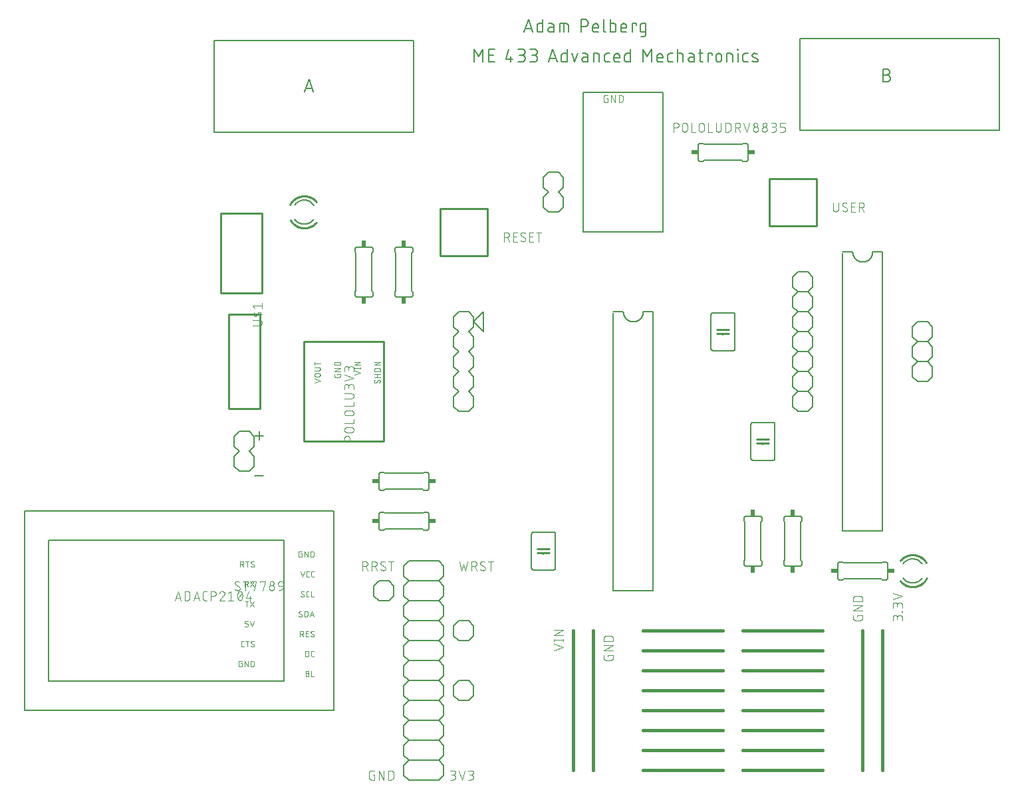
<source format=gto>
G75*
%MOIN*%
%OFA0B0*%
%FSLAX25Y25*%
%IPPOS*%
%LPD*%
%AMOC8*
5,1,8,0,0,1.08239X$1,22.5*
%
%ADD10C,0.00600*%
%ADD11C,0.01600*%
%ADD12C,0.00400*%
%ADD13C,0.01000*%
%ADD14C,0.00800*%
%ADD15C,0.00300*%
%ADD16R,0.02400X0.03400*%
%ADD17C,0.00500*%
%ADD18R,0.03400X0.02400*%
D10*
X0178750Y0133300D02*
X0178750Y0140300D01*
X0178752Y0140360D01*
X0178757Y0140421D01*
X0178766Y0140480D01*
X0178779Y0140539D01*
X0178795Y0140598D01*
X0178815Y0140655D01*
X0178838Y0140710D01*
X0178865Y0140765D01*
X0178894Y0140817D01*
X0178927Y0140868D01*
X0178963Y0140917D01*
X0179001Y0140963D01*
X0179043Y0141007D01*
X0179087Y0141049D01*
X0179133Y0141087D01*
X0179182Y0141123D01*
X0179233Y0141156D01*
X0179285Y0141185D01*
X0179340Y0141212D01*
X0179395Y0141235D01*
X0179452Y0141255D01*
X0179511Y0141271D01*
X0179570Y0141284D01*
X0179629Y0141293D01*
X0179690Y0141298D01*
X0179750Y0141300D01*
X0181250Y0141300D01*
X0181750Y0140800D01*
X0200750Y0140800D01*
X0201250Y0141300D01*
X0202750Y0141300D01*
X0202810Y0141298D01*
X0202871Y0141293D01*
X0202930Y0141284D01*
X0202989Y0141271D01*
X0203048Y0141255D01*
X0203105Y0141235D01*
X0203160Y0141212D01*
X0203215Y0141185D01*
X0203267Y0141156D01*
X0203318Y0141123D01*
X0203367Y0141087D01*
X0203413Y0141049D01*
X0203457Y0141007D01*
X0203499Y0140963D01*
X0203537Y0140917D01*
X0203573Y0140868D01*
X0203606Y0140817D01*
X0203635Y0140765D01*
X0203662Y0140710D01*
X0203685Y0140655D01*
X0203705Y0140598D01*
X0203721Y0140539D01*
X0203734Y0140480D01*
X0203743Y0140421D01*
X0203748Y0140360D01*
X0203750Y0140300D01*
X0203750Y0133300D01*
X0203748Y0133240D01*
X0203743Y0133179D01*
X0203734Y0133120D01*
X0203721Y0133061D01*
X0203705Y0133002D01*
X0203685Y0132945D01*
X0203662Y0132890D01*
X0203635Y0132835D01*
X0203606Y0132783D01*
X0203573Y0132732D01*
X0203537Y0132683D01*
X0203499Y0132637D01*
X0203457Y0132593D01*
X0203413Y0132551D01*
X0203367Y0132513D01*
X0203318Y0132477D01*
X0203267Y0132444D01*
X0203215Y0132415D01*
X0203160Y0132388D01*
X0203105Y0132365D01*
X0203048Y0132345D01*
X0202989Y0132329D01*
X0202930Y0132316D01*
X0202871Y0132307D01*
X0202810Y0132302D01*
X0202750Y0132300D01*
X0201250Y0132300D01*
X0200750Y0132800D01*
X0181750Y0132800D01*
X0181250Y0132300D01*
X0179750Y0132300D01*
X0179690Y0132302D01*
X0179629Y0132307D01*
X0179570Y0132316D01*
X0179511Y0132329D01*
X0179452Y0132345D01*
X0179395Y0132365D01*
X0179340Y0132388D01*
X0179285Y0132415D01*
X0179233Y0132444D01*
X0179182Y0132477D01*
X0179133Y0132513D01*
X0179087Y0132551D01*
X0179043Y0132593D01*
X0179001Y0132637D01*
X0178963Y0132683D01*
X0178927Y0132732D01*
X0178894Y0132783D01*
X0178865Y0132835D01*
X0178838Y0132890D01*
X0178815Y0132945D01*
X0178795Y0133002D01*
X0178779Y0133061D01*
X0178766Y0133120D01*
X0178757Y0133179D01*
X0178752Y0133240D01*
X0178750Y0133300D01*
X0179750Y0152300D02*
X0181250Y0152300D01*
X0181750Y0152800D01*
X0200750Y0152800D01*
X0201250Y0152300D01*
X0202750Y0152300D01*
X0202810Y0152302D01*
X0202871Y0152307D01*
X0202930Y0152316D01*
X0202989Y0152329D01*
X0203048Y0152345D01*
X0203105Y0152365D01*
X0203160Y0152388D01*
X0203215Y0152415D01*
X0203267Y0152444D01*
X0203318Y0152477D01*
X0203367Y0152513D01*
X0203413Y0152551D01*
X0203457Y0152593D01*
X0203499Y0152637D01*
X0203537Y0152683D01*
X0203573Y0152732D01*
X0203606Y0152783D01*
X0203635Y0152835D01*
X0203662Y0152890D01*
X0203685Y0152945D01*
X0203705Y0153002D01*
X0203721Y0153061D01*
X0203734Y0153120D01*
X0203743Y0153179D01*
X0203748Y0153240D01*
X0203750Y0153300D01*
X0203750Y0160300D01*
X0203748Y0160360D01*
X0203743Y0160421D01*
X0203734Y0160480D01*
X0203721Y0160539D01*
X0203705Y0160598D01*
X0203685Y0160655D01*
X0203662Y0160710D01*
X0203635Y0160765D01*
X0203606Y0160817D01*
X0203573Y0160868D01*
X0203537Y0160917D01*
X0203499Y0160963D01*
X0203457Y0161007D01*
X0203413Y0161049D01*
X0203367Y0161087D01*
X0203318Y0161123D01*
X0203267Y0161156D01*
X0203215Y0161185D01*
X0203160Y0161212D01*
X0203105Y0161235D01*
X0203048Y0161255D01*
X0202989Y0161271D01*
X0202930Y0161284D01*
X0202871Y0161293D01*
X0202810Y0161298D01*
X0202750Y0161300D01*
X0201250Y0161300D01*
X0200750Y0160800D01*
X0181750Y0160800D01*
X0181250Y0161300D01*
X0179750Y0161300D01*
X0179690Y0161298D01*
X0179629Y0161293D01*
X0179570Y0161284D01*
X0179511Y0161271D01*
X0179452Y0161255D01*
X0179395Y0161235D01*
X0179340Y0161212D01*
X0179285Y0161185D01*
X0179233Y0161156D01*
X0179182Y0161123D01*
X0179133Y0161087D01*
X0179087Y0161049D01*
X0179043Y0161007D01*
X0179001Y0160963D01*
X0178963Y0160917D01*
X0178927Y0160868D01*
X0178894Y0160817D01*
X0178865Y0160765D01*
X0178838Y0160710D01*
X0178815Y0160655D01*
X0178795Y0160598D01*
X0178779Y0160539D01*
X0178766Y0160480D01*
X0178757Y0160421D01*
X0178752Y0160360D01*
X0178750Y0160300D01*
X0178750Y0153300D01*
X0178752Y0153240D01*
X0178757Y0153179D01*
X0178766Y0153120D01*
X0178779Y0153061D01*
X0178795Y0153002D01*
X0178815Y0152945D01*
X0178838Y0152890D01*
X0178865Y0152835D01*
X0178894Y0152783D01*
X0178927Y0152732D01*
X0178963Y0152683D01*
X0179001Y0152637D01*
X0179043Y0152593D01*
X0179087Y0152551D01*
X0179133Y0152513D01*
X0179182Y0152477D01*
X0179233Y0152444D01*
X0179285Y0152415D01*
X0179340Y0152388D01*
X0179395Y0152365D01*
X0179452Y0152345D01*
X0179511Y0152329D01*
X0179570Y0152316D01*
X0179629Y0152307D01*
X0179690Y0152302D01*
X0179750Y0152300D01*
X0120817Y0159589D02*
X0116550Y0159589D01*
X0118683Y0177456D02*
X0118683Y0181722D01*
X0116550Y0179589D02*
X0120817Y0179589D01*
X0167750Y0249300D02*
X0174750Y0249300D01*
X0174810Y0249302D01*
X0174871Y0249307D01*
X0174930Y0249316D01*
X0174989Y0249329D01*
X0175048Y0249345D01*
X0175105Y0249365D01*
X0175160Y0249388D01*
X0175215Y0249415D01*
X0175267Y0249444D01*
X0175318Y0249477D01*
X0175367Y0249513D01*
X0175413Y0249551D01*
X0175457Y0249593D01*
X0175499Y0249637D01*
X0175537Y0249683D01*
X0175573Y0249732D01*
X0175606Y0249783D01*
X0175635Y0249835D01*
X0175662Y0249890D01*
X0175685Y0249945D01*
X0175705Y0250002D01*
X0175721Y0250061D01*
X0175734Y0250120D01*
X0175743Y0250179D01*
X0175748Y0250240D01*
X0175750Y0250300D01*
X0175750Y0251800D01*
X0175250Y0252300D01*
X0175250Y0271300D01*
X0175750Y0271800D01*
X0175750Y0273300D01*
X0175748Y0273360D01*
X0175743Y0273421D01*
X0175734Y0273480D01*
X0175721Y0273539D01*
X0175705Y0273598D01*
X0175685Y0273655D01*
X0175662Y0273710D01*
X0175635Y0273765D01*
X0175606Y0273817D01*
X0175573Y0273868D01*
X0175537Y0273917D01*
X0175499Y0273963D01*
X0175457Y0274007D01*
X0175413Y0274049D01*
X0175367Y0274087D01*
X0175318Y0274123D01*
X0175267Y0274156D01*
X0175215Y0274185D01*
X0175160Y0274212D01*
X0175105Y0274235D01*
X0175048Y0274255D01*
X0174989Y0274271D01*
X0174930Y0274284D01*
X0174871Y0274293D01*
X0174810Y0274298D01*
X0174750Y0274300D01*
X0167750Y0274300D01*
X0167690Y0274298D01*
X0167629Y0274293D01*
X0167570Y0274284D01*
X0167511Y0274271D01*
X0167452Y0274255D01*
X0167395Y0274235D01*
X0167340Y0274212D01*
X0167285Y0274185D01*
X0167233Y0274156D01*
X0167182Y0274123D01*
X0167133Y0274087D01*
X0167087Y0274049D01*
X0167043Y0274007D01*
X0167001Y0273963D01*
X0166963Y0273917D01*
X0166927Y0273868D01*
X0166894Y0273817D01*
X0166865Y0273765D01*
X0166838Y0273710D01*
X0166815Y0273655D01*
X0166795Y0273598D01*
X0166779Y0273539D01*
X0166766Y0273480D01*
X0166757Y0273421D01*
X0166752Y0273360D01*
X0166750Y0273300D01*
X0166750Y0271800D01*
X0167250Y0271300D01*
X0167250Y0252300D01*
X0166750Y0251800D01*
X0166750Y0250300D01*
X0166752Y0250240D01*
X0166757Y0250179D01*
X0166766Y0250120D01*
X0166779Y0250061D01*
X0166795Y0250002D01*
X0166815Y0249945D01*
X0166838Y0249890D01*
X0166865Y0249835D01*
X0166894Y0249783D01*
X0166927Y0249732D01*
X0166963Y0249683D01*
X0167001Y0249637D01*
X0167043Y0249593D01*
X0167087Y0249551D01*
X0167133Y0249513D01*
X0167182Y0249477D01*
X0167233Y0249444D01*
X0167285Y0249415D01*
X0167340Y0249388D01*
X0167395Y0249365D01*
X0167452Y0249345D01*
X0167511Y0249329D01*
X0167570Y0249316D01*
X0167629Y0249307D01*
X0167690Y0249302D01*
X0167750Y0249300D01*
X0186750Y0250300D02*
X0186750Y0251800D01*
X0187250Y0252300D01*
X0187250Y0271300D01*
X0186750Y0271800D01*
X0186750Y0273300D01*
X0186752Y0273360D01*
X0186757Y0273421D01*
X0186766Y0273480D01*
X0186779Y0273539D01*
X0186795Y0273598D01*
X0186815Y0273655D01*
X0186838Y0273710D01*
X0186865Y0273765D01*
X0186894Y0273817D01*
X0186927Y0273868D01*
X0186963Y0273917D01*
X0187001Y0273963D01*
X0187043Y0274007D01*
X0187087Y0274049D01*
X0187133Y0274087D01*
X0187182Y0274123D01*
X0187233Y0274156D01*
X0187285Y0274185D01*
X0187340Y0274212D01*
X0187395Y0274235D01*
X0187452Y0274255D01*
X0187511Y0274271D01*
X0187570Y0274284D01*
X0187629Y0274293D01*
X0187690Y0274298D01*
X0187750Y0274300D01*
X0194750Y0274300D01*
X0194810Y0274298D01*
X0194871Y0274293D01*
X0194930Y0274284D01*
X0194989Y0274271D01*
X0195048Y0274255D01*
X0195105Y0274235D01*
X0195160Y0274212D01*
X0195215Y0274185D01*
X0195267Y0274156D01*
X0195318Y0274123D01*
X0195367Y0274087D01*
X0195413Y0274049D01*
X0195457Y0274007D01*
X0195499Y0273963D01*
X0195537Y0273917D01*
X0195573Y0273868D01*
X0195606Y0273817D01*
X0195635Y0273765D01*
X0195662Y0273710D01*
X0195685Y0273655D01*
X0195705Y0273598D01*
X0195721Y0273539D01*
X0195734Y0273480D01*
X0195743Y0273421D01*
X0195748Y0273360D01*
X0195750Y0273300D01*
X0195750Y0271800D01*
X0195250Y0271300D01*
X0195250Y0252300D01*
X0195750Y0251800D01*
X0195750Y0250300D01*
X0195748Y0250240D01*
X0195743Y0250179D01*
X0195734Y0250120D01*
X0195721Y0250061D01*
X0195705Y0250002D01*
X0195685Y0249945D01*
X0195662Y0249890D01*
X0195635Y0249835D01*
X0195606Y0249783D01*
X0195573Y0249732D01*
X0195537Y0249683D01*
X0195499Y0249637D01*
X0195457Y0249593D01*
X0195413Y0249551D01*
X0195367Y0249513D01*
X0195318Y0249477D01*
X0195267Y0249444D01*
X0195215Y0249415D01*
X0195160Y0249388D01*
X0195105Y0249365D01*
X0195048Y0249345D01*
X0194989Y0249329D01*
X0194930Y0249316D01*
X0194871Y0249307D01*
X0194810Y0249302D01*
X0194750Y0249300D01*
X0187750Y0249300D01*
X0187690Y0249302D01*
X0187629Y0249307D01*
X0187570Y0249316D01*
X0187511Y0249329D01*
X0187452Y0249345D01*
X0187395Y0249365D01*
X0187340Y0249388D01*
X0187285Y0249415D01*
X0187233Y0249444D01*
X0187182Y0249477D01*
X0187133Y0249513D01*
X0187087Y0249551D01*
X0187043Y0249593D01*
X0187001Y0249637D01*
X0186963Y0249683D01*
X0186927Y0249732D01*
X0186894Y0249783D01*
X0186865Y0249835D01*
X0186838Y0249890D01*
X0186815Y0249945D01*
X0186795Y0250002D01*
X0186779Y0250061D01*
X0186766Y0250120D01*
X0186757Y0250179D01*
X0186752Y0250240D01*
X0186750Y0250300D01*
X0141250Y0285800D02*
X0141098Y0285802D01*
X0140947Y0285808D01*
X0140796Y0285817D01*
X0140644Y0285831D01*
X0140494Y0285848D01*
X0140344Y0285869D01*
X0140194Y0285894D01*
X0140045Y0285922D01*
X0139897Y0285955D01*
X0139750Y0285991D01*
X0139603Y0286030D01*
X0139458Y0286074D01*
X0139314Y0286121D01*
X0139171Y0286172D01*
X0139030Y0286226D01*
X0138889Y0286284D01*
X0138751Y0286345D01*
X0138614Y0286410D01*
X0138478Y0286479D01*
X0138345Y0286550D01*
X0138213Y0286625D01*
X0138083Y0286704D01*
X0137956Y0286785D01*
X0137830Y0286870D01*
X0137706Y0286958D01*
X0137585Y0287049D01*
X0137466Y0287143D01*
X0137350Y0287241D01*
X0137236Y0287341D01*
X0137124Y0287443D01*
X0137016Y0287549D01*
X0136910Y0287657D01*
X0136806Y0287768D01*
X0136706Y0287882D01*
X0136608Y0287998D01*
X0136514Y0288117D01*
X0141250Y0297800D02*
X0141404Y0297798D01*
X0141558Y0297792D01*
X0141712Y0297782D01*
X0141866Y0297768D01*
X0142019Y0297751D01*
X0142171Y0297729D01*
X0142323Y0297703D01*
X0142475Y0297674D01*
X0142625Y0297640D01*
X0142775Y0297603D01*
X0142923Y0297562D01*
X0143071Y0297517D01*
X0143217Y0297468D01*
X0143362Y0297416D01*
X0143505Y0297360D01*
X0143648Y0297300D01*
X0143788Y0297237D01*
X0143927Y0297170D01*
X0144064Y0297099D01*
X0144199Y0297025D01*
X0144332Y0296948D01*
X0144464Y0296867D01*
X0144593Y0296783D01*
X0144720Y0296695D01*
X0144844Y0296604D01*
X0144966Y0296511D01*
X0145086Y0296413D01*
X0145203Y0296313D01*
X0145318Y0296210D01*
X0145430Y0296104D01*
X0145539Y0295996D01*
X0145645Y0295884D01*
X0145749Y0295770D01*
X0145849Y0295653D01*
X0145947Y0295534D01*
X0146041Y0295412D01*
X0146132Y0295287D01*
X0141250Y0297800D02*
X0141100Y0297798D01*
X0140949Y0297792D01*
X0140799Y0297783D01*
X0140650Y0297770D01*
X0140500Y0297753D01*
X0140351Y0297732D01*
X0140203Y0297708D01*
X0140055Y0297680D01*
X0139908Y0297648D01*
X0139762Y0297613D01*
X0139617Y0297573D01*
X0139473Y0297531D01*
X0139330Y0297484D01*
X0139188Y0297434D01*
X0139047Y0297381D01*
X0138908Y0297324D01*
X0138770Y0297264D01*
X0138634Y0297200D01*
X0138500Y0297133D01*
X0138367Y0297062D01*
X0138236Y0296988D01*
X0138107Y0296911D01*
X0137980Y0296830D01*
X0137855Y0296747D01*
X0137732Y0296660D01*
X0137611Y0296571D01*
X0137493Y0296478D01*
X0137377Y0296382D01*
X0137263Y0296284D01*
X0137152Y0296183D01*
X0137043Y0296078D01*
X0136938Y0295972D01*
X0136834Y0295862D01*
X0136734Y0295750D01*
X0136636Y0295636D01*
X0136542Y0295519D01*
X0136450Y0295400D01*
X0141250Y0285800D02*
X0141402Y0285802D01*
X0141553Y0285808D01*
X0141704Y0285817D01*
X0141856Y0285831D01*
X0142006Y0285848D01*
X0142156Y0285869D01*
X0142306Y0285894D01*
X0142455Y0285922D01*
X0142603Y0285955D01*
X0142750Y0285991D01*
X0142897Y0286030D01*
X0143042Y0286074D01*
X0143186Y0286121D01*
X0143329Y0286172D01*
X0143470Y0286226D01*
X0143611Y0286284D01*
X0143749Y0286345D01*
X0143886Y0286410D01*
X0144022Y0286479D01*
X0144155Y0286550D01*
X0144287Y0286625D01*
X0144417Y0286704D01*
X0144544Y0286785D01*
X0144670Y0286870D01*
X0144794Y0286958D01*
X0144915Y0287049D01*
X0145034Y0287143D01*
X0145150Y0287241D01*
X0145264Y0287341D01*
X0145376Y0287443D01*
X0145484Y0287549D01*
X0145590Y0287657D01*
X0145694Y0287768D01*
X0145794Y0287882D01*
X0145892Y0287998D01*
X0145986Y0288117D01*
X0096250Y0331800D02*
X0096250Y0377800D01*
X0196250Y0377800D01*
X0196250Y0331800D01*
X0096250Y0331800D01*
X0141550Y0352100D02*
X0143683Y0358500D01*
X0145817Y0352100D01*
X0145283Y0353700D02*
X0142083Y0353700D01*
X0226550Y0367100D02*
X0226550Y0373500D01*
X0228683Y0369944D01*
X0230817Y0373500D01*
X0230817Y0367100D01*
X0233892Y0367100D02*
X0233892Y0373500D01*
X0236736Y0373500D01*
X0236025Y0370656D02*
X0233892Y0370656D01*
X0233892Y0367100D02*
X0236736Y0367100D01*
X0242291Y0368522D02*
X0243713Y0373500D01*
X0244779Y0369944D02*
X0244779Y0367100D01*
X0245846Y0368522D02*
X0242291Y0368522D01*
X0248445Y0367100D02*
X0250222Y0367100D01*
X0250305Y0367102D01*
X0250388Y0367108D01*
X0250471Y0367118D01*
X0250554Y0367131D01*
X0250635Y0367149D01*
X0250716Y0367170D01*
X0250795Y0367195D01*
X0250873Y0367224D01*
X0250950Y0367256D01*
X0251025Y0367292D01*
X0251099Y0367331D01*
X0251170Y0367374D01*
X0251240Y0367420D01*
X0251307Y0367470D01*
X0251372Y0367522D01*
X0251434Y0367577D01*
X0251494Y0367636D01*
X0251551Y0367697D01*
X0251605Y0367760D01*
X0251656Y0367826D01*
X0251703Y0367895D01*
X0251748Y0367965D01*
X0251789Y0368038D01*
X0251826Y0368112D01*
X0251861Y0368188D01*
X0251891Y0368266D01*
X0251918Y0368344D01*
X0251941Y0368425D01*
X0251961Y0368506D01*
X0251976Y0368588D01*
X0251988Y0368670D01*
X0251996Y0368753D01*
X0252000Y0368836D01*
X0252000Y0368920D01*
X0251996Y0369003D01*
X0251988Y0369086D01*
X0251976Y0369168D01*
X0251961Y0369250D01*
X0251941Y0369331D01*
X0251918Y0369412D01*
X0251891Y0369490D01*
X0251861Y0369568D01*
X0251826Y0369644D01*
X0251789Y0369718D01*
X0251748Y0369791D01*
X0251703Y0369861D01*
X0251656Y0369930D01*
X0251605Y0369996D01*
X0251551Y0370059D01*
X0251494Y0370120D01*
X0251434Y0370179D01*
X0251372Y0370234D01*
X0251307Y0370286D01*
X0251240Y0370336D01*
X0251170Y0370382D01*
X0251099Y0370425D01*
X0251025Y0370464D01*
X0250950Y0370500D01*
X0250873Y0370532D01*
X0250795Y0370561D01*
X0250716Y0370586D01*
X0250635Y0370607D01*
X0250554Y0370625D01*
X0250471Y0370638D01*
X0250388Y0370648D01*
X0250305Y0370654D01*
X0250222Y0370656D01*
X0250578Y0370656D02*
X0249156Y0370656D01*
X0250578Y0370656D02*
X0250652Y0370658D01*
X0250727Y0370664D01*
X0250800Y0370674D01*
X0250874Y0370687D01*
X0250946Y0370704D01*
X0251017Y0370726D01*
X0251088Y0370750D01*
X0251156Y0370779D01*
X0251224Y0370811D01*
X0251289Y0370847D01*
X0251352Y0370885D01*
X0251414Y0370928D01*
X0251473Y0370973D01*
X0251530Y0371021D01*
X0251584Y0371072D01*
X0251635Y0371126D01*
X0251683Y0371183D01*
X0251728Y0371242D01*
X0251771Y0371304D01*
X0251809Y0371367D01*
X0251845Y0371432D01*
X0251877Y0371500D01*
X0251906Y0371568D01*
X0251930Y0371639D01*
X0251952Y0371710D01*
X0251969Y0371782D01*
X0251982Y0371856D01*
X0251992Y0371929D01*
X0251998Y0372004D01*
X0252000Y0372078D01*
X0251998Y0372152D01*
X0251992Y0372227D01*
X0251982Y0372300D01*
X0251969Y0372374D01*
X0251952Y0372446D01*
X0251930Y0372517D01*
X0251906Y0372588D01*
X0251877Y0372656D01*
X0251845Y0372724D01*
X0251809Y0372789D01*
X0251771Y0372852D01*
X0251728Y0372914D01*
X0251683Y0372973D01*
X0251635Y0373030D01*
X0251584Y0373084D01*
X0251530Y0373135D01*
X0251473Y0373183D01*
X0251414Y0373228D01*
X0251352Y0373271D01*
X0251289Y0373309D01*
X0251224Y0373345D01*
X0251156Y0373377D01*
X0251088Y0373406D01*
X0251017Y0373430D01*
X0250946Y0373452D01*
X0250874Y0373469D01*
X0250800Y0373482D01*
X0250727Y0373492D01*
X0250652Y0373498D01*
X0250578Y0373500D01*
X0248445Y0373500D01*
X0254599Y0373500D02*
X0256732Y0373500D01*
X0256806Y0373498D01*
X0256881Y0373492D01*
X0256954Y0373482D01*
X0257028Y0373469D01*
X0257100Y0373452D01*
X0257171Y0373430D01*
X0257242Y0373406D01*
X0257310Y0373377D01*
X0257378Y0373345D01*
X0257443Y0373309D01*
X0257506Y0373271D01*
X0257568Y0373228D01*
X0257627Y0373183D01*
X0257684Y0373135D01*
X0257738Y0373084D01*
X0257789Y0373030D01*
X0257837Y0372973D01*
X0257882Y0372914D01*
X0257925Y0372852D01*
X0257963Y0372789D01*
X0257999Y0372724D01*
X0258031Y0372656D01*
X0258060Y0372588D01*
X0258084Y0372517D01*
X0258106Y0372446D01*
X0258123Y0372374D01*
X0258136Y0372300D01*
X0258146Y0372227D01*
X0258152Y0372152D01*
X0258154Y0372078D01*
X0258152Y0372004D01*
X0258146Y0371929D01*
X0258136Y0371856D01*
X0258123Y0371782D01*
X0258106Y0371710D01*
X0258084Y0371639D01*
X0258060Y0371568D01*
X0258031Y0371500D01*
X0257999Y0371432D01*
X0257963Y0371367D01*
X0257925Y0371304D01*
X0257882Y0371242D01*
X0257837Y0371183D01*
X0257789Y0371126D01*
X0257738Y0371072D01*
X0257684Y0371021D01*
X0257627Y0370973D01*
X0257568Y0370928D01*
X0257506Y0370885D01*
X0257443Y0370847D01*
X0257378Y0370811D01*
X0257310Y0370779D01*
X0257242Y0370750D01*
X0257171Y0370726D01*
X0257100Y0370704D01*
X0257028Y0370687D01*
X0256954Y0370674D01*
X0256881Y0370664D01*
X0256806Y0370658D01*
X0256732Y0370656D01*
X0255310Y0370656D01*
X0256376Y0370656D02*
X0256459Y0370654D01*
X0256542Y0370648D01*
X0256625Y0370638D01*
X0256708Y0370625D01*
X0256789Y0370607D01*
X0256870Y0370586D01*
X0256949Y0370561D01*
X0257027Y0370532D01*
X0257104Y0370500D01*
X0257179Y0370464D01*
X0257253Y0370425D01*
X0257324Y0370382D01*
X0257394Y0370336D01*
X0257461Y0370286D01*
X0257526Y0370234D01*
X0257588Y0370179D01*
X0257648Y0370120D01*
X0257705Y0370059D01*
X0257759Y0369996D01*
X0257810Y0369930D01*
X0257857Y0369861D01*
X0257902Y0369791D01*
X0257943Y0369718D01*
X0257980Y0369644D01*
X0258015Y0369568D01*
X0258045Y0369490D01*
X0258072Y0369412D01*
X0258095Y0369331D01*
X0258115Y0369250D01*
X0258130Y0369168D01*
X0258142Y0369086D01*
X0258150Y0369003D01*
X0258154Y0368920D01*
X0258154Y0368836D01*
X0258150Y0368753D01*
X0258142Y0368670D01*
X0258130Y0368588D01*
X0258115Y0368506D01*
X0258095Y0368425D01*
X0258072Y0368344D01*
X0258045Y0368266D01*
X0258015Y0368188D01*
X0257980Y0368112D01*
X0257943Y0368038D01*
X0257902Y0367965D01*
X0257857Y0367895D01*
X0257810Y0367826D01*
X0257759Y0367760D01*
X0257705Y0367697D01*
X0257648Y0367636D01*
X0257588Y0367577D01*
X0257526Y0367522D01*
X0257461Y0367470D01*
X0257394Y0367420D01*
X0257324Y0367374D01*
X0257253Y0367331D01*
X0257179Y0367292D01*
X0257104Y0367256D01*
X0257027Y0367224D01*
X0256949Y0367195D01*
X0256870Y0367170D01*
X0256789Y0367149D01*
X0256708Y0367131D01*
X0256625Y0367118D01*
X0256542Y0367108D01*
X0256459Y0367102D01*
X0256376Y0367100D01*
X0254599Y0367100D01*
X0263679Y0367100D02*
X0265813Y0373500D01*
X0267946Y0367100D01*
X0267413Y0368700D02*
X0264213Y0368700D01*
X0270105Y0368167D02*
X0270105Y0370300D01*
X0270107Y0370364D01*
X0270113Y0370429D01*
X0270122Y0370492D01*
X0270136Y0370555D01*
X0270153Y0370617D01*
X0270174Y0370678D01*
X0270199Y0370738D01*
X0270227Y0370796D01*
X0270259Y0370852D01*
X0270294Y0370906D01*
X0270332Y0370958D01*
X0270373Y0371008D01*
X0270418Y0371054D01*
X0270464Y0371099D01*
X0270514Y0371140D01*
X0270566Y0371178D01*
X0270620Y0371213D01*
X0270676Y0371245D01*
X0270734Y0371273D01*
X0270794Y0371298D01*
X0270855Y0371319D01*
X0270917Y0371336D01*
X0270980Y0371350D01*
X0271043Y0371359D01*
X0271108Y0371365D01*
X0271172Y0371367D01*
X0272950Y0371367D01*
X0272950Y0373500D02*
X0272950Y0367100D01*
X0271172Y0367100D01*
X0271108Y0367102D01*
X0271043Y0367108D01*
X0270980Y0367117D01*
X0270917Y0367131D01*
X0270855Y0367148D01*
X0270794Y0367169D01*
X0270734Y0367194D01*
X0270676Y0367222D01*
X0270620Y0367254D01*
X0270566Y0367289D01*
X0270514Y0367327D01*
X0270464Y0367368D01*
X0270418Y0367413D01*
X0270373Y0367459D01*
X0270332Y0367509D01*
X0270294Y0367561D01*
X0270259Y0367615D01*
X0270227Y0367671D01*
X0270199Y0367729D01*
X0270174Y0367789D01*
X0270153Y0367850D01*
X0270136Y0367912D01*
X0270122Y0367975D01*
X0270113Y0368038D01*
X0270107Y0368103D01*
X0270105Y0368167D01*
X0275468Y0371367D02*
X0276890Y0367100D01*
X0278312Y0371367D01*
X0280923Y0371367D02*
X0282345Y0371367D01*
X0282409Y0371365D01*
X0282474Y0371359D01*
X0282537Y0371350D01*
X0282600Y0371336D01*
X0282662Y0371319D01*
X0282723Y0371298D01*
X0282783Y0371273D01*
X0282841Y0371245D01*
X0282897Y0371213D01*
X0282951Y0371178D01*
X0283003Y0371140D01*
X0283053Y0371099D01*
X0283099Y0371054D01*
X0283144Y0371008D01*
X0283185Y0370958D01*
X0283223Y0370906D01*
X0283258Y0370852D01*
X0283290Y0370796D01*
X0283318Y0370738D01*
X0283343Y0370678D01*
X0283364Y0370617D01*
X0283381Y0370555D01*
X0283395Y0370492D01*
X0283404Y0370429D01*
X0283410Y0370364D01*
X0283412Y0370300D01*
X0283412Y0367100D01*
X0281812Y0367100D01*
X0281742Y0367102D01*
X0281673Y0367108D01*
X0281604Y0367118D01*
X0281535Y0367131D01*
X0281468Y0367149D01*
X0281401Y0367170D01*
X0281336Y0367195D01*
X0281272Y0367223D01*
X0281210Y0367255D01*
X0281150Y0367291D01*
X0281092Y0367329D01*
X0281036Y0367371D01*
X0280983Y0367416D01*
X0280932Y0367464D01*
X0280884Y0367515D01*
X0280839Y0367568D01*
X0280797Y0367624D01*
X0280759Y0367682D01*
X0280723Y0367742D01*
X0280691Y0367804D01*
X0280663Y0367868D01*
X0280638Y0367933D01*
X0280617Y0368000D01*
X0280599Y0368067D01*
X0280586Y0368136D01*
X0280576Y0368205D01*
X0280570Y0368274D01*
X0280568Y0368344D01*
X0280570Y0368414D01*
X0280576Y0368483D01*
X0280586Y0368552D01*
X0280599Y0368621D01*
X0280617Y0368688D01*
X0280638Y0368755D01*
X0280663Y0368820D01*
X0280691Y0368884D01*
X0280723Y0368946D01*
X0280759Y0369006D01*
X0280797Y0369064D01*
X0280839Y0369120D01*
X0280884Y0369173D01*
X0280932Y0369224D01*
X0280983Y0369272D01*
X0281036Y0369317D01*
X0281092Y0369359D01*
X0281150Y0369397D01*
X0281210Y0369433D01*
X0281272Y0369465D01*
X0281336Y0369493D01*
X0281401Y0369518D01*
X0281468Y0369539D01*
X0281535Y0369557D01*
X0281604Y0369570D01*
X0281673Y0369580D01*
X0281742Y0369586D01*
X0281812Y0369588D01*
X0281812Y0369589D02*
X0283412Y0369589D01*
X0286340Y0371367D02*
X0288117Y0371367D01*
X0288181Y0371365D01*
X0288246Y0371359D01*
X0288309Y0371350D01*
X0288372Y0371336D01*
X0288434Y0371319D01*
X0288495Y0371298D01*
X0288555Y0371273D01*
X0288613Y0371245D01*
X0288669Y0371213D01*
X0288723Y0371178D01*
X0288775Y0371140D01*
X0288825Y0371099D01*
X0288871Y0371054D01*
X0288916Y0371008D01*
X0288957Y0370958D01*
X0288995Y0370906D01*
X0289030Y0370852D01*
X0289062Y0370796D01*
X0289090Y0370738D01*
X0289115Y0370678D01*
X0289136Y0370617D01*
X0289153Y0370555D01*
X0289167Y0370492D01*
X0289176Y0370429D01*
X0289182Y0370364D01*
X0289184Y0370300D01*
X0289184Y0367100D01*
X0286340Y0367100D02*
X0286340Y0371367D01*
X0291885Y0370300D02*
X0291885Y0368167D01*
X0291887Y0368103D01*
X0291893Y0368038D01*
X0291902Y0367975D01*
X0291916Y0367912D01*
X0291933Y0367850D01*
X0291954Y0367789D01*
X0291979Y0367729D01*
X0292007Y0367671D01*
X0292039Y0367615D01*
X0292074Y0367561D01*
X0292112Y0367509D01*
X0292153Y0367459D01*
X0292198Y0367413D01*
X0292244Y0367368D01*
X0292294Y0367327D01*
X0292346Y0367289D01*
X0292400Y0367254D01*
X0292456Y0367222D01*
X0292514Y0367194D01*
X0292574Y0367169D01*
X0292635Y0367148D01*
X0292697Y0367131D01*
X0292760Y0367117D01*
X0292823Y0367108D01*
X0292888Y0367102D01*
X0292952Y0367100D01*
X0294374Y0367100D01*
X0296596Y0368167D02*
X0296596Y0369944D01*
X0296596Y0369233D02*
X0299441Y0369233D01*
X0299441Y0369944D01*
X0299439Y0370018D01*
X0299433Y0370093D01*
X0299423Y0370166D01*
X0299410Y0370240D01*
X0299393Y0370312D01*
X0299371Y0370383D01*
X0299347Y0370454D01*
X0299318Y0370522D01*
X0299286Y0370590D01*
X0299250Y0370655D01*
X0299212Y0370718D01*
X0299169Y0370780D01*
X0299124Y0370839D01*
X0299076Y0370896D01*
X0299025Y0370950D01*
X0298971Y0371001D01*
X0298914Y0371049D01*
X0298855Y0371094D01*
X0298793Y0371137D01*
X0298730Y0371175D01*
X0298665Y0371211D01*
X0298597Y0371243D01*
X0298529Y0371272D01*
X0298458Y0371296D01*
X0298387Y0371318D01*
X0298315Y0371335D01*
X0298241Y0371348D01*
X0298168Y0371358D01*
X0298093Y0371364D01*
X0298019Y0371366D01*
X0297945Y0371364D01*
X0297870Y0371358D01*
X0297797Y0371348D01*
X0297723Y0371335D01*
X0297651Y0371318D01*
X0297580Y0371296D01*
X0297509Y0371272D01*
X0297441Y0371243D01*
X0297373Y0371211D01*
X0297308Y0371175D01*
X0297245Y0371137D01*
X0297183Y0371094D01*
X0297124Y0371049D01*
X0297067Y0371001D01*
X0297013Y0370950D01*
X0296962Y0370896D01*
X0296914Y0370839D01*
X0296869Y0370780D01*
X0296826Y0370718D01*
X0296788Y0370655D01*
X0296752Y0370590D01*
X0296720Y0370522D01*
X0296691Y0370454D01*
X0296667Y0370383D01*
X0296645Y0370312D01*
X0296628Y0370240D01*
X0296615Y0370166D01*
X0296605Y0370093D01*
X0296599Y0370018D01*
X0296597Y0369944D01*
X0296596Y0368167D02*
X0296598Y0368103D01*
X0296604Y0368038D01*
X0296613Y0367975D01*
X0296627Y0367912D01*
X0296644Y0367850D01*
X0296665Y0367789D01*
X0296690Y0367729D01*
X0296718Y0367671D01*
X0296750Y0367615D01*
X0296785Y0367561D01*
X0296823Y0367509D01*
X0296864Y0367459D01*
X0296909Y0367413D01*
X0296955Y0367368D01*
X0297005Y0367327D01*
X0297057Y0367289D01*
X0297111Y0367254D01*
X0297167Y0367222D01*
X0297225Y0367194D01*
X0297285Y0367169D01*
X0297346Y0367148D01*
X0297408Y0367131D01*
X0297471Y0367117D01*
X0297534Y0367108D01*
X0297599Y0367102D01*
X0297663Y0367100D01*
X0299441Y0367100D01*
X0301901Y0368167D02*
X0301901Y0370300D01*
X0301903Y0370364D01*
X0301909Y0370429D01*
X0301918Y0370492D01*
X0301932Y0370555D01*
X0301949Y0370617D01*
X0301970Y0370678D01*
X0301995Y0370738D01*
X0302023Y0370796D01*
X0302055Y0370852D01*
X0302090Y0370906D01*
X0302128Y0370958D01*
X0302169Y0371008D01*
X0302214Y0371054D01*
X0302260Y0371099D01*
X0302310Y0371140D01*
X0302362Y0371178D01*
X0302416Y0371213D01*
X0302472Y0371245D01*
X0302530Y0371273D01*
X0302590Y0371298D01*
X0302651Y0371319D01*
X0302713Y0371336D01*
X0302776Y0371350D01*
X0302839Y0371359D01*
X0302904Y0371365D01*
X0302968Y0371367D01*
X0304746Y0371367D01*
X0304746Y0373500D02*
X0304746Y0367100D01*
X0302968Y0367100D01*
X0302904Y0367102D01*
X0302839Y0367108D01*
X0302776Y0367117D01*
X0302713Y0367131D01*
X0302651Y0367148D01*
X0302590Y0367169D01*
X0302530Y0367194D01*
X0302472Y0367222D01*
X0302416Y0367254D01*
X0302362Y0367289D01*
X0302310Y0367327D01*
X0302260Y0367368D01*
X0302214Y0367413D01*
X0302169Y0367459D01*
X0302128Y0367509D01*
X0302090Y0367561D01*
X0302055Y0367615D01*
X0302023Y0367671D01*
X0301995Y0367729D01*
X0301970Y0367789D01*
X0301949Y0367850D01*
X0301932Y0367912D01*
X0301918Y0367975D01*
X0301909Y0368038D01*
X0301903Y0368103D01*
X0301901Y0368167D01*
X0294374Y0371367D02*
X0292952Y0371367D01*
X0292888Y0371365D01*
X0292823Y0371359D01*
X0292760Y0371350D01*
X0292697Y0371336D01*
X0292635Y0371319D01*
X0292574Y0371298D01*
X0292514Y0371273D01*
X0292456Y0371245D01*
X0292400Y0371213D01*
X0292346Y0371178D01*
X0292294Y0371140D01*
X0292244Y0371099D01*
X0292198Y0371054D01*
X0292153Y0371008D01*
X0292112Y0370958D01*
X0292074Y0370906D01*
X0292039Y0370852D01*
X0292007Y0370796D01*
X0291979Y0370738D01*
X0291954Y0370678D01*
X0291933Y0370617D01*
X0291916Y0370555D01*
X0291902Y0370492D01*
X0291893Y0370429D01*
X0291887Y0370364D01*
X0291885Y0370300D01*
X0294753Y0382100D02*
X0296531Y0382100D01*
X0296595Y0382102D01*
X0296660Y0382108D01*
X0296723Y0382117D01*
X0296786Y0382131D01*
X0296848Y0382148D01*
X0296909Y0382169D01*
X0296969Y0382194D01*
X0297027Y0382222D01*
X0297083Y0382254D01*
X0297137Y0382289D01*
X0297189Y0382327D01*
X0297239Y0382368D01*
X0297285Y0382413D01*
X0297330Y0382459D01*
X0297371Y0382509D01*
X0297409Y0382561D01*
X0297444Y0382615D01*
X0297476Y0382671D01*
X0297504Y0382729D01*
X0297529Y0382789D01*
X0297550Y0382850D01*
X0297567Y0382912D01*
X0297581Y0382975D01*
X0297590Y0383038D01*
X0297596Y0383103D01*
X0297598Y0383167D01*
X0297597Y0383167D02*
X0297597Y0385300D01*
X0297598Y0385300D02*
X0297596Y0385364D01*
X0297590Y0385429D01*
X0297581Y0385492D01*
X0297567Y0385555D01*
X0297550Y0385617D01*
X0297529Y0385678D01*
X0297504Y0385738D01*
X0297476Y0385796D01*
X0297444Y0385852D01*
X0297409Y0385906D01*
X0297371Y0385958D01*
X0297330Y0386008D01*
X0297285Y0386054D01*
X0297239Y0386099D01*
X0297189Y0386140D01*
X0297137Y0386178D01*
X0297083Y0386213D01*
X0297027Y0386245D01*
X0296969Y0386273D01*
X0296909Y0386298D01*
X0296848Y0386319D01*
X0296786Y0386336D01*
X0296723Y0386350D01*
X0296660Y0386359D01*
X0296595Y0386365D01*
X0296531Y0386367D01*
X0294753Y0386367D01*
X0294753Y0388500D02*
X0294753Y0382100D01*
X0292397Y0382100D02*
X0292333Y0382102D01*
X0292268Y0382108D01*
X0292205Y0382117D01*
X0292142Y0382131D01*
X0292080Y0382148D01*
X0292019Y0382169D01*
X0291959Y0382194D01*
X0291901Y0382222D01*
X0291845Y0382254D01*
X0291791Y0382289D01*
X0291739Y0382327D01*
X0291689Y0382368D01*
X0291643Y0382413D01*
X0291598Y0382459D01*
X0291557Y0382509D01*
X0291519Y0382561D01*
X0291484Y0382615D01*
X0291452Y0382671D01*
X0291424Y0382729D01*
X0291399Y0382789D01*
X0291378Y0382850D01*
X0291361Y0382912D01*
X0291347Y0382975D01*
X0291338Y0383038D01*
X0291332Y0383103D01*
X0291330Y0383167D01*
X0291330Y0388500D01*
X0288748Y0384944D02*
X0288748Y0384233D01*
X0285903Y0384233D01*
X0285903Y0384944D02*
X0285903Y0383167D01*
X0285905Y0383103D01*
X0285911Y0383038D01*
X0285920Y0382975D01*
X0285934Y0382912D01*
X0285951Y0382850D01*
X0285972Y0382789D01*
X0285997Y0382729D01*
X0286025Y0382671D01*
X0286057Y0382615D01*
X0286092Y0382561D01*
X0286130Y0382509D01*
X0286171Y0382459D01*
X0286216Y0382413D01*
X0286262Y0382368D01*
X0286312Y0382327D01*
X0286364Y0382289D01*
X0286418Y0382254D01*
X0286474Y0382222D01*
X0286532Y0382194D01*
X0286592Y0382169D01*
X0286653Y0382148D01*
X0286715Y0382131D01*
X0286778Y0382117D01*
X0286841Y0382108D01*
X0286906Y0382102D01*
X0286970Y0382100D01*
X0288748Y0382100D01*
X0288747Y0384944D02*
X0288745Y0385018D01*
X0288739Y0385093D01*
X0288729Y0385166D01*
X0288716Y0385240D01*
X0288699Y0385312D01*
X0288677Y0385383D01*
X0288653Y0385454D01*
X0288624Y0385522D01*
X0288592Y0385590D01*
X0288556Y0385655D01*
X0288518Y0385718D01*
X0288475Y0385780D01*
X0288430Y0385839D01*
X0288382Y0385896D01*
X0288331Y0385950D01*
X0288277Y0386001D01*
X0288220Y0386049D01*
X0288161Y0386094D01*
X0288099Y0386137D01*
X0288036Y0386175D01*
X0287971Y0386211D01*
X0287903Y0386243D01*
X0287835Y0386272D01*
X0287764Y0386296D01*
X0287693Y0386318D01*
X0287621Y0386335D01*
X0287547Y0386348D01*
X0287474Y0386358D01*
X0287399Y0386364D01*
X0287325Y0386366D01*
X0287251Y0386364D01*
X0287176Y0386358D01*
X0287103Y0386348D01*
X0287029Y0386335D01*
X0286957Y0386318D01*
X0286886Y0386296D01*
X0286815Y0386272D01*
X0286747Y0386243D01*
X0286679Y0386211D01*
X0286614Y0386175D01*
X0286551Y0386137D01*
X0286489Y0386094D01*
X0286430Y0386049D01*
X0286373Y0386001D01*
X0286319Y0385950D01*
X0286268Y0385896D01*
X0286220Y0385839D01*
X0286175Y0385780D01*
X0286132Y0385718D01*
X0286094Y0385655D01*
X0286058Y0385590D01*
X0286026Y0385522D01*
X0285997Y0385454D01*
X0285973Y0385383D01*
X0285951Y0385312D01*
X0285934Y0385240D01*
X0285921Y0385166D01*
X0285911Y0385093D01*
X0285905Y0385018D01*
X0285903Y0384944D01*
X0281870Y0384944D02*
X0280092Y0384944D01*
X0281870Y0384944D02*
X0281953Y0384946D01*
X0282036Y0384952D01*
X0282119Y0384962D01*
X0282202Y0384975D01*
X0282283Y0384993D01*
X0282364Y0385014D01*
X0282443Y0385039D01*
X0282521Y0385068D01*
X0282598Y0385100D01*
X0282673Y0385136D01*
X0282747Y0385175D01*
X0282818Y0385218D01*
X0282888Y0385264D01*
X0282955Y0385314D01*
X0283020Y0385366D01*
X0283082Y0385421D01*
X0283142Y0385480D01*
X0283199Y0385541D01*
X0283253Y0385604D01*
X0283304Y0385670D01*
X0283351Y0385739D01*
X0283396Y0385809D01*
X0283437Y0385882D01*
X0283474Y0385956D01*
X0283509Y0386032D01*
X0283539Y0386110D01*
X0283566Y0386188D01*
X0283589Y0386269D01*
X0283609Y0386350D01*
X0283624Y0386432D01*
X0283636Y0386514D01*
X0283644Y0386597D01*
X0283648Y0386680D01*
X0283648Y0386764D01*
X0283644Y0386847D01*
X0283636Y0386930D01*
X0283624Y0387012D01*
X0283609Y0387094D01*
X0283589Y0387175D01*
X0283566Y0387256D01*
X0283539Y0387334D01*
X0283509Y0387412D01*
X0283474Y0387488D01*
X0283437Y0387562D01*
X0283396Y0387635D01*
X0283351Y0387705D01*
X0283304Y0387774D01*
X0283253Y0387840D01*
X0283199Y0387903D01*
X0283142Y0387964D01*
X0283082Y0388023D01*
X0283020Y0388078D01*
X0282955Y0388130D01*
X0282888Y0388180D01*
X0282818Y0388226D01*
X0282747Y0388269D01*
X0282673Y0388308D01*
X0282598Y0388344D01*
X0282521Y0388376D01*
X0282443Y0388405D01*
X0282364Y0388430D01*
X0282283Y0388451D01*
X0282202Y0388469D01*
X0282119Y0388482D01*
X0282036Y0388492D01*
X0281953Y0388498D01*
X0281870Y0388500D01*
X0280092Y0388500D01*
X0280092Y0382100D01*
X0273663Y0382100D02*
X0273663Y0385300D01*
X0273664Y0385300D02*
X0273662Y0385364D01*
X0273656Y0385429D01*
X0273647Y0385492D01*
X0273633Y0385555D01*
X0273616Y0385617D01*
X0273595Y0385678D01*
X0273570Y0385738D01*
X0273542Y0385796D01*
X0273510Y0385852D01*
X0273475Y0385906D01*
X0273437Y0385958D01*
X0273396Y0386008D01*
X0273351Y0386054D01*
X0273305Y0386099D01*
X0273255Y0386140D01*
X0273203Y0386178D01*
X0273149Y0386213D01*
X0273093Y0386245D01*
X0273035Y0386273D01*
X0272975Y0386298D01*
X0272914Y0386319D01*
X0272852Y0386336D01*
X0272789Y0386350D01*
X0272726Y0386359D01*
X0272661Y0386365D01*
X0272597Y0386367D01*
X0269397Y0386367D01*
X0269397Y0382100D01*
X0271530Y0382100D02*
X0271530Y0386367D01*
X0266359Y0385300D02*
X0266359Y0382100D01*
X0264759Y0382100D01*
X0264689Y0382102D01*
X0264620Y0382108D01*
X0264551Y0382118D01*
X0264482Y0382131D01*
X0264415Y0382149D01*
X0264348Y0382170D01*
X0264283Y0382195D01*
X0264219Y0382223D01*
X0264157Y0382255D01*
X0264097Y0382291D01*
X0264039Y0382329D01*
X0263983Y0382371D01*
X0263930Y0382416D01*
X0263879Y0382464D01*
X0263831Y0382515D01*
X0263786Y0382568D01*
X0263744Y0382624D01*
X0263706Y0382682D01*
X0263670Y0382742D01*
X0263638Y0382804D01*
X0263610Y0382868D01*
X0263585Y0382933D01*
X0263564Y0383000D01*
X0263546Y0383067D01*
X0263533Y0383136D01*
X0263523Y0383205D01*
X0263517Y0383274D01*
X0263515Y0383344D01*
X0263517Y0383414D01*
X0263523Y0383483D01*
X0263533Y0383552D01*
X0263546Y0383621D01*
X0263564Y0383688D01*
X0263585Y0383755D01*
X0263610Y0383820D01*
X0263638Y0383884D01*
X0263670Y0383946D01*
X0263706Y0384006D01*
X0263744Y0384064D01*
X0263786Y0384120D01*
X0263831Y0384173D01*
X0263879Y0384224D01*
X0263930Y0384272D01*
X0263983Y0384317D01*
X0264039Y0384359D01*
X0264097Y0384397D01*
X0264157Y0384433D01*
X0264219Y0384465D01*
X0264283Y0384493D01*
X0264348Y0384518D01*
X0264415Y0384539D01*
X0264482Y0384557D01*
X0264551Y0384570D01*
X0264620Y0384580D01*
X0264689Y0384586D01*
X0264759Y0384588D01*
X0264759Y0384589D02*
X0266359Y0384589D01*
X0266359Y0385300D02*
X0266357Y0385364D01*
X0266351Y0385429D01*
X0266342Y0385492D01*
X0266328Y0385555D01*
X0266311Y0385617D01*
X0266290Y0385678D01*
X0266265Y0385738D01*
X0266237Y0385796D01*
X0266205Y0385852D01*
X0266170Y0385906D01*
X0266132Y0385958D01*
X0266091Y0386008D01*
X0266046Y0386054D01*
X0266000Y0386099D01*
X0265950Y0386140D01*
X0265898Y0386178D01*
X0265844Y0386213D01*
X0265788Y0386245D01*
X0265730Y0386273D01*
X0265670Y0386298D01*
X0265609Y0386319D01*
X0265547Y0386336D01*
X0265484Y0386350D01*
X0265421Y0386359D01*
X0265356Y0386365D01*
X0265292Y0386367D01*
X0263870Y0386367D01*
X0260820Y0386367D02*
X0259043Y0386367D01*
X0258979Y0386365D01*
X0258914Y0386359D01*
X0258851Y0386350D01*
X0258788Y0386336D01*
X0258726Y0386319D01*
X0258665Y0386298D01*
X0258605Y0386273D01*
X0258547Y0386245D01*
X0258491Y0386213D01*
X0258437Y0386178D01*
X0258385Y0386140D01*
X0258335Y0386099D01*
X0258289Y0386054D01*
X0258244Y0386008D01*
X0258203Y0385958D01*
X0258165Y0385906D01*
X0258130Y0385852D01*
X0258098Y0385796D01*
X0258070Y0385738D01*
X0258045Y0385678D01*
X0258024Y0385617D01*
X0258007Y0385555D01*
X0257993Y0385492D01*
X0257984Y0385429D01*
X0257978Y0385364D01*
X0257976Y0385300D01*
X0257976Y0383167D01*
X0257978Y0383103D01*
X0257984Y0383038D01*
X0257993Y0382975D01*
X0258007Y0382912D01*
X0258024Y0382850D01*
X0258045Y0382789D01*
X0258070Y0382729D01*
X0258098Y0382671D01*
X0258130Y0382615D01*
X0258165Y0382561D01*
X0258203Y0382509D01*
X0258244Y0382459D01*
X0258289Y0382413D01*
X0258335Y0382368D01*
X0258385Y0382327D01*
X0258437Y0382289D01*
X0258491Y0382254D01*
X0258547Y0382222D01*
X0258605Y0382194D01*
X0258665Y0382169D01*
X0258726Y0382148D01*
X0258788Y0382131D01*
X0258851Y0382117D01*
X0258914Y0382108D01*
X0258979Y0382102D01*
X0259043Y0382100D01*
X0260820Y0382100D01*
X0260820Y0388500D01*
X0253683Y0388500D02*
X0255817Y0382100D01*
X0255283Y0383700D02*
X0252083Y0383700D01*
X0251550Y0382100D02*
X0253683Y0388500D01*
X0300057Y0384944D02*
X0300057Y0383167D01*
X0300057Y0384233D02*
X0302902Y0384233D01*
X0302902Y0384944D01*
X0302900Y0385018D01*
X0302894Y0385093D01*
X0302884Y0385166D01*
X0302871Y0385240D01*
X0302854Y0385312D01*
X0302832Y0385383D01*
X0302808Y0385454D01*
X0302779Y0385522D01*
X0302747Y0385590D01*
X0302711Y0385655D01*
X0302673Y0385718D01*
X0302630Y0385780D01*
X0302585Y0385839D01*
X0302537Y0385896D01*
X0302486Y0385950D01*
X0302432Y0386001D01*
X0302375Y0386049D01*
X0302316Y0386094D01*
X0302254Y0386137D01*
X0302191Y0386175D01*
X0302126Y0386211D01*
X0302058Y0386243D01*
X0301990Y0386272D01*
X0301919Y0386296D01*
X0301848Y0386318D01*
X0301776Y0386335D01*
X0301702Y0386348D01*
X0301629Y0386358D01*
X0301554Y0386364D01*
X0301480Y0386366D01*
X0301406Y0386364D01*
X0301331Y0386358D01*
X0301258Y0386348D01*
X0301184Y0386335D01*
X0301112Y0386318D01*
X0301041Y0386296D01*
X0300970Y0386272D01*
X0300902Y0386243D01*
X0300834Y0386211D01*
X0300769Y0386175D01*
X0300706Y0386137D01*
X0300644Y0386094D01*
X0300585Y0386049D01*
X0300528Y0386001D01*
X0300474Y0385950D01*
X0300423Y0385896D01*
X0300375Y0385839D01*
X0300330Y0385780D01*
X0300287Y0385718D01*
X0300249Y0385655D01*
X0300213Y0385590D01*
X0300181Y0385522D01*
X0300152Y0385454D01*
X0300128Y0385383D01*
X0300106Y0385312D01*
X0300089Y0385240D01*
X0300076Y0385166D01*
X0300066Y0385093D01*
X0300060Y0385018D01*
X0300058Y0384944D01*
X0300057Y0383167D02*
X0300059Y0383103D01*
X0300065Y0383038D01*
X0300074Y0382975D01*
X0300088Y0382912D01*
X0300105Y0382850D01*
X0300126Y0382789D01*
X0300151Y0382729D01*
X0300179Y0382671D01*
X0300211Y0382615D01*
X0300246Y0382561D01*
X0300284Y0382509D01*
X0300325Y0382459D01*
X0300370Y0382413D01*
X0300416Y0382368D01*
X0300466Y0382327D01*
X0300518Y0382289D01*
X0300572Y0382254D01*
X0300628Y0382222D01*
X0300686Y0382194D01*
X0300746Y0382169D01*
X0300807Y0382148D01*
X0300869Y0382131D01*
X0300932Y0382117D01*
X0300995Y0382108D01*
X0301060Y0382102D01*
X0301124Y0382100D01*
X0302902Y0382100D01*
X0305629Y0382100D02*
X0305629Y0386367D01*
X0307763Y0386367D01*
X0307763Y0385656D01*
X0309670Y0385300D02*
X0309670Y0383167D01*
X0309669Y0383167D02*
X0309671Y0383103D01*
X0309677Y0383038D01*
X0309686Y0382975D01*
X0309700Y0382912D01*
X0309717Y0382850D01*
X0309738Y0382789D01*
X0309763Y0382729D01*
X0309791Y0382671D01*
X0309823Y0382615D01*
X0309858Y0382561D01*
X0309896Y0382509D01*
X0309937Y0382459D01*
X0309982Y0382413D01*
X0310028Y0382368D01*
X0310078Y0382327D01*
X0310130Y0382289D01*
X0310184Y0382254D01*
X0310240Y0382222D01*
X0310298Y0382194D01*
X0310358Y0382169D01*
X0310419Y0382148D01*
X0310481Y0382131D01*
X0310544Y0382117D01*
X0310607Y0382108D01*
X0310672Y0382102D01*
X0310736Y0382100D01*
X0312514Y0382100D01*
X0312514Y0381033D02*
X0312514Y0386367D01*
X0310736Y0386367D01*
X0310672Y0386365D01*
X0310607Y0386359D01*
X0310544Y0386350D01*
X0310481Y0386336D01*
X0310419Y0386319D01*
X0310358Y0386298D01*
X0310298Y0386273D01*
X0310240Y0386245D01*
X0310184Y0386213D01*
X0310130Y0386178D01*
X0310078Y0386140D01*
X0310028Y0386099D01*
X0309982Y0386054D01*
X0309937Y0386008D01*
X0309896Y0385958D01*
X0309858Y0385906D01*
X0309823Y0385852D01*
X0309791Y0385796D01*
X0309763Y0385738D01*
X0309738Y0385678D01*
X0309717Y0385617D01*
X0309700Y0385555D01*
X0309686Y0385492D01*
X0309677Y0385429D01*
X0309671Y0385364D01*
X0309669Y0385300D01*
X0312515Y0381033D02*
X0312513Y0380969D01*
X0312507Y0380904D01*
X0312498Y0380841D01*
X0312484Y0380778D01*
X0312467Y0380716D01*
X0312446Y0380655D01*
X0312421Y0380595D01*
X0312393Y0380537D01*
X0312361Y0380481D01*
X0312326Y0380427D01*
X0312288Y0380375D01*
X0312247Y0380325D01*
X0312202Y0380279D01*
X0312156Y0380234D01*
X0312106Y0380193D01*
X0312054Y0380155D01*
X0312000Y0380120D01*
X0311944Y0380088D01*
X0311886Y0380060D01*
X0311826Y0380035D01*
X0311765Y0380014D01*
X0311703Y0379997D01*
X0311640Y0379983D01*
X0311577Y0379974D01*
X0311512Y0379968D01*
X0311448Y0379966D01*
X0311448Y0379967D02*
X0310025Y0379967D01*
X0311065Y0373500D02*
X0313199Y0369944D01*
X0315332Y0373500D01*
X0315332Y0367100D01*
X0318136Y0368167D02*
X0318136Y0369944D01*
X0318136Y0369233D02*
X0320980Y0369233D01*
X0320980Y0369944D01*
X0320978Y0370018D01*
X0320972Y0370093D01*
X0320962Y0370166D01*
X0320949Y0370240D01*
X0320932Y0370312D01*
X0320910Y0370383D01*
X0320886Y0370454D01*
X0320857Y0370522D01*
X0320825Y0370590D01*
X0320789Y0370655D01*
X0320751Y0370718D01*
X0320708Y0370780D01*
X0320663Y0370839D01*
X0320615Y0370896D01*
X0320564Y0370950D01*
X0320510Y0371001D01*
X0320453Y0371049D01*
X0320394Y0371094D01*
X0320332Y0371137D01*
X0320269Y0371175D01*
X0320204Y0371211D01*
X0320136Y0371243D01*
X0320068Y0371272D01*
X0319997Y0371296D01*
X0319926Y0371318D01*
X0319854Y0371335D01*
X0319780Y0371348D01*
X0319707Y0371358D01*
X0319632Y0371364D01*
X0319558Y0371366D01*
X0319484Y0371364D01*
X0319409Y0371358D01*
X0319336Y0371348D01*
X0319262Y0371335D01*
X0319190Y0371318D01*
X0319119Y0371296D01*
X0319048Y0371272D01*
X0318980Y0371243D01*
X0318912Y0371211D01*
X0318847Y0371175D01*
X0318784Y0371137D01*
X0318722Y0371094D01*
X0318663Y0371049D01*
X0318606Y0371001D01*
X0318552Y0370950D01*
X0318501Y0370896D01*
X0318453Y0370839D01*
X0318408Y0370780D01*
X0318365Y0370718D01*
X0318327Y0370655D01*
X0318291Y0370590D01*
X0318259Y0370522D01*
X0318230Y0370454D01*
X0318206Y0370383D01*
X0318184Y0370312D01*
X0318167Y0370240D01*
X0318154Y0370166D01*
X0318144Y0370093D01*
X0318138Y0370018D01*
X0318136Y0369944D01*
X0318135Y0368167D02*
X0318137Y0368103D01*
X0318143Y0368038D01*
X0318152Y0367975D01*
X0318166Y0367912D01*
X0318183Y0367850D01*
X0318204Y0367789D01*
X0318229Y0367729D01*
X0318257Y0367671D01*
X0318289Y0367615D01*
X0318324Y0367561D01*
X0318362Y0367509D01*
X0318403Y0367459D01*
X0318448Y0367413D01*
X0318494Y0367368D01*
X0318544Y0367327D01*
X0318596Y0367289D01*
X0318650Y0367254D01*
X0318706Y0367222D01*
X0318764Y0367194D01*
X0318824Y0367169D01*
X0318885Y0367148D01*
X0318947Y0367131D01*
X0319010Y0367117D01*
X0319073Y0367108D01*
X0319138Y0367102D01*
X0319202Y0367100D01*
X0320980Y0367100D01*
X0323476Y0368167D02*
X0323476Y0370300D01*
X0323478Y0370364D01*
X0323484Y0370429D01*
X0323493Y0370492D01*
X0323507Y0370555D01*
X0323524Y0370617D01*
X0323545Y0370678D01*
X0323570Y0370738D01*
X0323598Y0370796D01*
X0323630Y0370852D01*
X0323665Y0370906D01*
X0323703Y0370958D01*
X0323744Y0371008D01*
X0323789Y0371054D01*
X0323835Y0371099D01*
X0323885Y0371140D01*
X0323937Y0371178D01*
X0323991Y0371213D01*
X0324047Y0371245D01*
X0324105Y0371273D01*
X0324165Y0371298D01*
X0324226Y0371319D01*
X0324288Y0371336D01*
X0324351Y0371350D01*
X0324414Y0371359D01*
X0324479Y0371365D01*
X0324543Y0371367D01*
X0325965Y0371367D01*
X0328392Y0371367D02*
X0330170Y0371367D01*
X0330234Y0371365D01*
X0330299Y0371359D01*
X0330362Y0371350D01*
X0330425Y0371336D01*
X0330487Y0371319D01*
X0330548Y0371298D01*
X0330608Y0371273D01*
X0330666Y0371245D01*
X0330722Y0371213D01*
X0330776Y0371178D01*
X0330828Y0371140D01*
X0330878Y0371099D01*
X0330924Y0371054D01*
X0330969Y0371008D01*
X0331010Y0370958D01*
X0331048Y0370906D01*
X0331083Y0370852D01*
X0331115Y0370796D01*
X0331143Y0370738D01*
X0331168Y0370678D01*
X0331189Y0370617D01*
X0331206Y0370555D01*
X0331220Y0370492D01*
X0331229Y0370429D01*
X0331235Y0370364D01*
X0331237Y0370300D01*
X0331237Y0367100D01*
X0328392Y0367100D02*
X0328392Y0373500D01*
X0334258Y0371367D02*
X0335680Y0371367D01*
X0335744Y0371365D01*
X0335809Y0371359D01*
X0335872Y0371350D01*
X0335935Y0371336D01*
X0335997Y0371319D01*
X0336058Y0371298D01*
X0336118Y0371273D01*
X0336176Y0371245D01*
X0336232Y0371213D01*
X0336286Y0371178D01*
X0336338Y0371140D01*
X0336388Y0371099D01*
X0336434Y0371054D01*
X0336479Y0371008D01*
X0336520Y0370958D01*
X0336558Y0370906D01*
X0336593Y0370852D01*
X0336625Y0370796D01*
X0336653Y0370738D01*
X0336678Y0370678D01*
X0336699Y0370617D01*
X0336716Y0370555D01*
X0336730Y0370492D01*
X0336739Y0370429D01*
X0336745Y0370364D01*
X0336747Y0370300D01*
X0336746Y0370300D02*
X0336746Y0367100D01*
X0335146Y0367100D01*
X0335076Y0367102D01*
X0335007Y0367108D01*
X0334938Y0367118D01*
X0334869Y0367131D01*
X0334802Y0367149D01*
X0334735Y0367170D01*
X0334670Y0367195D01*
X0334606Y0367223D01*
X0334544Y0367255D01*
X0334484Y0367291D01*
X0334426Y0367329D01*
X0334370Y0367371D01*
X0334317Y0367416D01*
X0334266Y0367464D01*
X0334218Y0367515D01*
X0334173Y0367568D01*
X0334131Y0367624D01*
X0334093Y0367682D01*
X0334057Y0367742D01*
X0334025Y0367804D01*
X0333997Y0367868D01*
X0333972Y0367933D01*
X0333951Y0368000D01*
X0333933Y0368067D01*
X0333920Y0368136D01*
X0333910Y0368205D01*
X0333904Y0368274D01*
X0333902Y0368344D01*
X0333904Y0368414D01*
X0333910Y0368483D01*
X0333920Y0368552D01*
X0333933Y0368621D01*
X0333951Y0368688D01*
X0333972Y0368755D01*
X0333997Y0368820D01*
X0334025Y0368884D01*
X0334057Y0368946D01*
X0334093Y0369006D01*
X0334131Y0369064D01*
X0334173Y0369120D01*
X0334218Y0369173D01*
X0334266Y0369224D01*
X0334317Y0369272D01*
X0334370Y0369317D01*
X0334426Y0369359D01*
X0334484Y0369397D01*
X0334544Y0369433D01*
X0334606Y0369465D01*
X0334670Y0369493D01*
X0334735Y0369518D01*
X0334802Y0369539D01*
X0334869Y0369557D01*
X0334938Y0369570D01*
X0335007Y0369580D01*
X0335076Y0369586D01*
X0335146Y0369588D01*
X0335146Y0369589D02*
X0336746Y0369589D01*
X0338959Y0371367D02*
X0341092Y0371367D01*
X0343606Y0371367D02*
X0345739Y0371367D01*
X0345739Y0370656D01*
X0347675Y0369944D02*
X0347675Y0368522D01*
X0347677Y0368448D01*
X0347683Y0368373D01*
X0347693Y0368300D01*
X0347706Y0368226D01*
X0347723Y0368154D01*
X0347745Y0368083D01*
X0347769Y0368012D01*
X0347798Y0367944D01*
X0347830Y0367876D01*
X0347866Y0367811D01*
X0347904Y0367748D01*
X0347947Y0367686D01*
X0347992Y0367627D01*
X0348040Y0367570D01*
X0348091Y0367516D01*
X0348145Y0367465D01*
X0348202Y0367417D01*
X0348261Y0367372D01*
X0348323Y0367329D01*
X0348386Y0367291D01*
X0348451Y0367255D01*
X0348519Y0367223D01*
X0348587Y0367194D01*
X0348658Y0367170D01*
X0348729Y0367148D01*
X0348801Y0367131D01*
X0348875Y0367118D01*
X0348948Y0367108D01*
X0349023Y0367102D01*
X0349097Y0367100D01*
X0349171Y0367102D01*
X0349246Y0367108D01*
X0349319Y0367118D01*
X0349393Y0367131D01*
X0349465Y0367148D01*
X0349536Y0367170D01*
X0349607Y0367194D01*
X0349675Y0367223D01*
X0349743Y0367255D01*
X0349808Y0367291D01*
X0349871Y0367329D01*
X0349933Y0367372D01*
X0349992Y0367417D01*
X0350049Y0367465D01*
X0350103Y0367516D01*
X0350154Y0367570D01*
X0350202Y0367627D01*
X0350247Y0367686D01*
X0350290Y0367748D01*
X0350328Y0367811D01*
X0350364Y0367876D01*
X0350396Y0367944D01*
X0350425Y0368012D01*
X0350449Y0368083D01*
X0350471Y0368154D01*
X0350488Y0368226D01*
X0350501Y0368300D01*
X0350511Y0368373D01*
X0350517Y0368448D01*
X0350519Y0368522D01*
X0350519Y0369944D01*
X0350517Y0370018D01*
X0350511Y0370093D01*
X0350501Y0370166D01*
X0350488Y0370240D01*
X0350471Y0370312D01*
X0350449Y0370383D01*
X0350425Y0370454D01*
X0350396Y0370522D01*
X0350364Y0370590D01*
X0350328Y0370655D01*
X0350290Y0370718D01*
X0350247Y0370780D01*
X0350202Y0370839D01*
X0350154Y0370896D01*
X0350103Y0370950D01*
X0350049Y0371001D01*
X0349992Y0371049D01*
X0349933Y0371094D01*
X0349871Y0371137D01*
X0349808Y0371175D01*
X0349743Y0371211D01*
X0349675Y0371243D01*
X0349607Y0371272D01*
X0349536Y0371296D01*
X0349465Y0371318D01*
X0349393Y0371335D01*
X0349319Y0371348D01*
X0349246Y0371358D01*
X0349171Y0371364D01*
X0349097Y0371366D01*
X0349023Y0371364D01*
X0348948Y0371358D01*
X0348875Y0371348D01*
X0348801Y0371335D01*
X0348729Y0371318D01*
X0348658Y0371296D01*
X0348587Y0371272D01*
X0348519Y0371243D01*
X0348451Y0371211D01*
X0348386Y0371175D01*
X0348323Y0371137D01*
X0348261Y0371094D01*
X0348202Y0371049D01*
X0348145Y0371001D01*
X0348091Y0370950D01*
X0348040Y0370896D01*
X0347992Y0370839D01*
X0347947Y0370780D01*
X0347904Y0370718D01*
X0347866Y0370655D01*
X0347830Y0370590D01*
X0347798Y0370522D01*
X0347769Y0370454D01*
X0347745Y0370383D01*
X0347723Y0370312D01*
X0347706Y0370240D01*
X0347693Y0370166D01*
X0347683Y0370093D01*
X0347677Y0370018D01*
X0347675Y0369944D01*
X0343606Y0371367D02*
X0343606Y0367100D01*
X0341092Y0367100D02*
X0340737Y0367100D01*
X0340673Y0367102D01*
X0340608Y0367108D01*
X0340545Y0367117D01*
X0340482Y0367131D01*
X0340420Y0367148D01*
X0340359Y0367169D01*
X0340299Y0367194D01*
X0340241Y0367222D01*
X0340185Y0367254D01*
X0340131Y0367289D01*
X0340079Y0367327D01*
X0340029Y0367368D01*
X0339983Y0367413D01*
X0339938Y0367459D01*
X0339897Y0367509D01*
X0339859Y0367561D01*
X0339824Y0367615D01*
X0339792Y0367671D01*
X0339764Y0367729D01*
X0339739Y0367789D01*
X0339718Y0367850D01*
X0339701Y0367912D01*
X0339687Y0367975D01*
X0339678Y0368038D01*
X0339672Y0368103D01*
X0339670Y0368167D01*
X0339670Y0373500D01*
X0325965Y0367100D02*
X0324543Y0367100D01*
X0324479Y0367102D01*
X0324414Y0367108D01*
X0324351Y0367117D01*
X0324288Y0367131D01*
X0324226Y0367148D01*
X0324165Y0367169D01*
X0324105Y0367194D01*
X0324047Y0367222D01*
X0323991Y0367254D01*
X0323937Y0367289D01*
X0323885Y0367327D01*
X0323835Y0367368D01*
X0323789Y0367413D01*
X0323744Y0367459D01*
X0323703Y0367509D01*
X0323665Y0367561D01*
X0323630Y0367615D01*
X0323598Y0367671D01*
X0323570Y0367729D01*
X0323545Y0367789D01*
X0323524Y0367850D01*
X0323507Y0367912D01*
X0323493Y0367975D01*
X0323484Y0368038D01*
X0323478Y0368103D01*
X0323476Y0368167D01*
X0311065Y0367100D02*
X0311065Y0373500D01*
X0353213Y0371367D02*
X0353213Y0367100D01*
X0356058Y0367100D02*
X0356058Y0370300D01*
X0356056Y0370364D01*
X0356050Y0370429D01*
X0356041Y0370492D01*
X0356027Y0370555D01*
X0356010Y0370617D01*
X0355989Y0370678D01*
X0355964Y0370738D01*
X0355936Y0370796D01*
X0355904Y0370852D01*
X0355869Y0370906D01*
X0355831Y0370958D01*
X0355790Y0371008D01*
X0355745Y0371054D01*
X0355699Y0371099D01*
X0355649Y0371140D01*
X0355597Y0371178D01*
X0355543Y0371213D01*
X0355487Y0371245D01*
X0355429Y0371273D01*
X0355369Y0371298D01*
X0355308Y0371319D01*
X0355246Y0371336D01*
X0355183Y0371350D01*
X0355120Y0371359D01*
X0355055Y0371365D01*
X0354991Y0371367D01*
X0353213Y0371367D01*
X0358738Y0371367D02*
X0358738Y0367100D01*
X0361221Y0368167D02*
X0361221Y0370300D01*
X0361220Y0370300D02*
X0361222Y0370364D01*
X0361228Y0370429D01*
X0361237Y0370492D01*
X0361251Y0370555D01*
X0361268Y0370617D01*
X0361289Y0370678D01*
X0361314Y0370738D01*
X0361342Y0370796D01*
X0361374Y0370852D01*
X0361409Y0370906D01*
X0361447Y0370958D01*
X0361488Y0371008D01*
X0361533Y0371054D01*
X0361579Y0371099D01*
X0361629Y0371140D01*
X0361681Y0371178D01*
X0361735Y0371213D01*
X0361791Y0371245D01*
X0361849Y0371273D01*
X0361909Y0371298D01*
X0361970Y0371319D01*
X0362032Y0371336D01*
X0362095Y0371350D01*
X0362158Y0371359D01*
X0362223Y0371365D01*
X0362287Y0371367D01*
X0363709Y0371367D01*
X0366820Y0371367D02*
X0366761Y0371366D01*
X0366701Y0371361D01*
X0366643Y0371352D01*
X0366584Y0371340D01*
X0366527Y0371323D01*
X0366471Y0371304D01*
X0366416Y0371280D01*
X0366363Y0371253D01*
X0366312Y0371223D01*
X0366263Y0371189D01*
X0366216Y0371153D01*
X0366172Y0371113D01*
X0366130Y0371071D01*
X0366091Y0371026D01*
X0366055Y0370978D01*
X0366022Y0370929D01*
X0365993Y0370877D01*
X0365966Y0370824D01*
X0365944Y0370769D01*
X0365925Y0370712D01*
X0365909Y0370655D01*
X0365898Y0370597D01*
X0365890Y0370538D01*
X0365886Y0370478D01*
X0365885Y0370419D01*
X0365889Y0370359D01*
X0365896Y0370300D01*
X0365908Y0370242D01*
X0365923Y0370184D01*
X0365941Y0370128D01*
X0365964Y0370073D01*
X0365989Y0370019D01*
X0366019Y0369967D01*
X0366051Y0369917D01*
X0366087Y0369870D01*
X0366125Y0369824D01*
X0366167Y0369782D01*
X0366211Y0369742D01*
X0366257Y0369705D01*
X0366306Y0369671D01*
X0366357Y0369640D01*
X0366410Y0369613D01*
X0366465Y0369589D01*
X0368243Y0368878D01*
X0368242Y0368878D02*
X0368297Y0368854D01*
X0368350Y0368827D01*
X0368401Y0368796D01*
X0368450Y0368762D01*
X0368496Y0368725D01*
X0368540Y0368685D01*
X0368582Y0368643D01*
X0368620Y0368597D01*
X0368656Y0368550D01*
X0368688Y0368500D01*
X0368718Y0368448D01*
X0368743Y0368394D01*
X0368766Y0368339D01*
X0368784Y0368283D01*
X0368799Y0368225D01*
X0368811Y0368167D01*
X0368818Y0368108D01*
X0368822Y0368048D01*
X0368821Y0367989D01*
X0368817Y0367929D01*
X0368809Y0367870D01*
X0368798Y0367812D01*
X0368782Y0367755D01*
X0368763Y0367698D01*
X0368741Y0367643D01*
X0368714Y0367590D01*
X0368685Y0367538D01*
X0368652Y0367489D01*
X0368616Y0367441D01*
X0368577Y0367396D01*
X0368535Y0367354D01*
X0368491Y0367314D01*
X0368444Y0367278D01*
X0368395Y0367244D01*
X0368344Y0367214D01*
X0368291Y0367187D01*
X0368236Y0367163D01*
X0368180Y0367144D01*
X0368123Y0367127D01*
X0368064Y0367115D01*
X0368006Y0367106D01*
X0367946Y0367101D01*
X0367887Y0367100D01*
X0368421Y0371011D02*
X0368313Y0371058D01*
X0368203Y0371101D01*
X0368092Y0371142D01*
X0367980Y0371179D01*
X0367868Y0371213D01*
X0367754Y0371244D01*
X0367639Y0371271D01*
X0367523Y0371295D01*
X0367407Y0371315D01*
X0367291Y0371332D01*
X0367174Y0371346D01*
X0367056Y0371356D01*
X0366939Y0371363D01*
X0366821Y0371367D01*
X0365931Y0367455D02*
X0366076Y0367405D01*
X0366223Y0367359D01*
X0366370Y0367316D01*
X0366519Y0367277D01*
X0366669Y0367242D01*
X0366819Y0367210D01*
X0366970Y0367183D01*
X0367122Y0367159D01*
X0367274Y0367140D01*
X0367427Y0367124D01*
X0367580Y0367112D01*
X0367733Y0367104D01*
X0367887Y0367100D01*
X0363709Y0367100D02*
X0362287Y0367100D01*
X0362223Y0367102D01*
X0362158Y0367108D01*
X0362095Y0367117D01*
X0362032Y0367131D01*
X0361970Y0367148D01*
X0361909Y0367169D01*
X0361849Y0367194D01*
X0361791Y0367222D01*
X0361735Y0367254D01*
X0361681Y0367289D01*
X0361629Y0367327D01*
X0361579Y0367368D01*
X0361533Y0367413D01*
X0361488Y0367459D01*
X0361447Y0367509D01*
X0361409Y0367561D01*
X0361374Y0367615D01*
X0361342Y0367671D01*
X0361314Y0367729D01*
X0361289Y0367789D01*
X0361268Y0367850D01*
X0361251Y0367912D01*
X0361237Y0367975D01*
X0361228Y0368038D01*
X0361222Y0368103D01*
X0361220Y0368167D01*
X0358916Y0373144D02*
X0358561Y0373144D01*
X0358561Y0373500D01*
X0358916Y0373500D01*
X0358916Y0373144D01*
X0389750Y0378800D02*
X0389750Y0332800D01*
X0489750Y0332800D01*
X0489750Y0378800D01*
X0389750Y0378800D01*
X0431550Y0363500D02*
X0431550Y0357100D01*
X0433328Y0357100D01*
X0433411Y0357102D01*
X0433494Y0357108D01*
X0433577Y0357118D01*
X0433660Y0357131D01*
X0433741Y0357149D01*
X0433822Y0357170D01*
X0433901Y0357195D01*
X0433979Y0357224D01*
X0434056Y0357256D01*
X0434131Y0357292D01*
X0434205Y0357331D01*
X0434276Y0357374D01*
X0434346Y0357420D01*
X0434413Y0357470D01*
X0434478Y0357522D01*
X0434540Y0357577D01*
X0434600Y0357636D01*
X0434657Y0357697D01*
X0434711Y0357760D01*
X0434762Y0357826D01*
X0434809Y0357895D01*
X0434854Y0357965D01*
X0434895Y0358038D01*
X0434932Y0358112D01*
X0434967Y0358188D01*
X0434997Y0358266D01*
X0435024Y0358344D01*
X0435047Y0358425D01*
X0435067Y0358506D01*
X0435082Y0358588D01*
X0435094Y0358670D01*
X0435102Y0358753D01*
X0435106Y0358836D01*
X0435106Y0358920D01*
X0435102Y0359003D01*
X0435094Y0359086D01*
X0435082Y0359168D01*
X0435067Y0359250D01*
X0435047Y0359331D01*
X0435024Y0359412D01*
X0434997Y0359490D01*
X0434967Y0359568D01*
X0434932Y0359644D01*
X0434895Y0359718D01*
X0434854Y0359791D01*
X0434809Y0359861D01*
X0434762Y0359930D01*
X0434711Y0359996D01*
X0434657Y0360059D01*
X0434600Y0360120D01*
X0434540Y0360179D01*
X0434478Y0360234D01*
X0434413Y0360286D01*
X0434346Y0360336D01*
X0434276Y0360382D01*
X0434205Y0360425D01*
X0434131Y0360464D01*
X0434056Y0360500D01*
X0433979Y0360532D01*
X0433901Y0360561D01*
X0433822Y0360586D01*
X0433741Y0360607D01*
X0433660Y0360625D01*
X0433577Y0360638D01*
X0433494Y0360648D01*
X0433411Y0360654D01*
X0433328Y0360656D01*
X0431550Y0360656D01*
X0433328Y0360656D02*
X0433402Y0360658D01*
X0433477Y0360664D01*
X0433550Y0360674D01*
X0433624Y0360687D01*
X0433696Y0360704D01*
X0433767Y0360726D01*
X0433838Y0360750D01*
X0433906Y0360779D01*
X0433974Y0360811D01*
X0434039Y0360847D01*
X0434102Y0360885D01*
X0434164Y0360928D01*
X0434223Y0360973D01*
X0434280Y0361021D01*
X0434334Y0361072D01*
X0434385Y0361126D01*
X0434433Y0361183D01*
X0434478Y0361242D01*
X0434521Y0361304D01*
X0434559Y0361367D01*
X0434595Y0361432D01*
X0434627Y0361500D01*
X0434656Y0361568D01*
X0434680Y0361639D01*
X0434702Y0361710D01*
X0434719Y0361782D01*
X0434732Y0361856D01*
X0434742Y0361929D01*
X0434748Y0362004D01*
X0434750Y0362078D01*
X0434748Y0362152D01*
X0434742Y0362227D01*
X0434732Y0362300D01*
X0434719Y0362374D01*
X0434702Y0362446D01*
X0434680Y0362517D01*
X0434656Y0362588D01*
X0434627Y0362656D01*
X0434595Y0362724D01*
X0434559Y0362789D01*
X0434521Y0362852D01*
X0434478Y0362914D01*
X0434433Y0362973D01*
X0434385Y0363030D01*
X0434334Y0363084D01*
X0434280Y0363135D01*
X0434223Y0363183D01*
X0434164Y0363228D01*
X0434102Y0363271D01*
X0434039Y0363309D01*
X0433974Y0363345D01*
X0433906Y0363377D01*
X0433838Y0363406D01*
X0433767Y0363430D01*
X0433696Y0363452D01*
X0433624Y0363469D01*
X0433550Y0363482D01*
X0433477Y0363492D01*
X0433402Y0363498D01*
X0433328Y0363500D01*
X0431550Y0363500D01*
X0363750Y0325300D02*
X0363750Y0318300D01*
X0363748Y0318240D01*
X0363743Y0318179D01*
X0363734Y0318120D01*
X0363721Y0318061D01*
X0363705Y0318002D01*
X0363685Y0317945D01*
X0363662Y0317890D01*
X0363635Y0317835D01*
X0363606Y0317783D01*
X0363573Y0317732D01*
X0363537Y0317683D01*
X0363499Y0317637D01*
X0363457Y0317593D01*
X0363413Y0317551D01*
X0363367Y0317513D01*
X0363318Y0317477D01*
X0363267Y0317444D01*
X0363215Y0317415D01*
X0363160Y0317388D01*
X0363105Y0317365D01*
X0363048Y0317345D01*
X0362989Y0317329D01*
X0362930Y0317316D01*
X0362871Y0317307D01*
X0362810Y0317302D01*
X0362750Y0317300D01*
X0361250Y0317300D01*
X0360750Y0317800D01*
X0341750Y0317800D01*
X0341250Y0317300D01*
X0339750Y0317300D01*
X0339690Y0317302D01*
X0339629Y0317307D01*
X0339570Y0317316D01*
X0339511Y0317329D01*
X0339452Y0317345D01*
X0339395Y0317365D01*
X0339340Y0317388D01*
X0339285Y0317415D01*
X0339233Y0317444D01*
X0339182Y0317477D01*
X0339133Y0317513D01*
X0339087Y0317551D01*
X0339043Y0317593D01*
X0339001Y0317637D01*
X0338963Y0317683D01*
X0338927Y0317732D01*
X0338894Y0317783D01*
X0338865Y0317835D01*
X0338838Y0317890D01*
X0338815Y0317945D01*
X0338795Y0318002D01*
X0338779Y0318061D01*
X0338766Y0318120D01*
X0338757Y0318179D01*
X0338752Y0318240D01*
X0338750Y0318300D01*
X0338750Y0325300D01*
X0338752Y0325360D01*
X0338757Y0325421D01*
X0338766Y0325480D01*
X0338779Y0325539D01*
X0338795Y0325598D01*
X0338815Y0325655D01*
X0338838Y0325710D01*
X0338865Y0325765D01*
X0338894Y0325817D01*
X0338927Y0325868D01*
X0338963Y0325917D01*
X0339001Y0325963D01*
X0339043Y0326007D01*
X0339087Y0326049D01*
X0339133Y0326087D01*
X0339182Y0326123D01*
X0339233Y0326156D01*
X0339285Y0326185D01*
X0339340Y0326212D01*
X0339395Y0326235D01*
X0339452Y0326255D01*
X0339511Y0326271D01*
X0339570Y0326284D01*
X0339629Y0326293D01*
X0339690Y0326298D01*
X0339750Y0326300D01*
X0341250Y0326300D01*
X0341750Y0325800D01*
X0360750Y0325800D01*
X0361250Y0326300D01*
X0362750Y0326300D01*
X0362810Y0326298D01*
X0362871Y0326293D01*
X0362930Y0326284D01*
X0362989Y0326271D01*
X0363048Y0326255D01*
X0363105Y0326235D01*
X0363160Y0326212D01*
X0363215Y0326185D01*
X0363267Y0326156D01*
X0363318Y0326123D01*
X0363367Y0326087D01*
X0363413Y0326049D01*
X0363457Y0326007D01*
X0363499Y0325963D01*
X0363537Y0325917D01*
X0363573Y0325868D01*
X0363606Y0325817D01*
X0363635Y0325765D01*
X0363662Y0325710D01*
X0363685Y0325655D01*
X0363705Y0325598D01*
X0363721Y0325539D01*
X0363734Y0325480D01*
X0363743Y0325421D01*
X0363748Y0325360D01*
X0363750Y0325300D01*
X0411250Y0271800D02*
X0416250Y0271800D01*
X0416252Y0271660D01*
X0416258Y0271520D01*
X0416268Y0271380D01*
X0416281Y0271240D01*
X0416299Y0271101D01*
X0416321Y0270962D01*
X0416346Y0270825D01*
X0416375Y0270687D01*
X0416408Y0270551D01*
X0416445Y0270416D01*
X0416486Y0270282D01*
X0416531Y0270149D01*
X0416579Y0270017D01*
X0416631Y0269887D01*
X0416686Y0269758D01*
X0416745Y0269631D01*
X0416808Y0269505D01*
X0416874Y0269381D01*
X0416943Y0269260D01*
X0417016Y0269140D01*
X0417093Y0269022D01*
X0417172Y0268907D01*
X0417255Y0268793D01*
X0417341Y0268683D01*
X0417430Y0268574D01*
X0417522Y0268468D01*
X0417617Y0268365D01*
X0417714Y0268264D01*
X0417815Y0268167D01*
X0417918Y0268072D01*
X0418024Y0267980D01*
X0418133Y0267891D01*
X0418243Y0267805D01*
X0418357Y0267722D01*
X0418472Y0267643D01*
X0418590Y0267566D01*
X0418710Y0267493D01*
X0418831Y0267424D01*
X0418955Y0267358D01*
X0419081Y0267295D01*
X0419208Y0267236D01*
X0419337Y0267181D01*
X0419467Y0267129D01*
X0419599Y0267081D01*
X0419732Y0267036D01*
X0419866Y0266995D01*
X0420001Y0266958D01*
X0420137Y0266925D01*
X0420275Y0266896D01*
X0420412Y0266871D01*
X0420551Y0266849D01*
X0420690Y0266831D01*
X0420830Y0266818D01*
X0420970Y0266808D01*
X0421110Y0266802D01*
X0421250Y0266800D01*
X0421390Y0266802D01*
X0421530Y0266808D01*
X0421670Y0266818D01*
X0421810Y0266831D01*
X0421949Y0266849D01*
X0422088Y0266871D01*
X0422225Y0266896D01*
X0422363Y0266925D01*
X0422499Y0266958D01*
X0422634Y0266995D01*
X0422768Y0267036D01*
X0422901Y0267081D01*
X0423033Y0267129D01*
X0423163Y0267181D01*
X0423292Y0267236D01*
X0423419Y0267295D01*
X0423545Y0267358D01*
X0423669Y0267424D01*
X0423790Y0267493D01*
X0423910Y0267566D01*
X0424028Y0267643D01*
X0424143Y0267722D01*
X0424257Y0267805D01*
X0424367Y0267891D01*
X0424476Y0267980D01*
X0424582Y0268072D01*
X0424685Y0268167D01*
X0424786Y0268264D01*
X0424883Y0268365D01*
X0424978Y0268468D01*
X0425070Y0268574D01*
X0425159Y0268683D01*
X0425245Y0268793D01*
X0425328Y0268907D01*
X0425407Y0269022D01*
X0425484Y0269140D01*
X0425557Y0269260D01*
X0425626Y0269381D01*
X0425692Y0269505D01*
X0425755Y0269631D01*
X0425814Y0269758D01*
X0425869Y0269887D01*
X0425921Y0270017D01*
X0425969Y0270149D01*
X0426014Y0270282D01*
X0426055Y0270416D01*
X0426092Y0270551D01*
X0426125Y0270687D01*
X0426154Y0270825D01*
X0426179Y0270962D01*
X0426201Y0271101D01*
X0426219Y0271240D01*
X0426232Y0271380D01*
X0426242Y0271520D01*
X0426248Y0271660D01*
X0426250Y0271800D01*
X0431250Y0271800D01*
X0431250Y0131800D01*
X0411250Y0131800D01*
X0411250Y0271300D01*
X0357250Y0240300D02*
X0357250Y0223300D01*
X0357248Y0223240D01*
X0357243Y0223179D01*
X0357234Y0223120D01*
X0357221Y0223061D01*
X0357205Y0223002D01*
X0357185Y0222945D01*
X0357162Y0222890D01*
X0357135Y0222835D01*
X0357106Y0222783D01*
X0357073Y0222732D01*
X0357037Y0222683D01*
X0356999Y0222637D01*
X0356957Y0222593D01*
X0356913Y0222551D01*
X0356867Y0222513D01*
X0356818Y0222477D01*
X0356767Y0222444D01*
X0356715Y0222415D01*
X0356660Y0222388D01*
X0356605Y0222365D01*
X0356548Y0222345D01*
X0356489Y0222329D01*
X0356430Y0222316D01*
X0356371Y0222307D01*
X0356310Y0222302D01*
X0356250Y0222300D01*
X0346250Y0222300D01*
X0346190Y0222302D01*
X0346129Y0222307D01*
X0346070Y0222316D01*
X0346011Y0222329D01*
X0345952Y0222345D01*
X0345895Y0222365D01*
X0345840Y0222388D01*
X0345785Y0222415D01*
X0345733Y0222444D01*
X0345682Y0222477D01*
X0345633Y0222513D01*
X0345587Y0222551D01*
X0345543Y0222593D01*
X0345501Y0222637D01*
X0345463Y0222683D01*
X0345427Y0222732D01*
X0345394Y0222783D01*
X0345365Y0222835D01*
X0345338Y0222890D01*
X0345315Y0222945D01*
X0345295Y0223002D01*
X0345279Y0223061D01*
X0345266Y0223120D01*
X0345257Y0223179D01*
X0345252Y0223240D01*
X0345250Y0223300D01*
X0345250Y0240300D01*
X0345252Y0240360D01*
X0345257Y0240421D01*
X0345266Y0240480D01*
X0345279Y0240539D01*
X0345295Y0240598D01*
X0345315Y0240655D01*
X0345338Y0240710D01*
X0345365Y0240765D01*
X0345394Y0240817D01*
X0345427Y0240868D01*
X0345463Y0240917D01*
X0345501Y0240963D01*
X0345543Y0241007D01*
X0345587Y0241049D01*
X0345633Y0241087D01*
X0345682Y0241123D01*
X0345733Y0241156D01*
X0345785Y0241185D01*
X0345840Y0241212D01*
X0345895Y0241235D01*
X0345952Y0241255D01*
X0346011Y0241271D01*
X0346070Y0241284D01*
X0346129Y0241293D01*
X0346190Y0241298D01*
X0346250Y0241300D01*
X0356250Y0241300D01*
X0356310Y0241298D01*
X0356371Y0241293D01*
X0356430Y0241284D01*
X0356489Y0241271D01*
X0356548Y0241255D01*
X0356605Y0241235D01*
X0356660Y0241212D01*
X0356715Y0241185D01*
X0356767Y0241156D01*
X0356818Y0241123D01*
X0356867Y0241087D01*
X0356913Y0241049D01*
X0356957Y0241007D01*
X0356999Y0240963D01*
X0357037Y0240917D01*
X0357073Y0240868D01*
X0357106Y0240817D01*
X0357135Y0240765D01*
X0357162Y0240710D01*
X0357185Y0240655D01*
X0357205Y0240598D01*
X0357221Y0240539D01*
X0357234Y0240480D01*
X0357243Y0240421D01*
X0357248Y0240360D01*
X0357250Y0240300D01*
X0351250Y0233300D02*
X0351250Y0232800D01*
X0351250Y0230800D02*
X0351250Y0230300D01*
X0316250Y0241800D02*
X0316250Y0101800D01*
X0296250Y0101800D01*
X0296250Y0241300D01*
X0296250Y0241800D02*
X0301250Y0241800D01*
X0301252Y0241660D01*
X0301258Y0241520D01*
X0301268Y0241380D01*
X0301281Y0241240D01*
X0301299Y0241101D01*
X0301321Y0240962D01*
X0301346Y0240825D01*
X0301375Y0240687D01*
X0301408Y0240551D01*
X0301445Y0240416D01*
X0301486Y0240282D01*
X0301531Y0240149D01*
X0301579Y0240017D01*
X0301631Y0239887D01*
X0301686Y0239758D01*
X0301745Y0239631D01*
X0301808Y0239505D01*
X0301874Y0239381D01*
X0301943Y0239260D01*
X0302016Y0239140D01*
X0302093Y0239022D01*
X0302172Y0238907D01*
X0302255Y0238793D01*
X0302341Y0238683D01*
X0302430Y0238574D01*
X0302522Y0238468D01*
X0302617Y0238365D01*
X0302714Y0238264D01*
X0302815Y0238167D01*
X0302918Y0238072D01*
X0303024Y0237980D01*
X0303133Y0237891D01*
X0303243Y0237805D01*
X0303357Y0237722D01*
X0303472Y0237643D01*
X0303590Y0237566D01*
X0303710Y0237493D01*
X0303831Y0237424D01*
X0303955Y0237358D01*
X0304081Y0237295D01*
X0304208Y0237236D01*
X0304337Y0237181D01*
X0304467Y0237129D01*
X0304599Y0237081D01*
X0304732Y0237036D01*
X0304866Y0236995D01*
X0305001Y0236958D01*
X0305137Y0236925D01*
X0305275Y0236896D01*
X0305412Y0236871D01*
X0305551Y0236849D01*
X0305690Y0236831D01*
X0305830Y0236818D01*
X0305970Y0236808D01*
X0306110Y0236802D01*
X0306250Y0236800D01*
X0306390Y0236802D01*
X0306530Y0236808D01*
X0306670Y0236818D01*
X0306810Y0236831D01*
X0306949Y0236849D01*
X0307088Y0236871D01*
X0307225Y0236896D01*
X0307363Y0236925D01*
X0307499Y0236958D01*
X0307634Y0236995D01*
X0307768Y0237036D01*
X0307901Y0237081D01*
X0308033Y0237129D01*
X0308163Y0237181D01*
X0308292Y0237236D01*
X0308419Y0237295D01*
X0308545Y0237358D01*
X0308669Y0237424D01*
X0308790Y0237493D01*
X0308910Y0237566D01*
X0309028Y0237643D01*
X0309143Y0237722D01*
X0309257Y0237805D01*
X0309367Y0237891D01*
X0309476Y0237980D01*
X0309582Y0238072D01*
X0309685Y0238167D01*
X0309786Y0238264D01*
X0309883Y0238365D01*
X0309978Y0238468D01*
X0310070Y0238574D01*
X0310159Y0238683D01*
X0310245Y0238793D01*
X0310328Y0238907D01*
X0310407Y0239022D01*
X0310484Y0239140D01*
X0310557Y0239260D01*
X0310626Y0239381D01*
X0310692Y0239505D01*
X0310755Y0239631D01*
X0310814Y0239758D01*
X0310869Y0239887D01*
X0310921Y0240017D01*
X0310969Y0240149D01*
X0311014Y0240282D01*
X0311055Y0240416D01*
X0311092Y0240551D01*
X0311125Y0240687D01*
X0311154Y0240825D01*
X0311179Y0240962D01*
X0311201Y0241101D01*
X0311219Y0241240D01*
X0311232Y0241380D01*
X0311242Y0241520D01*
X0311248Y0241660D01*
X0311250Y0241800D01*
X0316250Y0241800D01*
X0366250Y0186300D02*
X0376250Y0186300D01*
X0376310Y0186298D01*
X0376371Y0186293D01*
X0376430Y0186284D01*
X0376489Y0186271D01*
X0376548Y0186255D01*
X0376605Y0186235D01*
X0376660Y0186212D01*
X0376715Y0186185D01*
X0376767Y0186156D01*
X0376818Y0186123D01*
X0376867Y0186087D01*
X0376913Y0186049D01*
X0376957Y0186007D01*
X0376999Y0185963D01*
X0377037Y0185917D01*
X0377073Y0185868D01*
X0377106Y0185817D01*
X0377135Y0185765D01*
X0377162Y0185710D01*
X0377185Y0185655D01*
X0377205Y0185598D01*
X0377221Y0185539D01*
X0377234Y0185480D01*
X0377243Y0185421D01*
X0377248Y0185360D01*
X0377250Y0185300D01*
X0377250Y0168300D01*
X0377248Y0168240D01*
X0377243Y0168179D01*
X0377234Y0168120D01*
X0377221Y0168061D01*
X0377205Y0168002D01*
X0377185Y0167945D01*
X0377162Y0167890D01*
X0377135Y0167835D01*
X0377106Y0167783D01*
X0377073Y0167732D01*
X0377037Y0167683D01*
X0376999Y0167637D01*
X0376957Y0167593D01*
X0376913Y0167551D01*
X0376867Y0167513D01*
X0376818Y0167477D01*
X0376767Y0167444D01*
X0376715Y0167415D01*
X0376660Y0167388D01*
X0376605Y0167365D01*
X0376548Y0167345D01*
X0376489Y0167329D01*
X0376430Y0167316D01*
X0376371Y0167307D01*
X0376310Y0167302D01*
X0376250Y0167300D01*
X0366250Y0167300D01*
X0366190Y0167302D01*
X0366129Y0167307D01*
X0366070Y0167316D01*
X0366011Y0167329D01*
X0365952Y0167345D01*
X0365895Y0167365D01*
X0365840Y0167388D01*
X0365785Y0167415D01*
X0365733Y0167444D01*
X0365682Y0167477D01*
X0365633Y0167513D01*
X0365587Y0167551D01*
X0365543Y0167593D01*
X0365501Y0167637D01*
X0365463Y0167683D01*
X0365427Y0167732D01*
X0365394Y0167783D01*
X0365365Y0167835D01*
X0365338Y0167890D01*
X0365315Y0167945D01*
X0365295Y0168002D01*
X0365279Y0168061D01*
X0365266Y0168120D01*
X0365257Y0168179D01*
X0365252Y0168240D01*
X0365250Y0168300D01*
X0365250Y0185300D01*
X0365252Y0185360D01*
X0365257Y0185421D01*
X0365266Y0185480D01*
X0365279Y0185539D01*
X0365295Y0185598D01*
X0365315Y0185655D01*
X0365338Y0185710D01*
X0365365Y0185765D01*
X0365394Y0185817D01*
X0365427Y0185868D01*
X0365463Y0185917D01*
X0365501Y0185963D01*
X0365543Y0186007D01*
X0365587Y0186049D01*
X0365633Y0186087D01*
X0365682Y0186123D01*
X0365733Y0186156D01*
X0365785Y0186185D01*
X0365840Y0186212D01*
X0365895Y0186235D01*
X0365952Y0186255D01*
X0366011Y0186271D01*
X0366070Y0186284D01*
X0366129Y0186293D01*
X0366190Y0186298D01*
X0366250Y0186300D01*
X0371250Y0178300D02*
X0371250Y0177800D01*
X0371250Y0175800D02*
X0371250Y0175300D01*
X0369750Y0139300D02*
X0362750Y0139300D01*
X0362690Y0139298D01*
X0362629Y0139293D01*
X0362570Y0139284D01*
X0362511Y0139271D01*
X0362452Y0139255D01*
X0362395Y0139235D01*
X0362340Y0139212D01*
X0362285Y0139185D01*
X0362233Y0139156D01*
X0362182Y0139123D01*
X0362133Y0139087D01*
X0362087Y0139049D01*
X0362043Y0139007D01*
X0362001Y0138963D01*
X0361963Y0138917D01*
X0361927Y0138868D01*
X0361894Y0138817D01*
X0361865Y0138765D01*
X0361838Y0138710D01*
X0361815Y0138655D01*
X0361795Y0138598D01*
X0361779Y0138539D01*
X0361766Y0138480D01*
X0361757Y0138421D01*
X0361752Y0138360D01*
X0361750Y0138300D01*
X0361750Y0136800D01*
X0362250Y0136300D01*
X0362250Y0117300D01*
X0361750Y0116800D01*
X0361750Y0115300D01*
X0361752Y0115240D01*
X0361757Y0115179D01*
X0361766Y0115120D01*
X0361779Y0115061D01*
X0361795Y0115002D01*
X0361815Y0114945D01*
X0361838Y0114890D01*
X0361865Y0114835D01*
X0361894Y0114783D01*
X0361927Y0114732D01*
X0361963Y0114683D01*
X0362001Y0114637D01*
X0362043Y0114593D01*
X0362087Y0114551D01*
X0362133Y0114513D01*
X0362182Y0114477D01*
X0362233Y0114444D01*
X0362285Y0114415D01*
X0362340Y0114388D01*
X0362395Y0114365D01*
X0362452Y0114345D01*
X0362511Y0114329D01*
X0362570Y0114316D01*
X0362629Y0114307D01*
X0362690Y0114302D01*
X0362750Y0114300D01*
X0369750Y0114300D01*
X0369810Y0114302D01*
X0369871Y0114307D01*
X0369930Y0114316D01*
X0369989Y0114329D01*
X0370048Y0114345D01*
X0370105Y0114365D01*
X0370160Y0114388D01*
X0370215Y0114415D01*
X0370267Y0114444D01*
X0370318Y0114477D01*
X0370367Y0114513D01*
X0370413Y0114551D01*
X0370457Y0114593D01*
X0370499Y0114637D01*
X0370537Y0114683D01*
X0370573Y0114732D01*
X0370606Y0114783D01*
X0370635Y0114835D01*
X0370662Y0114890D01*
X0370685Y0114945D01*
X0370705Y0115002D01*
X0370721Y0115061D01*
X0370734Y0115120D01*
X0370743Y0115179D01*
X0370748Y0115240D01*
X0370750Y0115300D01*
X0370750Y0116800D01*
X0370250Y0117300D01*
X0370250Y0136300D01*
X0370750Y0136800D01*
X0370750Y0138300D01*
X0370748Y0138360D01*
X0370743Y0138421D01*
X0370734Y0138480D01*
X0370721Y0138539D01*
X0370705Y0138598D01*
X0370685Y0138655D01*
X0370662Y0138710D01*
X0370635Y0138765D01*
X0370606Y0138817D01*
X0370573Y0138868D01*
X0370537Y0138917D01*
X0370499Y0138963D01*
X0370457Y0139007D01*
X0370413Y0139049D01*
X0370367Y0139087D01*
X0370318Y0139123D01*
X0370267Y0139156D01*
X0370215Y0139185D01*
X0370160Y0139212D01*
X0370105Y0139235D01*
X0370048Y0139255D01*
X0369989Y0139271D01*
X0369930Y0139284D01*
X0369871Y0139293D01*
X0369810Y0139298D01*
X0369750Y0139300D01*
X0381750Y0138300D02*
X0381750Y0136800D01*
X0382250Y0136300D01*
X0382250Y0117300D01*
X0381750Y0116800D01*
X0381750Y0115300D01*
X0381752Y0115240D01*
X0381757Y0115179D01*
X0381766Y0115120D01*
X0381779Y0115061D01*
X0381795Y0115002D01*
X0381815Y0114945D01*
X0381838Y0114890D01*
X0381865Y0114835D01*
X0381894Y0114783D01*
X0381927Y0114732D01*
X0381963Y0114683D01*
X0382001Y0114637D01*
X0382043Y0114593D01*
X0382087Y0114551D01*
X0382133Y0114513D01*
X0382182Y0114477D01*
X0382233Y0114444D01*
X0382285Y0114415D01*
X0382340Y0114388D01*
X0382395Y0114365D01*
X0382452Y0114345D01*
X0382511Y0114329D01*
X0382570Y0114316D01*
X0382629Y0114307D01*
X0382690Y0114302D01*
X0382750Y0114300D01*
X0389750Y0114300D01*
X0389810Y0114302D01*
X0389871Y0114307D01*
X0389930Y0114316D01*
X0389989Y0114329D01*
X0390048Y0114345D01*
X0390105Y0114365D01*
X0390160Y0114388D01*
X0390215Y0114415D01*
X0390267Y0114444D01*
X0390318Y0114477D01*
X0390367Y0114513D01*
X0390413Y0114551D01*
X0390457Y0114593D01*
X0390499Y0114637D01*
X0390537Y0114683D01*
X0390573Y0114732D01*
X0390606Y0114783D01*
X0390635Y0114835D01*
X0390662Y0114890D01*
X0390685Y0114945D01*
X0390705Y0115002D01*
X0390721Y0115061D01*
X0390734Y0115120D01*
X0390743Y0115179D01*
X0390748Y0115240D01*
X0390750Y0115300D01*
X0390750Y0116800D01*
X0390250Y0117300D01*
X0390250Y0136300D01*
X0390750Y0136800D01*
X0390750Y0138300D01*
X0390748Y0138360D01*
X0390743Y0138421D01*
X0390734Y0138480D01*
X0390721Y0138539D01*
X0390705Y0138598D01*
X0390685Y0138655D01*
X0390662Y0138710D01*
X0390635Y0138765D01*
X0390606Y0138817D01*
X0390573Y0138868D01*
X0390537Y0138917D01*
X0390499Y0138963D01*
X0390457Y0139007D01*
X0390413Y0139049D01*
X0390367Y0139087D01*
X0390318Y0139123D01*
X0390267Y0139156D01*
X0390215Y0139185D01*
X0390160Y0139212D01*
X0390105Y0139235D01*
X0390048Y0139255D01*
X0389989Y0139271D01*
X0389930Y0139284D01*
X0389871Y0139293D01*
X0389810Y0139298D01*
X0389750Y0139300D01*
X0382750Y0139300D01*
X0382690Y0139298D01*
X0382629Y0139293D01*
X0382570Y0139284D01*
X0382511Y0139271D01*
X0382452Y0139255D01*
X0382395Y0139235D01*
X0382340Y0139212D01*
X0382285Y0139185D01*
X0382233Y0139156D01*
X0382182Y0139123D01*
X0382133Y0139087D01*
X0382087Y0139049D01*
X0382043Y0139007D01*
X0382001Y0138963D01*
X0381963Y0138917D01*
X0381927Y0138868D01*
X0381894Y0138817D01*
X0381865Y0138765D01*
X0381838Y0138710D01*
X0381815Y0138655D01*
X0381795Y0138598D01*
X0381779Y0138539D01*
X0381766Y0138480D01*
X0381757Y0138421D01*
X0381752Y0138360D01*
X0381750Y0138300D01*
X0408750Y0115300D02*
X0408750Y0108300D01*
X0408752Y0108240D01*
X0408757Y0108179D01*
X0408766Y0108120D01*
X0408779Y0108061D01*
X0408795Y0108002D01*
X0408815Y0107945D01*
X0408838Y0107890D01*
X0408865Y0107835D01*
X0408894Y0107783D01*
X0408927Y0107732D01*
X0408963Y0107683D01*
X0409001Y0107637D01*
X0409043Y0107593D01*
X0409087Y0107551D01*
X0409133Y0107513D01*
X0409182Y0107477D01*
X0409233Y0107444D01*
X0409285Y0107415D01*
X0409340Y0107388D01*
X0409395Y0107365D01*
X0409452Y0107345D01*
X0409511Y0107329D01*
X0409570Y0107316D01*
X0409629Y0107307D01*
X0409690Y0107302D01*
X0409750Y0107300D01*
X0411250Y0107300D01*
X0411750Y0107800D01*
X0430750Y0107800D01*
X0431250Y0107300D01*
X0432750Y0107300D01*
X0432810Y0107302D01*
X0432871Y0107307D01*
X0432930Y0107316D01*
X0432989Y0107329D01*
X0433048Y0107345D01*
X0433105Y0107365D01*
X0433160Y0107388D01*
X0433215Y0107415D01*
X0433267Y0107444D01*
X0433318Y0107477D01*
X0433367Y0107513D01*
X0433413Y0107551D01*
X0433457Y0107593D01*
X0433499Y0107637D01*
X0433537Y0107683D01*
X0433573Y0107732D01*
X0433606Y0107783D01*
X0433635Y0107835D01*
X0433662Y0107890D01*
X0433685Y0107945D01*
X0433705Y0108002D01*
X0433721Y0108061D01*
X0433734Y0108120D01*
X0433743Y0108179D01*
X0433748Y0108240D01*
X0433750Y0108300D01*
X0433750Y0115300D01*
X0433748Y0115360D01*
X0433743Y0115421D01*
X0433734Y0115480D01*
X0433721Y0115539D01*
X0433705Y0115598D01*
X0433685Y0115655D01*
X0433662Y0115710D01*
X0433635Y0115765D01*
X0433606Y0115817D01*
X0433573Y0115868D01*
X0433537Y0115917D01*
X0433499Y0115963D01*
X0433457Y0116007D01*
X0433413Y0116049D01*
X0433367Y0116087D01*
X0433318Y0116123D01*
X0433267Y0116156D01*
X0433215Y0116185D01*
X0433160Y0116212D01*
X0433105Y0116235D01*
X0433048Y0116255D01*
X0432989Y0116271D01*
X0432930Y0116284D01*
X0432871Y0116293D01*
X0432810Y0116298D01*
X0432750Y0116300D01*
X0431250Y0116300D01*
X0430750Y0115800D01*
X0411750Y0115800D01*
X0411250Y0116300D01*
X0409750Y0116300D01*
X0409690Y0116298D01*
X0409629Y0116293D01*
X0409570Y0116284D01*
X0409511Y0116271D01*
X0409452Y0116255D01*
X0409395Y0116235D01*
X0409340Y0116212D01*
X0409285Y0116185D01*
X0409233Y0116156D01*
X0409182Y0116123D01*
X0409133Y0116087D01*
X0409087Y0116049D01*
X0409043Y0116007D01*
X0409001Y0115963D01*
X0408963Y0115917D01*
X0408927Y0115868D01*
X0408894Y0115817D01*
X0408865Y0115765D01*
X0408838Y0115710D01*
X0408815Y0115655D01*
X0408795Y0115598D01*
X0408779Y0115539D01*
X0408766Y0115480D01*
X0408757Y0115421D01*
X0408752Y0115360D01*
X0408750Y0115300D01*
X0446250Y0117800D02*
X0446402Y0117798D01*
X0446553Y0117792D01*
X0446704Y0117783D01*
X0446856Y0117769D01*
X0447006Y0117752D01*
X0447156Y0117731D01*
X0447306Y0117706D01*
X0447455Y0117678D01*
X0447603Y0117645D01*
X0447750Y0117609D01*
X0447897Y0117570D01*
X0448042Y0117526D01*
X0448186Y0117479D01*
X0448329Y0117428D01*
X0448470Y0117374D01*
X0448611Y0117316D01*
X0448749Y0117255D01*
X0448886Y0117190D01*
X0449022Y0117121D01*
X0449155Y0117050D01*
X0449287Y0116975D01*
X0449417Y0116896D01*
X0449544Y0116815D01*
X0449670Y0116730D01*
X0449794Y0116642D01*
X0449915Y0116551D01*
X0450034Y0116457D01*
X0450150Y0116359D01*
X0450264Y0116259D01*
X0450376Y0116157D01*
X0450484Y0116051D01*
X0450590Y0115943D01*
X0450694Y0115832D01*
X0450794Y0115718D01*
X0450892Y0115602D01*
X0450986Y0115483D01*
X0446250Y0105800D02*
X0446096Y0105802D01*
X0445942Y0105808D01*
X0445788Y0105818D01*
X0445634Y0105832D01*
X0445481Y0105849D01*
X0445329Y0105871D01*
X0445177Y0105897D01*
X0445025Y0105926D01*
X0444875Y0105960D01*
X0444725Y0105997D01*
X0444577Y0106038D01*
X0444429Y0106083D01*
X0444283Y0106132D01*
X0444138Y0106184D01*
X0443995Y0106240D01*
X0443852Y0106300D01*
X0443712Y0106363D01*
X0443573Y0106430D01*
X0443436Y0106501D01*
X0443301Y0106575D01*
X0443168Y0106652D01*
X0443036Y0106733D01*
X0442907Y0106817D01*
X0442780Y0106905D01*
X0442656Y0106996D01*
X0442534Y0107089D01*
X0442414Y0107187D01*
X0442297Y0107287D01*
X0442182Y0107390D01*
X0442070Y0107496D01*
X0441961Y0107604D01*
X0441855Y0107716D01*
X0441751Y0107830D01*
X0441651Y0107947D01*
X0441553Y0108066D01*
X0441459Y0108188D01*
X0441368Y0108313D01*
X0446250Y0105800D02*
X0446400Y0105802D01*
X0446551Y0105808D01*
X0446701Y0105817D01*
X0446850Y0105830D01*
X0447000Y0105847D01*
X0447149Y0105868D01*
X0447297Y0105892D01*
X0447445Y0105920D01*
X0447592Y0105952D01*
X0447738Y0105987D01*
X0447883Y0106027D01*
X0448027Y0106069D01*
X0448170Y0106116D01*
X0448312Y0106166D01*
X0448453Y0106219D01*
X0448592Y0106276D01*
X0448730Y0106336D01*
X0448866Y0106400D01*
X0449000Y0106467D01*
X0449133Y0106538D01*
X0449264Y0106612D01*
X0449393Y0106689D01*
X0449520Y0106770D01*
X0449645Y0106853D01*
X0449768Y0106940D01*
X0449889Y0107029D01*
X0450007Y0107122D01*
X0450123Y0107218D01*
X0450237Y0107316D01*
X0450348Y0107417D01*
X0450457Y0107522D01*
X0450562Y0107628D01*
X0450666Y0107738D01*
X0450766Y0107850D01*
X0450864Y0107964D01*
X0450958Y0108081D01*
X0451050Y0108200D01*
X0446250Y0117800D02*
X0446098Y0117798D01*
X0445947Y0117792D01*
X0445796Y0117783D01*
X0445644Y0117769D01*
X0445494Y0117752D01*
X0445344Y0117731D01*
X0445194Y0117706D01*
X0445045Y0117678D01*
X0444897Y0117645D01*
X0444750Y0117609D01*
X0444603Y0117570D01*
X0444458Y0117526D01*
X0444314Y0117479D01*
X0444171Y0117428D01*
X0444030Y0117374D01*
X0443889Y0117316D01*
X0443751Y0117255D01*
X0443614Y0117190D01*
X0443478Y0117121D01*
X0443345Y0117050D01*
X0443213Y0116975D01*
X0443083Y0116896D01*
X0442956Y0116815D01*
X0442830Y0116730D01*
X0442706Y0116642D01*
X0442585Y0116551D01*
X0442466Y0116457D01*
X0442350Y0116359D01*
X0442236Y0116259D01*
X0442124Y0116157D01*
X0442016Y0116051D01*
X0441910Y0115943D01*
X0441806Y0115832D01*
X0441706Y0115718D01*
X0441608Y0115602D01*
X0441514Y0115483D01*
X0267250Y0113300D02*
X0267250Y0130300D01*
X0267248Y0130360D01*
X0267243Y0130421D01*
X0267234Y0130480D01*
X0267221Y0130539D01*
X0267205Y0130598D01*
X0267185Y0130655D01*
X0267162Y0130710D01*
X0267135Y0130765D01*
X0267106Y0130817D01*
X0267073Y0130868D01*
X0267037Y0130917D01*
X0266999Y0130963D01*
X0266957Y0131007D01*
X0266913Y0131049D01*
X0266867Y0131087D01*
X0266818Y0131123D01*
X0266767Y0131156D01*
X0266715Y0131185D01*
X0266660Y0131212D01*
X0266605Y0131235D01*
X0266548Y0131255D01*
X0266489Y0131271D01*
X0266430Y0131284D01*
X0266371Y0131293D01*
X0266310Y0131298D01*
X0266250Y0131300D01*
X0256250Y0131300D01*
X0256190Y0131298D01*
X0256129Y0131293D01*
X0256070Y0131284D01*
X0256011Y0131271D01*
X0255952Y0131255D01*
X0255895Y0131235D01*
X0255840Y0131212D01*
X0255785Y0131185D01*
X0255733Y0131156D01*
X0255682Y0131123D01*
X0255633Y0131087D01*
X0255587Y0131049D01*
X0255543Y0131007D01*
X0255501Y0130963D01*
X0255463Y0130917D01*
X0255427Y0130868D01*
X0255394Y0130817D01*
X0255365Y0130765D01*
X0255338Y0130710D01*
X0255315Y0130655D01*
X0255295Y0130598D01*
X0255279Y0130539D01*
X0255266Y0130480D01*
X0255257Y0130421D01*
X0255252Y0130360D01*
X0255250Y0130300D01*
X0255250Y0113300D01*
X0255252Y0113240D01*
X0255257Y0113179D01*
X0255266Y0113120D01*
X0255279Y0113061D01*
X0255295Y0113002D01*
X0255315Y0112945D01*
X0255338Y0112890D01*
X0255365Y0112835D01*
X0255394Y0112783D01*
X0255427Y0112732D01*
X0255463Y0112683D01*
X0255501Y0112637D01*
X0255543Y0112593D01*
X0255587Y0112551D01*
X0255633Y0112513D01*
X0255682Y0112477D01*
X0255733Y0112444D01*
X0255785Y0112415D01*
X0255840Y0112388D01*
X0255895Y0112365D01*
X0255952Y0112345D01*
X0256011Y0112329D01*
X0256070Y0112316D01*
X0256129Y0112307D01*
X0256190Y0112302D01*
X0256250Y0112300D01*
X0266250Y0112300D01*
X0266310Y0112302D01*
X0266371Y0112307D01*
X0266430Y0112316D01*
X0266489Y0112329D01*
X0266548Y0112345D01*
X0266605Y0112365D01*
X0266660Y0112388D01*
X0266715Y0112415D01*
X0266767Y0112444D01*
X0266818Y0112477D01*
X0266867Y0112513D01*
X0266913Y0112551D01*
X0266957Y0112593D01*
X0266999Y0112637D01*
X0267037Y0112683D01*
X0267073Y0112732D01*
X0267106Y0112783D01*
X0267135Y0112835D01*
X0267162Y0112890D01*
X0267185Y0112945D01*
X0267205Y0113002D01*
X0267221Y0113061D01*
X0267234Y0113120D01*
X0267243Y0113179D01*
X0267248Y0113240D01*
X0267250Y0113300D01*
X0261250Y0120300D02*
X0261250Y0120800D01*
X0261250Y0122800D02*
X0261250Y0123300D01*
D11*
X0276250Y0081800D02*
X0276250Y0011800D01*
X0286250Y0011800D02*
X0286250Y0081800D01*
X0311250Y0081800D02*
X0351250Y0081800D01*
X0351250Y0071800D02*
X0311250Y0071800D01*
X0311250Y0061800D02*
X0351250Y0061800D01*
X0361250Y0061800D02*
X0401250Y0061800D01*
X0401250Y0051800D02*
X0361250Y0051800D01*
X0361250Y0041800D02*
X0401250Y0041800D01*
X0401250Y0031800D02*
X0361250Y0031800D01*
X0361250Y0021800D02*
X0401250Y0021800D01*
X0401250Y0011800D02*
X0361250Y0011800D01*
X0351250Y0011800D02*
X0311250Y0011800D01*
X0311250Y0021800D02*
X0351250Y0021800D01*
X0351250Y0031800D02*
X0311250Y0031800D01*
X0311250Y0041800D02*
X0351250Y0041800D01*
X0351250Y0051800D02*
X0311250Y0051800D01*
X0361250Y0071800D02*
X0401250Y0071800D01*
X0401250Y0081800D02*
X0361250Y0081800D01*
X0421250Y0081800D02*
X0421250Y0011800D01*
X0431250Y0011800D02*
X0431250Y0081800D01*
D12*
X0436450Y0087000D02*
X0436450Y0088533D01*
X0436452Y0088596D01*
X0436458Y0088659D01*
X0436467Y0088721D01*
X0436481Y0088782D01*
X0436498Y0088843D01*
X0436519Y0088902D01*
X0436544Y0088960D01*
X0436572Y0089017D01*
X0436603Y0089071D01*
X0436638Y0089123D01*
X0436676Y0089174D01*
X0436717Y0089222D01*
X0436761Y0089267D01*
X0436807Y0089309D01*
X0436856Y0089349D01*
X0436907Y0089385D01*
X0436961Y0089418D01*
X0437016Y0089448D01*
X0437074Y0089474D01*
X0437132Y0089497D01*
X0437192Y0089516D01*
X0437253Y0089531D01*
X0437315Y0089543D01*
X0437378Y0089551D01*
X0437441Y0089555D01*
X0437503Y0089555D01*
X0437566Y0089551D01*
X0437629Y0089543D01*
X0437691Y0089531D01*
X0437752Y0089516D01*
X0437812Y0089497D01*
X0437870Y0089474D01*
X0437928Y0089448D01*
X0437983Y0089418D01*
X0438037Y0089385D01*
X0438088Y0089349D01*
X0438137Y0089309D01*
X0438183Y0089267D01*
X0438227Y0089222D01*
X0438268Y0089174D01*
X0438306Y0089123D01*
X0438341Y0089071D01*
X0438372Y0089017D01*
X0438400Y0088960D01*
X0438425Y0088902D01*
X0438446Y0088843D01*
X0438463Y0088782D01*
X0438477Y0088721D01*
X0438486Y0088659D01*
X0438492Y0088596D01*
X0438494Y0088533D01*
X0438494Y0087511D01*
X0438494Y0088278D02*
X0438496Y0088348D01*
X0438502Y0088419D01*
X0438511Y0088488D01*
X0438525Y0088557D01*
X0438542Y0088626D01*
X0438563Y0088693D01*
X0438588Y0088759D01*
X0438616Y0088823D01*
X0438648Y0088886D01*
X0438683Y0088947D01*
X0438722Y0089006D01*
X0438763Y0089063D01*
X0438808Y0089117D01*
X0438856Y0089169D01*
X0438906Y0089218D01*
X0438960Y0089265D01*
X0439015Y0089308D01*
X0439073Y0089348D01*
X0439133Y0089385D01*
X0439195Y0089418D01*
X0439259Y0089448D01*
X0439324Y0089475D01*
X0439390Y0089498D01*
X0439458Y0089517D01*
X0439527Y0089532D01*
X0439596Y0089544D01*
X0439666Y0089552D01*
X0439737Y0089556D01*
X0439807Y0089556D01*
X0439878Y0089552D01*
X0439948Y0089544D01*
X0440017Y0089532D01*
X0440086Y0089517D01*
X0440154Y0089498D01*
X0440220Y0089475D01*
X0440285Y0089448D01*
X0440349Y0089418D01*
X0440411Y0089385D01*
X0440471Y0089348D01*
X0440529Y0089308D01*
X0440584Y0089265D01*
X0440638Y0089218D01*
X0440688Y0089169D01*
X0440736Y0089117D01*
X0440781Y0089063D01*
X0440822Y0089006D01*
X0440861Y0088947D01*
X0440896Y0088886D01*
X0440928Y0088823D01*
X0440956Y0088759D01*
X0440981Y0088693D01*
X0441002Y0088626D01*
X0441019Y0088557D01*
X0441033Y0088488D01*
X0441042Y0088419D01*
X0441048Y0088348D01*
X0441050Y0088278D01*
X0441050Y0087000D01*
X0441050Y0091300D02*
X0441050Y0091556D01*
X0440794Y0091556D01*
X0440794Y0091300D01*
X0441050Y0091300D01*
X0441050Y0093300D02*
X0441050Y0094578D01*
X0441048Y0094648D01*
X0441042Y0094719D01*
X0441033Y0094788D01*
X0441019Y0094857D01*
X0441002Y0094926D01*
X0440981Y0094993D01*
X0440956Y0095059D01*
X0440928Y0095123D01*
X0440896Y0095186D01*
X0440861Y0095247D01*
X0440822Y0095306D01*
X0440781Y0095363D01*
X0440736Y0095417D01*
X0440688Y0095469D01*
X0440638Y0095518D01*
X0440584Y0095565D01*
X0440529Y0095608D01*
X0440471Y0095648D01*
X0440411Y0095685D01*
X0440349Y0095718D01*
X0440285Y0095748D01*
X0440220Y0095775D01*
X0440154Y0095798D01*
X0440086Y0095817D01*
X0440017Y0095832D01*
X0439948Y0095844D01*
X0439878Y0095852D01*
X0439807Y0095856D01*
X0439737Y0095856D01*
X0439666Y0095852D01*
X0439596Y0095844D01*
X0439527Y0095832D01*
X0439458Y0095817D01*
X0439390Y0095798D01*
X0439324Y0095775D01*
X0439259Y0095748D01*
X0439195Y0095718D01*
X0439133Y0095685D01*
X0439073Y0095648D01*
X0439015Y0095608D01*
X0438960Y0095565D01*
X0438906Y0095518D01*
X0438856Y0095469D01*
X0438808Y0095417D01*
X0438763Y0095363D01*
X0438722Y0095306D01*
X0438683Y0095247D01*
X0438648Y0095186D01*
X0438616Y0095123D01*
X0438588Y0095059D01*
X0438563Y0094993D01*
X0438542Y0094926D01*
X0438525Y0094857D01*
X0438511Y0094788D01*
X0438502Y0094719D01*
X0438496Y0094648D01*
X0438494Y0094578D01*
X0438494Y0094833D02*
X0438494Y0093811D01*
X0438494Y0094833D02*
X0438492Y0094896D01*
X0438486Y0094959D01*
X0438477Y0095021D01*
X0438463Y0095082D01*
X0438446Y0095143D01*
X0438425Y0095202D01*
X0438400Y0095260D01*
X0438372Y0095317D01*
X0438341Y0095371D01*
X0438306Y0095423D01*
X0438268Y0095474D01*
X0438227Y0095522D01*
X0438183Y0095567D01*
X0438137Y0095609D01*
X0438088Y0095649D01*
X0438037Y0095685D01*
X0437983Y0095718D01*
X0437928Y0095748D01*
X0437870Y0095774D01*
X0437812Y0095797D01*
X0437752Y0095816D01*
X0437691Y0095831D01*
X0437629Y0095843D01*
X0437566Y0095851D01*
X0437503Y0095855D01*
X0437441Y0095855D01*
X0437378Y0095851D01*
X0437315Y0095843D01*
X0437253Y0095831D01*
X0437192Y0095816D01*
X0437132Y0095797D01*
X0437074Y0095774D01*
X0437016Y0095748D01*
X0436961Y0095718D01*
X0436907Y0095685D01*
X0436856Y0095649D01*
X0436807Y0095609D01*
X0436761Y0095567D01*
X0436717Y0095522D01*
X0436676Y0095474D01*
X0436638Y0095423D01*
X0436603Y0095371D01*
X0436572Y0095317D01*
X0436544Y0095260D01*
X0436519Y0095202D01*
X0436498Y0095143D01*
X0436481Y0095082D01*
X0436467Y0095021D01*
X0436458Y0094959D01*
X0436452Y0094896D01*
X0436450Y0094833D01*
X0436450Y0093300D01*
X0436450Y0097544D02*
X0441050Y0099078D01*
X0436450Y0100611D01*
X0421050Y0097878D02*
X0421050Y0096600D01*
X0416450Y0096600D01*
X0416450Y0097878D01*
X0416452Y0097947D01*
X0416457Y0098016D01*
X0416467Y0098085D01*
X0416480Y0098153D01*
X0416497Y0098220D01*
X0416517Y0098286D01*
X0416541Y0098351D01*
X0416568Y0098415D01*
X0416599Y0098477D01*
X0416633Y0098537D01*
X0416670Y0098595D01*
X0416711Y0098651D01*
X0416754Y0098705D01*
X0416800Y0098757D01*
X0416849Y0098806D01*
X0416901Y0098852D01*
X0416955Y0098895D01*
X0417011Y0098936D01*
X0417069Y0098973D01*
X0417129Y0099007D01*
X0417191Y0099038D01*
X0417255Y0099065D01*
X0417320Y0099089D01*
X0417386Y0099109D01*
X0417453Y0099126D01*
X0417521Y0099139D01*
X0417590Y0099149D01*
X0417659Y0099154D01*
X0417728Y0099156D01*
X0419772Y0099156D01*
X0419841Y0099154D01*
X0419910Y0099149D01*
X0419979Y0099139D01*
X0420047Y0099126D01*
X0420114Y0099109D01*
X0420180Y0099089D01*
X0420245Y0099065D01*
X0420309Y0099038D01*
X0420371Y0099007D01*
X0420431Y0098973D01*
X0420489Y0098936D01*
X0420545Y0098895D01*
X0420599Y0098852D01*
X0420651Y0098806D01*
X0420700Y0098757D01*
X0420746Y0098705D01*
X0420789Y0098651D01*
X0420830Y0098595D01*
X0420867Y0098537D01*
X0420901Y0098477D01*
X0420932Y0098415D01*
X0420959Y0098351D01*
X0420983Y0098286D01*
X0421003Y0098220D01*
X0421020Y0098153D01*
X0421033Y0098085D01*
X0421043Y0098016D01*
X0421048Y0097947D01*
X0421050Y0097878D01*
X0421050Y0094356D02*
X0416450Y0094356D01*
X0416450Y0091800D02*
X0421050Y0094356D01*
X0421050Y0091800D02*
X0416450Y0091800D01*
X0416450Y0089556D02*
X0416450Y0088022D01*
X0416452Y0087960D01*
X0416457Y0087899D01*
X0416467Y0087838D01*
X0416480Y0087777D01*
X0416496Y0087718D01*
X0416516Y0087660D01*
X0416540Y0087603D01*
X0416567Y0087547D01*
X0416597Y0087493D01*
X0416631Y0087441D01*
X0416668Y0087392D01*
X0416707Y0087344D01*
X0416749Y0087299D01*
X0416794Y0087257D01*
X0416842Y0087217D01*
X0416891Y0087181D01*
X0416943Y0087147D01*
X0416997Y0087117D01*
X0417053Y0087090D01*
X0417110Y0087066D01*
X0417168Y0087046D01*
X0417227Y0087030D01*
X0417288Y0087017D01*
X0417349Y0087007D01*
X0417410Y0087002D01*
X0417472Y0087000D01*
X0420028Y0087000D01*
X0420090Y0087002D01*
X0420151Y0087007D01*
X0420212Y0087017D01*
X0420273Y0087030D01*
X0420332Y0087046D01*
X0420390Y0087066D01*
X0420447Y0087090D01*
X0420503Y0087117D01*
X0420557Y0087147D01*
X0420609Y0087181D01*
X0420658Y0087217D01*
X0420706Y0087257D01*
X0420751Y0087299D01*
X0420793Y0087344D01*
X0420833Y0087392D01*
X0420869Y0087441D01*
X0420903Y0087493D01*
X0420933Y0087547D01*
X0420960Y0087603D01*
X0420984Y0087660D01*
X0421004Y0087718D01*
X0421020Y0087777D01*
X0421033Y0087838D01*
X0421043Y0087899D01*
X0421048Y0087960D01*
X0421050Y0088022D01*
X0421050Y0089556D01*
X0418494Y0089556D01*
X0418494Y0088789D01*
X0296050Y0077878D02*
X0296050Y0076600D01*
X0291450Y0076600D01*
X0291450Y0077878D01*
X0291452Y0077947D01*
X0291457Y0078016D01*
X0291467Y0078085D01*
X0291480Y0078153D01*
X0291497Y0078220D01*
X0291517Y0078286D01*
X0291541Y0078351D01*
X0291568Y0078415D01*
X0291599Y0078477D01*
X0291633Y0078537D01*
X0291670Y0078595D01*
X0291711Y0078651D01*
X0291754Y0078705D01*
X0291800Y0078757D01*
X0291849Y0078806D01*
X0291901Y0078852D01*
X0291955Y0078895D01*
X0292011Y0078936D01*
X0292069Y0078973D01*
X0292129Y0079007D01*
X0292191Y0079038D01*
X0292255Y0079065D01*
X0292320Y0079089D01*
X0292386Y0079109D01*
X0292453Y0079126D01*
X0292521Y0079139D01*
X0292590Y0079149D01*
X0292659Y0079154D01*
X0292728Y0079156D01*
X0294772Y0079156D01*
X0294841Y0079154D01*
X0294910Y0079149D01*
X0294979Y0079139D01*
X0295047Y0079126D01*
X0295114Y0079109D01*
X0295180Y0079089D01*
X0295245Y0079065D01*
X0295309Y0079038D01*
X0295371Y0079007D01*
X0295431Y0078973D01*
X0295489Y0078936D01*
X0295545Y0078895D01*
X0295599Y0078852D01*
X0295651Y0078806D01*
X0295700Y0078757D01*
X0295746Y0078705D01*
X0295789Y0078651D01*
X0295830Y0078595D01*
X0295867Y0078537D01*
X0295901Y0078477D01*
X0295932Y0078415D01*
X0295959Y0078351D01*
X0295983Y0078286D01*
X0296003Y0078220D01*
X0296020Y0078153D01*
X0296033Y0078085D01*
X0296043Y0078016D01*
X0296048Y0077947D01*
X0296050Y0077878D01*
X0296050Y0074356D02*
X0291450Y0074356D01*
X0291450Y0071800D02*
X0296050Y0074356D01*
X0296050Y0071800D02*
X0291450Y0071800D01*
X0291450Y0069556D02*
X0291450Y0068022D01*
X0291452Y0067960D01*
X0291457Y0067899D01*
X0291467Y0067838D01*
X0291480Y0067777D01*
X0291496Y0067718D01*
X0291516Y0067660D01*
X0291540Y0067603D01*
X0291567Y0067547D01*
X0291597Y0067493D01*
X0291631Y0067441D01*
X0291668Y0067392D01*
X0291707Y0067344D01*
X0291749Y0067299D01*
X0291794Y0067257D01*
X0291842Y0067217D01*
X0291891Y0067181D01*
X0291943Y0067147D01*
X0291997Y0067117D01*
X0292053Y0067090D01*
X0292110Y0067066D01*
X0292168Y0067046D01*
X0292227Y0067030D01*
X0292288Y0067017D01*
X0292349Y0067007D01*
X0292410Y0067002D01*
X0292472Y0067000D01*
X0295028Y0067000D01*
X0295090Y0067002D01*
X0295151Y0067007D01*
X0295212Y0067017D01*
X0295273Y0067030D01*
X0295332Y0067046D01*
X0295390Y0067066D01*
X0295447Y0067090D01*
X0295503Y0067117D01*
X0295557Y0067147D01*
X0295609Y0067181D01*
X0295658Y0067217D01*
X0295706Y0067257D01*
X0295751Y0067299D01*
X0295793Y0067344D01*
X0295833Y0067392D01*
X0295869Y0067441D01*
X0295903Y0067493D01*
X0295933Y0067547D01*
X0295960Y0067603D01*
X0295984Y0067660D01*
X0296004Y0067718D01*
X0296020Y0067777D01*
X0296033Y0067838D01*
X0296043Y0067899D01*
X0296048Y0067960D01*
X0296050Y0068022D01*
X0296050Y0069556D01*
X0293494Y0069556D01*
X0293494Y0068789D01*
X0271050Y0073533D02*
X0266450Y0075067D01*
X0266450Y0076622D02*
X0266450Y0077644D01*
X0266450Y0077133D02*
X0271050Y0077133D01*
X0271050Y0076622D02*
X0271050Y0077644D01*
X0271050Y0079606D02*
X0266450Y0079606D01*
X0271050Y0082161D01*
X0266450Y0082161D01*
X0271050Y0073533D02*
X0266450Y0072000D01*
X0234772Y0112000D02*
X0234772Y0116600D01*
X0233494Y0116600D02*
X0236050Y0116600D01*
X0231489Y0113917D02*
X0230083Y0114683D01*
X0230594Y0116600D02*
X0230676Y0116598D01*
X0230758Y0116593D01*
X0230840Y0116584D01*
X0230921Y0116572D01*
X0231002Y0116556D01*
X0231082Y0116537D01*
X0231161Y0116514D01*
X0231239Y0116488D01*
X0231316Y0116459D01*
X0231391Y0116426D01*
X0231465Y0116390D01*
X0231538Y0116352D01*
X0231609Y0116310D01*
X0231677Y0116265D01*
X0231744Y0116217D01*
X0230083Y0114684D02*
X0230029Y0114718D01*
X0229978Y0114755D01*
X0229929Y0114795D01*
X0229882Y0114838D01*
X0229839Y0114884D01*
X0229798Y0114932D01*
X0229760Y0114983D01*
X0229725Y0115036D01*
X0229693Y0115091D01*
X0229665Y0115148D01*
X0229641Y0115206D01*
X0229620Y0115266D01*
X0229603Y0115327D01*
X0229589Y0115389D01*
X0229580Y0115452D01*
X0229574Y0115515D01*
X0229572Y0115578D01*
X0229574Y0115640D01*
X0229579Y0115701D01*
X0229589Y0115762D01*
X0229602Y0115823D01*
X0229618Y0115882D01*
X0229638Y0115940D01*
X0229662Y0115997D01*
X0229689Y0116053D01*
X0229719Y0116107D01*
X0229753Y0116159D01*
X0229790Y0116208D01*
X0229829Y0116256D01*
X0229871Y0116301D01*
X0229916Y0116343D01*
X0229964Y0116383D01*
X0230013Y0116419D01*
X0230065Y0116453D01*
X0230119Y0116483D01*
X0230175Y0116510D01*
X0230232Y0116534D01*
X0230290Y0116554D01*
X0230349Y0116570D01*
X0230410Y0116583D01*
X0230471Y0116593D01*
X0230532Y0116598D01*
X0230594Y0116600D01*
X0229445Y0112639D02*
X0229509Y0112576D01*
X0229577Y0112517D01*
X0229646Y0112460D01*
X0229718Y0112406D01*
X0229792Y0112355D01*
X0229868Y0112307D01*
X0229945Y0112263D01*
X0230025Y0112222D01*
X0230106Y0112184D01*
X0230189Y0112149D01*
X0230273Y0112118D01*
X0230359Y0112091D01*
X0230445Y0112067D01*
X0230533Y0112046D01*
X0230621Y0112030D01*
X0230710Y0112017D01*
X0230799Y0112007D01*
X0230888Y0112002D01*
X0230978Y0112000D01*
X0231040Y0112002D01*
X0231101Y0112007D01*
X0231162Y0112017D01*
X0231223Y0112030D01*
X0231282Y0112046D01*
X0231340Y0112066D01*
X0231397Y0112090D01*
X0231453Y0112117D01*
X0231507Y0112147D01*
X0231559Y0112181D01*
X0231608Y0112217D01*
X0231656Y0112257D01*
X0231701Y0112299D01*
X0231743Y0112344D01*
X0231783Y0112392D01*
X0231819Y0112441D01*
X0231853Y0112493D01*
X0231883Y0112547D01*
X0231910Y0112603D01*
X0231934Y0112660D01*
X0231954Y0112718D01*
X0231970Y0112777D01*
X0231983Y0112838D01*
X0231993Y0112899D01*
X0231998Y0112960D01*
X0232000Y0113022D01*
X0231998Y0113085D01*
X0231992Y0113148D01*
X0231983Y0113211D01*
X0231969Y0113273D01*
X0231952Y0113334D01*
X0231931Y0113394D01*
X0231907Y0113452D01*
X0231879Y0113509D01*
X0231847Y0113564D01*
X0231812Y0113617D01*
X0231774Y0113668D01*
X0231733Y0113716D01*
X0231690Y0113762D01*
X0231643Y0113805D01*
X0231594Y0113845D01*
X0231543Y0113882D01*
X0231489Y0113916D01*
X0227679Y0112000D02*
X0226657Y0114044D01*
X0226401Y0114044D02*
X0225123Y0114044D01*
X0226401Y0114044D02*
X0226471Y0114046D01*
X0226542Y0114052D01*
X0226611Y0114061D01*
X0226680Y0114075D01*
X0226749Y0114092D01*
X0226816Y0114113D01*
X0226882Y0114138D01*
X0226946Y0114166D01*
X0227009Y0114198D01*
X0227070Y0114233D01*
X0227129Y0114272D01*
X0227186Y0114313D01*
X0227240Y0114358D01*
X0227292Y0114406D01*
X0227341Y0114456D01*
X0227388Y0114510D01*
X0227431Y0114565D01*
X0227471Y0114623D01*
X0227508Y0114683D01*
X0227541Y0114745D01*
X0227571Y0114809D01*
X0227598Y0114874D01*
X0227621Y0114940D01*
X0227640Y0115008D01*
X0227655Y0115077D01*
X0227667Y0115146D01*
X0227675Y0115216D01*
X0227679Y0115287D01*
X0227679Y0115357D01*
X0227675Y0115428D01*
X0227667Y0115498D01*
X0227655Y0115567D01*
X0227640Y0115636D01*
X0227621Y0115704D01*
X0227598Y0115770D01*
X0227571Y0115835D01*
X0227541Y0115899D01*
X0227508Y0115961D01*
X0227471Y0116021D01*
X0227431Y0116079D01*
X0227388Y0116134D01*
X0227341Y0116188D01*
X0227292Y0116238D01*
X0227240Y0116286D01*
X0227186Y0116331D01*
X0227129Y0116372D01*
X0227070Y0116411D01*
X0227009Y0116446D01*
X0226946Y0116478D01*
X0226882Y0116506D01*
X0226816Y0116531D01*
X0226749Y0116552D01*
X0226680Y0116569D01*
X0226611Y0116583D01*
X0226542Y0116592D01*
X0226471Y0116598D01*
X0226401Y0116600D01*
X0225123Y0116600D01*
X0225123Y0112000D01*
X0222144Y0112000D02*
X0223167Y0116600D01*
X0221122Y0115067D02*
X0222144Y0112000D01*
X0220100Y0112000D02*
X0219078Y0116600D01*
X0221122Y0115067D02*
X0220100Y0112000D01*
X0186050Y0116600D02*
X0183494Y0116600D01*
X0184772Y0116600D02*
X0184772Y0112000D01*
X0181489Y0113917D02*
X0180083Y0114683D01*
X0180594Y0116600D02*
X0180676Y0116598D01*
X0180758Y0116593D01*
X0180840Y0116584D01*
X0180921Y0116572D01*
X0181002Y0116556D01*
X0181082Y0116537D01*
X0181161Y0116514D01*
X0181239Y0116488D01*
X0181316Y0116459D01*
X0181391Y0116426D01*
X0181465Y0116390D01*
X0181538Y0116352D01*
X0181609Y0116310D01*
X0181677Y0116265D01*
X0181744Y0116217D01*
X0180083Y0114684D02*
X0180029Y0114718D01*
X0179978Y0114755D01*
X0179929Y0114795D01*
X0179882Y0114838D01*
X0179839Y0114884D01*
X0179798Y0114932D01*
X0179760Y0114983D01*
X0179725Y0115036D01*
X0179693Y0115091D01*
X0179665Y0115148D01*
X0179641Y0115206D01*
X0179620Y0115266D01*
X0179603Y0115327D01*
X0179589Y0115389D01*
X0179580Y0115452D01*
X0179574Y0115515D01*
X0179572Y0115578D01*
X0179574Y0115640D01*
X0179579Y0115701D01*
X0179589Y0115762D01*
X0179602Y0115823D01*
X0179618Y0115882D01*
X0179638Y0115940D01*
X0179662Y0115997D01*
X0179689Y0116053D01*
X0179719Y0116107D01*
X0179753Y0116159D01*
X0179790Y0116208D01*
X0179829Y0116256D01*
X0179871Y0116301D01*
X0179916Y0116343D01*
X0179964Y0116383D01*
X0180013Y0116419D01*
X0180065Y0116453D01*
X0180119Y0116483D01*
X0180175Y0116510D01*
X0180232Y0116534D01*
X0180290Y0116554D01*
X0180349Y0116570D01*
X0180410Y0116583D01*
X0180471Y0116593D01*
X0180532Y0116598D01*
X0180594Y0116600D01*
X0179445Y0112639D02*
X0179509Y0112576D01*
X0179577Y0112517D01*
X0179646Y0112460D01*
X0179718Y0112406D01*
X0179792Y0112355D01*
X0179868Y0112307D01*
X0179945Y0112263D01*
X0180025Y0112222D01*
X0180106Y0112184D01*
X0180189Y0112149D01*
X0180273Y0112118D01*
X0180359Y0112091D01*
X0180445Y0112067D01*
X0180533Y0112046D01*
X0180621Y0112030D01*
X0180710Y0112017D01*
X0180799Y0112007D01*
X0180888Y0112002D01*
X0180978Y0112000D01*
X0181040Y0112002D01*
X0181101Y0112007D01*
X0181162Y0112017D01*
X0181223Y0112030D01*
X0181282Y0112046D01*
X0181340Y0112066D01*
X0181397Y0112090D01*
X0181453Y0112117D01*
X0181507Y0112147D01*
X0181559Y0112181D01*
X0181608Y0112217D01*
X0181656Y0112257D01*
X0181701Y0112299D01*
X0181743Y0112344D01*
X0181783Y0112392D01*
X0181819Y0112441D01*
X0181853Y0112493D01*
X0181883Y0112547D01*
X0181910Y0112603D01*
X0181934Y0112660D01*
X0181954Y0112718D01*
X0181970Y0112777D01*
X0181983Y0112838D01*
X0181993Y0112899D01*
X0181998Y0112960D01*
X0182000Y0113022D01*
X0181998Y0113085D01*
X0181992Y0113148D01*
X0181983Y0113211D01*
X0181969Y0113273D01*
X0181952Y0113334D01*
X0181931Y0113394D01*
X0181907Y0113452D01*
X0181879Y0113509D01*
X0181847Y0113564D01*
X0181812Y0113617D01*
X0181774Y0113668D01*
X0181733Y0113716D01*
X0181690Y0113762D01*
X0181643Y0113805D01*
X0181594Y0113845D01*
X0181543Y0113882D01*
X0181489Y0113916D01*
X0177679Y0112000D02*
X0176657Y0114044D01*
X0176401Y0114044D02*
X0175123Y0114044D01*
X0176401Y0114044D02*
X0176471Y0114046D01*
X0176542Y0114052D01*
X0176611Y0114061D01*
X0176680Y0114075D01*
X0176749Y0114092D01*
X0176816Y0114113D01*
X0176882Y0114138D01*
X0176946Y0114166D01*
X0177009Y0114198D01*
X0177070Y0114233D01*
X0177129Y0114272D01*
X0177186Y0114313D01*
X0177240Y0114358D01*
X0177292Y0114406D01*
X0177341Y0114456D01*
X0177388Y0114510D01*
X0177431Y0114565D01*
X0177471Y0114623D01*
X0177508Y0114683D01*
X0177541Y0114745D01*
X0177571Y0114809D01*
X0177598Y0114874D01*
X0177621Y0114940D01*
X0177640Y0115008D01*
X0177655Y0115077D01*
X0177667Y0115146D01*
X0177675Y0115216D01*
X0177679Y0115287D01*
X0177679Y0115357D01*
X0177675Y0115428D01*
X0177667Y0115498D01*
X0177655Y0115567D01*
X0177640Y0115636D01*
X0177621Y0115704D01*
X0177598Y0115770D01*
X0177571Y0115835D01*
X0177541Y0115899D01*
X0177508Y0115961D01*
X0177471Y0116021D01*
X0177431Y0116079D01*
X0177388Y0116134D01*
X0177341Y0116188D01*
X0177292Y0116238D01*
X0177240Y0116286D01*
X0177186Y0116331D01*
X0177129Y0116372D01*
X0177070Y0116411D01*
X0177009Y0116446D01*
X0176946Y0116478D01*
X0176882Y0116506D01*
X0176816Y0116531D01*
X0176749Y0116552D01*
X0176680Y0116569D01*
X0176611Y0116583D01*
X0176542Y0116592D01*
X0176471Y0116598D01*
X0176401Y0116600D01*
X0175123Y0116600D01*
X0175123Y0112000D01*
X0173029Y0112000D02*
X0172007Y0114044D01*
X0171751Y0114044D02*
X0170473Y0114044D01*
X0171751Y0114044D02*
X0171821Y0114046D01*
X0171892Y0114052D01*
X0171961Y0114061D01*
X0172030Y0114075D01*
X0172099Y0114092D01*
X0172166Y0114113D01*
X0172232Y0114138D01*
X0172296Y0114166D01*
X0172359Y0114198D01*
X0172420Y0114233D01*
X0172479Y0114272D01*
X0172536Y0114313D01*
X0172590Y0114358D01*
X0172642Y0114406D01*
X0172691Y0114456D01*
X0172738Y0114510D01*
X0172781Y0114565D01*
X0172821Y0114623D01*
X0172858Y0114683D01*
X0172891Y0114745D01*
X0172921Y0114809D01*
X0172948Y0114874D01*
X0172971Y0114940D01*
X0172990Y0115008D01*
X0173005Y0115077D01*
X0173017Y0115146D01*
X0173025Y0115216D01*
X0173029Y0115287D01*
X0173029Y0115357D01*
X0173025Y0115428D01*
X0173017Y0115498D01*
X0173005Y0115567D01*
X0172990Y0115636D01*
X0172971Y0115704D01*
X0172948Y0115770D01*
X0172921Y0115835D01*
X0172891Y0115899D01*
X0172858Y0115961D01*
X0172821Y0116021D01*
X0172781Y0116079D01*
X0172738Y0116134D01*
X0172691Y0116188D01*
X0172642Y0116238D01*
X0172590Y0116286D01*
X0172536Y0116331D01*
X0172479Y0116372D01*
X0172420Y0116411D01*
X0172359Y0116446D01*
X0172296Y0116478D01*
X0172232Y0116506D01*
X0172166Y0116531D01*
X0172099Y0116552D01*
X0172030Y0116569D01*
X0171961Y0116583D01*
X0171892Y0116592D01*
X0171821Y0116598D01*
X0171751Y0116600D01*
X0170473Y0116600D01*
X0170473Y0112000D01*
X0130755Y0105322D02*
X0130755Y0104044D01*
X0129222Y0104044D01*
X0130755Y0104044D02*
X0130753Y0103955D01*
X0130747Y0103866D01*
X0130738Y0103777D01*
X0130724Y0103689D01*
X0130707Y0103602D01*
X0130685Y0103515D01*
X0130660Y0103429D01*
X0130632Y0103345D01*
X0130599Y0103262D01*
X0130563Y0103180D01*
X0130524Y0103100D01*
X0130481Y0103022D01*
X0130435Y0102946D01*
X0130385Y0102872D01*
X0130333Y0102800D01*
X0130277Y0102730D01*
X0130218Y0102663D01*
X0130156Y0102599D01*
X0130092Y0102537D01*
X0130025Y0102478D01*
X0129955Y0102422D01*
X0129883Y0102370D01*
X0129809Y0102320D01*
X0129733Y0102274D01*
X0129655Y0102231D01*
X0129575Y0102192D01*
X0129493Y0102156D01*
X0129410Y0102123D01*
X0129326Y0102095D01*
X0129240Y0102070D01*
X0129153Y0102048D01*
X0129066Y0102031D01*
X0128978Y0102017D01*
X0128889Y0102008D01*
X0128800Y0102002D01*
X0128711Y0102000D01*
X0128200Y0105067D02*
X0128200Y0105322D01*
X0128200Y0105067D02*
X0128202Y0105005D01*
X0128207Y0104944D01*
X0128217Y0104883D01*
X0128230Y0104822D01*
X0128246Y0104763D01*
X0128266Y0104705D01*
X0128290Y0104648D01*
X0128317Y0104592D01*
X0128347Y0104538D01*
X0128381Y0104486D01*
X0128417Y0104437D01*
X0128457Y0104389D01*
X0128499Y0104344D01*
X0128544Y0104302D01*
X0128592Y0104262D01*
X0128641Y0104226D01*
X0128693Y0104192D01*
X0128747Y0104162D01*
X0128803Y0104135D01*
X0128860Y0104111D01*
X0128918Y0104091D01*
X0128977Y0104075D01*
X0129038Y0104062D01*
X0129099Y0104052D01*
X0129160Y0104047D01*
X0129222Y0104045D01*
X0128200Y0105322D02*
X0128202Y0105392D01*
X0128208Y0105463D01*
X0128217Y0105532D01*
X0128231Y0105601D01*
X0128248Y0105670D01*
X0128269Y0105737D01*
X0128294Y0105803D01*
X0128322Y0105867D01*
X0128354Y0105930D01*
X0128389Y0105991D01*
X0128428Y0106050D01*
X0128469Y0106107D01*
X0128514Y0106161D01*
X0128562Y0106213D01*
X0128612Y0106262D01*
X0128666Y0106309D01*
X0128721Y0106352D01*
X0128779Y0106392D01*
X0128839Y0106429D01*
X0128901Y0106462D01*
X0128965Y0106492D01*
X0129030Y0106519D01*
X0129096Y0106542D01*
X0129164Y0106561D01*
X0129233Y0106576D01*
X0129302Y0106588D01*
X0129372Y0106596D01*
X0129443Y0106600D01*
X0129513Y0106600D01*
X0129584Y0106596D01*
X0129654Y0106588D01*
X0129723Y0106576D01*
X0129792Y0106561D01*
X0129860Y0106542D01*
X0129926Y0106519D01*
X0129991Y0106492D01*
X0130055Y0106462D01*
X0130117Y0106429D01*
X0130177Y0106392D01*
X0130235Y0106352D01*
X0130290Y0106309D01*
X0130344Y0106262D01*
X0130394Y0106213D01*
X0130442Y0106161D01*
X0130487Y0106107D01*
X0130528Y0106050D01*
X0130567Y0105991D01*
X0130602Y0105930D01*
X0130634Y0105867D01*
X0130662Y0105803D01*
X0130687Y0105737D01*
X0130708Y0105670D01*
X0130725Y0105601D01*
X0130739Y0105532D01*
X0130748Y0105463D01*
X0130754Y0105392D01*
X0130756Y0105322D01*
X0126000Y0105578D02*
X0125998Y0105515D01*
X0125992Y0105452D01*
X0125983Y0105390D01*
X0125969Y0105329D01*
X0125952Y0105268D01*
X0125931Y0105209D01*
X0125906Y0105151D01*
X0125878Y0105094D01*
X0125847Y0105040D01*
X0125812Y0104988D01*
X0125774Y0104937D01*
X0125733Y0104889D01*
X0125689Y0104844D01*
X0125643Y0104802D01*
X0125594Y0104762D01*
X0125543Y0104726D01*
X0125489Y0104693D01*
X0125434Y0104663D01*
X0125376Y0104637D01*
X0125318Y0104614D01*
X0125258Y0104595D01*
X0125197Y0104580D01*
X0125135Y0104568D01*
X0125072Y0104560D01*
X0125009Y0104556D01*
X0124947Y0104556D01*
X0124884Y0104560D01*
X0124821Y0104568D01*
X0124759Y0104580D01*
X0124698Y0104595D01*
X0124638Y0104614D01*
X0124580Y0104637D01*
X0124522Y0104663D01*
X0124467Y0104693D01*
X0124413Y0104726D01*
X0124362Y0104762D01*
X0124313Y0104802D01*
X0124267Y0104844D01*
X0124223Y0104889D01*
X0124182Y0104937D01*
X0124144Y0104988D01*
X0124109Y0105040D01*
X0124078Y0105094D01*
X0124050Y0105151D01*
X0124025Y0105209D01*
X0124004Y0105268D01*
X0123987Y0105329D01*
X0123973Y0105390D01*
X0123964Y0105452D01*
X0123958Y0105515D01*
X0123956Y0105578D01*
X0123958Y0105641D01*
X0123964Y0105704D01*
X0123973Y0105766D01*
X0123987Y0105827D01*
X0124004Y0105888D01*
X0124025Y0105947D01*
X0124050Y0106005D01*
X0124078Y0106062D01*
X0124109Y0106116D01*
X0124144Y0106168D01*
X0124182Y0106219D01*
X0124223Y0106267D01*
X0124267Y0106312D01*
X0124313Y0106354D01*
X0124362Y0106394D01*
X0124413Y0106430D01*
X0124467Y0106463D01*
X0124522Y0106493D01*
X0124580Y0106519D01*
X0124638Y0106542D01*
X0124698Y0106561D01*
X0124759Y0106576D01*
X0124821Y0106588D01*
X0124884Y0106596D01*
X0124947Y0106600D01*
X0125009Y0106600D01*
X0125072Y0106596D01*
X0125135Y0106588D01*
X0125197Y0106576D01*
X0125258Y0106561D01*
X0125318Y0106542D01*
X0125376Y0106519D01*
X0125434Y0106493D01*
X0125489Y0106463D01*
X0125543Y0106430D01*
X0125594Y0106394D01*
X0125643Y0106354D01*
X0125689Y0106312D01*
X0125733Y0106267D01*
X0125774Y0106219D01*
X0125812Y0106168D01*
X0125847Y0106116D01*
X0125878Y0106062D01*
X0125906Y0106005D01*
X0125931Y0105947D01*
X0125952Y0105888D01*
X0125969Y0105827D01*
X0125983Y0105766D01*
X0125992Y0105704D01*
X0125998Y0105641D01*
X0126000Y0105578D01*
X0126256Y0103278D02*
X0126254Y0103208D01*
X0126248Y0103137D01*
X0126239Y0103068D01*
X0126225Y0102999D01*
X0126208Y0102930D01*
X0126187Y0102863D01*
X0126162Y0102797D01*
X0126134Y0102733D01*
X0126102Y0102670D01*
X0126067Y0102609D01*
X0126028Y0102550D01*
X0125987Y0102493D01*
X0125942Y0102439D01*
X0125894Y0102387D01*
X0125844Y0102338D01*
X0125790Y0102291D01*
X0125735Y0102248D01*
X0125677Y0102208D01*
X0125617Y0102171D01*
X0125555Y0102138D01*
X0125491Y0102108D01*
X0125426Y0102081D01*
X0125360Y0102058D01*
X0125292Y0102039D01*
X0125223Y0102024D01*
X0125154Y0102012D01*
X0125084Y0102004D01*
X0125013Y0102000D01*
X0124943Y0102000D01*
X0124872Y0102004D01*
X0124802Y0102012D01*
X0124733Y0102024D01*
X0124664Y0102039D01*
X0124596Y0102058D01*
X0124530Y0102081D01*
X0124465Y0102108D01*
X0124401Y0102138D01*
X0124339Y0102171D01*
X0124279Y0102208D01*
X0124221Y0102248D01*
X0124166Y0102291D01*
X0124112Y0102338D01*
X0124062Y0102387D01*
X0124014Y0102439D01*
X0123969Y0102493D01*
X0123928Y0102550D01*
X0123889Y0102609D01*
X0123854Y0102670D01*
X0123822Y0102733D01*
X0123794Y0102797D01*
X0123769Y0102863D01*
X0123748Y0102930D01*
X0123731Y0102999D01*
X0123717Y0103068D01*
X0123708Y0103137D01*
X0123702Y0103208D01*
X0123700Y0103278D01*
X0123702Y0103348D01*
X0123708Y0103419D01*
X0123717Y0103488D01*
X0123731Y0103557D01*
X0123748Y0103626D01*
X0123769Y0103693D01*
X0123794Y0103759D01*
X0123822Y0103823D01*
X0123854Y0103886D01*
X0123889Y0103947D01*
X0123928Y0104006D01*
X0123969Y0104063D01*
X0124014Y0104117D01*
X0124062Y0104169D01*
X0124112Y0104218D01*
X0124166Y0104265D01*
X0124221Y0104308D01*
X0124279Y0104348D01*
X0124339Y0104385D01*
X0124401Y0104418D01*
X0124465Y0104448D01*
X0124530Y0104475D01*
X0124596Y0104498D01*
X0124664Y0104517D01*
X0124733Y0104532D01*
X0124802Y0104544D01*
X0124872Y0104552D01*
X0124943Y0104556D01*
X0125013Y0104556D01*
X0125084Y0104552D01*
X0125154Y0104544D01*
X0125223Y0104532D01*
X0125292Y0104517D01*
X0125360Y0104498D01*
X0125426Y0104475D01*
X0125491Y0104448D01*
X0125555Y0104418D01*
X0125617Y0104385D01*
X0125677Y0104348D01*
X0125735Y0104308D01*
X0125790Y0104265D01*
X0125844Y0104218D01*
X0125894Y0104169D01*
X0125942Y0104117D01*
X0125987Y0104063D01*
X0126028Y0104006D01*
X0126067Y0103947D01*
X0126102Y0103886D01*
X0126134Y0103823D01*
X0126162Y0103759D01*
X0126187Y0103693D01*
X0126208Y0103626D01*
X0126225Y0103557D01*
X0126239Y0103488D01*
X0126248Y0103419D01*
X0126254Y0103348D01*
X0126256Y0103278D01*
X0121756Y0106600D02*
X0120478Y0102000D01*
X0119200Y0106089D02*
X0119200Y0106600D01*
X0121756Y0106600D01*
X0117256Y0106600D02*
X0115978Y0102000D01*
X0113278Y0101600D02*
X0112255Y0098022D01*
X0114811Y0098022D01*
X0114044Y0099044D02*
X0114044Y0097000D01*
X0108138Y0097639D02*
X0108090Y0097743D01*
X0108044Y0097848D01*
X0108002Y0097954D01*
X0107963Y0098062D01*
X0107927Y0098171D01*
X0107895Y0098281D01*
X0107865Y0098392D01*
X0107840Y0098504D01*
X0107817Y0098616D01*
X0107798Y0098729D01*
X0107783Y0098843D01*
X0107771Y0098957D01*
X0107762Y0099071D01*
X0107757Y0099185D01*
X0107755Y0099300D01*
X0110311Y0099300D02*
X0110309Y0099415D01*
X0110304Y0099529D01*
X0110295Y0099643D01*
X0110283Y0099757D01*
X0110268Y0099871D01*
X0110249Y0099984D01*
X0110226Y0100096D01*
X0110201Y0100208D01*
X0110171Y0100319D01*
X0110139Y0100429D01*
X0110103Y0100538D01*
X0110064Y0100646D01*
X0110022Y0100752D01*
X0109976Y0100857D01*
X0109928Y0100961D01*
X0110055Y0100578D02*
X0108011Y0098022D01*
X0109033Y0097000D02*
X0109092Y0097002D01*
X0109150Y0097007D01*
X0109208Y0097016D01*
X0109265Y0097029D01*
X0109322Y0097045D01*
X0109377Y0097065D01*
X0109431Y0097088D01*
X0109483Y0097114D01*
X0109534Y0097144D01*
X0109583Y0097176D01*
X0109630Y0097212D01*
X0109674Y0097250D01*
X0109716Y0097291D01*
X0109755Y0097335D01*
X0109792Y0097381D01*
X0109825Y0097429D01*
X0109856Y0097479D01*
X0109883Y0097531D01*
X0109907Y0097584D01*
X0109928Y0097639D01*
X0109033Y0097000D02*
X0108974Y0097002D01*
X0108916Y0097007D01*
X0108858Y0097016D01*
X0108801Y0097029D01*
X0108744Y0097045D01*
X0108689Y0097065D01*
X0108635Y0097088D01*
X0108583Y0097114D01*
X0108532Y0097144D01*
X0108483Y0097176D01*
X0108436Y0097212D01*
X0108392Y0097250D01*
X0108350Y0097291D01*
X0108311Y0097335D01*
X0108274Y0097381D01*
X0108241Y0097429D01*
X0108210Y0097479D01*
X0108183Y0097531D01*
X0108159Y0097584D01*
X0108138Y0097639D01*
X0109928Y0097639D02*
X0109976Y0097743D01*
X0110022Y0097848D01*
X0110064Y0097954D01*
X0110103Y0098062D01*
X0110139Y0098171D01*
X0110171Y0098281D01*
X0110201Y0098392D01*
X0110226Y0098504D01*
X0110249Y0098616D01*
X0110268Y0098729D01*
X0110283Y0098843D01*
X0110295Y0098957D01*
X0110304Y0099071D01*
X0110309Y0099185D01*
X0110311Y0099300D01*
X0107755Y0099300D02*
X0107757Y0099415D01*
X0107762Y0099529D01*
X0107771Y0099643D01*
X0107783Y0099757D01*
X0107798Y0099871D01*
X0107817Y0099984D01*
X0107840Y0100096D01*
X0107865Y0100208D01*
X0107895Y0100319D01*
X0107927Y0100429D01*
X0107963Y0100538D01*
X0108002Y0100646D01*
X0108044Y0100752D01*
X0108090Y0100857D01*
X0108138Y0100961D01*
X0109033Y0101600D02*
X0109092Y0101598D01*
X0109150Y0101593D01*
X0109208Y0101584D01*
X0109265Y0101571D01*
X0109322Y0101555D01*
X0109377Y0101535D01*
X0109431Y0101512D01*
X0109483Y0101486D01*
X0109534Y0101456D01*
X0109583Y0101424D01*
X0109630Y0101388D01*
X0109674Y0101350D01*
X0109716Y0101309D01*
X0109755Y0101265D01*
X0109792Y0101219D01*
X0109825Y0101171D01*
X0109856Y0101121D01*
X0109883Y0101069D01*
X0109907Y0101016D01*
X0109928Y0100961D01*
X0109033Y0101600D02*
X0108974Y0101598D01*
X0108916Y0101593D01*
X0108858Y0101584D01*
X0108801Y0101571D01*
X0108744Y0101555D01*
X0108689Y0101535D01*
X0108635Y0101512D01*
X0108583Y0101486D01*
X0108532Y0101456D01*
X0108483Y0101424D01*
X0108436Y0101388D01*
X0108392Y0101350D01*
X0108350Y0101309D01*
X0108311Y0101265D01*
X0108274Y0101219D01*
X0108241Y0101171D01*
X0108210Y0101121D01*
X0108183Y0101069D01*
X0108159Y0101016D01*
X0108138Y0100961D01*
X0107983Y0102000D02*
X0108045Y0102002D01*
X0108106Y0102007D01*
X0108167Y0102017D01*
X0108228Y0102030D01*
X0108287Y0102046D01*
X0108345Y0102066D01*
X0108402Y0102090D01*
X0108458Y0102117D01*
X0108512Y0102147D01*
X0108564Y0102181D01*
X0108613Y0102217D01*
X0108661Y0102257D01*
X0108706Y0102299D01*
X0108748Y0102344D01*
X0108788Y0102392D01*
X0108824Y0102441D01*
X0108858Y0102493D01*
X0108888Y0102547D01*
X0108915Y0102603D01*
X0108939Y0102660D01*
X0108959Y0102718D01*
X0108975Y0102777D01*
X0108988Y0102838D01*
X0108998Y0102899D01*
X0109003Y0102960D01*
X0109005Y0103022D01*
X0108494Y0103917D02*
X0107089Y0104683D01*
X0107600Y0106600D02*
X0107682Y0106598D01*
X0107764Y0106593D01*
X0107846Y0106584D01*
X0107927Y0106572D01*
X0108008Y0106556D01*
X0108088Y0106537D01*
X0108167Y0106514D01*
X0108245Y0106488D01*
X0108322Y0106459D01*
X0108397Y0106426D01*
X0108471Y0106390D01*
X0108544Y0106352D01*
X0108615Y0106310D01*
X0108683Y0106265D01*
X0108750Y0106217D01*
X0107089Y0104684D02*
X0107035Y0104718D01*
X0106984Y0104755D01*
X0106935Y0104795D01*
X0106888Y0104838D01*
X0106845Y0104884D01*
X0106804Y0104932D01*
X0106766Y0104983D01*
X0106731Y0105036D01*
X0106699Y0105091D01*
X0106671Y0105148D01*
X0106647Y0105206D01*
X0106626Y0105266D01*
X0106609Y0105327D01*
X0106595Y0105389D01*
X0106586Y0105452D01*
X0106580Y0105515D01*
X0106578Y0105578D01*
X0106580Y0105640D01*
X0106585Y0105701D01*
X0106595Y0105762D01*
X0106608Y0105823D01*
X0106624Y0105882D01*
X0106644Y0105940D01*
X0106668Y0105997D01*
X0106695Y0106053D01*
X0106725Y0106107D01*
X0106759Y0106159D01*
X0106796Y0106208D01*
X0106835Y0106256D01*
X0106877Y0106301D01*
X0106922Y0106343D01*
X0106970Y0106383D01*
X0107019Y0106419D01*
X0107071Y0106453D01*
X0107125Y0106483D01*
X0107181Y0106510D01*
X0107238Y0106534D01*
X0107296Y0106554D01*
X0107355Y0106570D01*
X0107416Y0106583D01*
X0107477Y0106593D01*
X0107538Y0106598D01*
X0107600Y0106600D01*
X0106450Y0102639D02*
X0106514Y0102576D01*
X0106582Y0102517D01*
X0106651Y0102460D01*
X0106723Y0102406D01*
X0106797Y0102355D01*
X0106873Y0102307D01*
X0106950Y0102263D01*
X0107030Y0102222D01*
X0107111Y0102184D01*
X0107194Y0102149D01*
X0107278Y0102118D01*
X0107364Y0102091D01*
X0107450Y0102067D01*
X0107538Y0102046D01*
X0107626Y0102030D01*
X0107715Y0102017D01*
X0107804Y0102007D01*
X0107893Y0102002D01*
X0107983Y0102000D01*
X0109005Y0103022D02*
X0109003Y0103085D01*
X0108997Y0103148D01*
X0108988Y0103211D01*
X0108974Y0103273D01*
X0108957Y0103334D01*
X0108936Y0103394D01*
X0108912Y0103452D01*
X0108884Y0103509D01*
X0108852Y0103564D01*
X0108817Y0103617D01*
X0108779Y0103668D01*
X0108738Y0103716D01*
X0108695Y0103762D01*
X0108648Y0103805D01*
X0108599Y0103845D01*
X0108548Y0103882D01*
X0108494Y0103916D01*
X0110500Y0106600D02*
X0113056Y0106600D01*
X0111778Y0106600D02*
X0111778Y0102000D01*
X0114700Y0106089D02*
X0114700Y0106600D01*
X0117256Y0106600D01*
X0104533Y0101600D02*
X0104533Y0097000D01*
X0103256Y0097000D02*
X0105811Y0097000D01*
X0103256Y0100578D02*
X0104533Y0101600D01*
X0100928Y0099556D02*
X0098756Y0097000D01*
X0101311Y0097000D01*
X0098756Y0100578D02*
X0098781Y0100648D01*
X0098809Y0100717D01*
X0098840Y0100784D01*
X0098875Y0100850D01*
X0098913Y0100913D01*
X0098955Y0100975D01*
X0098999Y0101035D01*
X0099046Y0101092D01*
X0099096Y0101147D01*
X0099149Y0101199D01*
X0099205Y0101249D01*
X0099263Y0101295D01*
X0099323Y0101339D01*
X0099385Y0101380D01*
X0099449Y0101417D01*
X0099515Y0101451D01*
X0099583Y0101482D01*
X0099652Y0101509D01*
X0099722Y0101533D01*
X0099793Y0101554D01*
X0099866Y0101570D01*
X0099939Y0101583D01*
X0100013Y0101593D01*
X0100087Y0101598D01*
X0100161Y0101600D01*
X0100228Y0101598D01*
X0100295Y0101592D01*
X0100361Y0101583D01*
X0100426Y0101569D01*
X0100491Y0101552D01*
X0100554Y0101531D01*
X0100616Y0101506D01*
X0100677Y0101478D01*
X0100736Y0101446D01*
X0100793Y0101411D01*
X0100848Y0101372D01*
X0100900Y0101331D01*
X0100950Y0101286D01*
X0100997Y0101239D01*
X0101042Y0101189D01*
X0101083Y0101137D01*
X0101122Y0101082D01*
X0101157Y0101025D01*
X0101189Y0100966D01*
X0101217Y0100905D01*
X0101242Y0100843D01*
X0101263Y0100780D01*
X0101280Y0100715D01*
X0101294Y0100650D01*
X0101303Y0100584D01*
X0101309Y0100517D01*
X0101311Y0100450D01*
X0101309Y0100383D01*
X0101304Y0100317D01*
X0101295Y0100251D01*
X0101282Y0100185D01*
X0101266Y0100121D01*
X0101247Y0100057D01*
X0101224Y0099994D01*
X0101198Y0099933D01*
X0101168Y0099873D01*
X0101135Y0099815D01*
X0101100Y0099759D01*
X0101061Y0099705D01*
X0101019Y0099653D01*
X0100975Y0099603D01*
X0100928Y0099556D01*
X0095750Y0099044D02*
X0094472Y0099044D01*
X0095750Y0099044D02*
X0095820Y0099046D01*
X0095891Y0099052D01*
X0095960Y0099061D01*
X0096029Y0099075D01*
X0096098Y0099092D01*
X0096165Y0099113D01*
X0096231Y0099138D01*
X0096295Y0099166D01*
X0096358Y0099198D01*
X0096419Y0099233D01*
X0096478Y0099272D01*
X0096535Y0099313D01*
X0096589Y0099358D01*
X0096641Y0099406D01*
X0096690Y0099456D01*
X0096737Y0099510D01*
X0096780Y0099565D01*
X0096820Y0099623D01*
X0096857Y0099683D01*
X0096890Y0099745D01*
X0096920Y0099809D01*
X0096947Y0099874D01*
X0096970Y0099940D01*
X0096989Y0100008D01*
X0097004Y0100077D01*
X0097016Y0100146D01*
X0097024Y0100216D01*
X0097028Y0100287D01*
X0097028Y0100357D01*
X0097024Y0100428D01*
X0097016Y0100498D01*
X0097004Y0100567D01*
X0096989Y0100636D01*
X0096970Y0100704D01*
X0096947Y0100770D01*
X0096920Y0100835D01*
X0096890Y0100899D01*
X0096857Y0100961D01*
X0096820Y0101021D01*
X0096780Y0101079D01*
X0096737Y0101134D01*
X0096690Y0101188D01*
X0096641Y0101238D01*
X0096589Y0101286D01*
X0096535Y0101331D01*
X0096478Y0101372D01*
X0096419Y0101411D01*
X0096358Y0101446D01*
X0096295Y0101478D01*
X0096231Y0101506D01*
X0096165Y0101531D01*
X0096098Y0101552D01*
X0096029Y0101569D01*
X0095960Y0101583D01*
X0095891Y0101592D01*
X0095820Y0101598D01*
X0095750Y0101600D01*
X0094472Y0101600D01*
X0094472Y0097000D01*
X0092537Y0097000D02*
X0091515Y0097000D01*
X0091453Y0097002D01*
X0091392Y0097007D01*
X0091331Y0097017D01*
X0091270Y0097030D01*
X0091211Y0097046D01*
X0091153Y0097066D01*
X0091096Y0097090D01*
X0091040Y0097117D01*
X0090986Y0097147D01*
X0090934Y0097181D01*
X0090885Y0097217D01*
X0090837Y0097257D01*
X0090792Y0097299D01*
X0090750Y0097344D01*
X0090710Y0097392D01*
X0090674Y0097441D01*
X0090640Y0097493D01*
X0090610Y0097547D01*
X0090583Y0097603D01*
X0090559Y0097660D01*
X0090539Y0097718D01*
X0090523Y0097777D01*
X0090510Y0097838D01*
X0090500Y0097899D01*
X0090495Y0097960D01*
X0090493Y0098022D01*
X0090492Y0098022D02*
X0090492Y0100578D01*
X0090493Y0100578D02*
X0090495Y0100640D01*
X0090500Y0100701D01*
X0090510Y0100762D01*
X0090523Y0100823D01*
X0090539Y0100882D01*
X0090559Y0100940D01*
X0090583Y0100997D01*
X0090610Y0101053D01*
X0090640Y0101107D01*
X0090674Y0101159D01*
X0090710Y0101208D01*
X0090750Y0101256D01*
X0090792Y0101301D01*
X0090837Y0101343D01*
X0090885Y0101382D01*
X0090934Y0101419D01*
X0090986Y0101453D01*
X0091040Y0101483D01*
X0091096Y0101510D01*
X0091153Y0101534D01*
X0091211Y0101554D01*
X0091270Y0101570D01*
X0091331Y0101583D01*
X0091392Y0101593D01*
X0091453Y0101598D01*
X0091515Y0101600D01*
X0092537Y0101600D01*
X0087283Y0101600D02*
X0085750Y0097000D01*
X0086133Y0098150D02*
X0088433Y0098150D01*
X0088817Y0097000D02*
X0087283Y0101600D01*
X0083911Y0100322D02*
X0083911Y0098278D01*
X0083909Y0098209D01*
X0083904Y0098140D01*
X0083894Y0098071D01*
X0083881Y0098003D01*
X0083864Y0097936D01*
X0083844Y0097870D01*
X0083820Y0097805D01*
X0083793Y0097741D01*
X0083762Y0097679D01*
X0083728Y0097619D01*
X0083691Y0097561D01*
X0083650Y0097505D01*
X0083607Y0097451D01*
X0083561Y0097399D01*
X0083512Y0097350D01*
X0083460Y0097304D01*
X0083406Y0097261D01*
X0083350Y0097220D01*
X0083292Y0097183D01*
X0083232Y0097149D01*
X0083170Y0097118D01*
X0083106Y0097091D01*
X0083041Y0097067D01*
X0082975Y0097047D01*
X0082908Y0097030D01*
X0082840Y0097017D01*
X0082771Y0097007D01*
X0082702Y0097002D01*
X0082633Y0097000D01*
X0081356Y0097000D01*
X0081356Y0101600D01*
X0082633Y0101600D01*
X0082702Y0101598D01*
X0082771Y0101593D01*
X0082840Y0101583D01*
X0082908Y0101570D01*
X0082975Y0101553D01*
X0083041Y0101533D01*
X0083106Y0101509D01*
X0083170Y0101482D01*
X0083232Y0101451D01*
X0083292Y0101417D01*
X0083350Y0101380D01*
X0083406Y0101339D01*
X0083460Y0101296D01*
X0083512Y0101250D01*
X0083561Y0101201D01*
X0083607Y0101149D01*
X0083650Y0101095D01*
X0083691Y0101039D01*
X0083728Y0100981D01*
X0083762Y0100921D01*
X0083793Y0100859D01*
X0083820Y0100795D01*
X0083844Y0100730D01*
X0083864Y0100664D01*
X0083881Y0100597D01*
X0083894Y0100529D01*
X0083904Y0100460D01*
X0083909Y0100391D01*
X0083911Y0100322D01*
X0079133Y0098150D02*
X0076833Y0098150D01*
X0076450Y0097000D02*
X0077983Y0101600D01*
X0079517Y0097000D01*
X0161450Y0177000D02*
X0161450Y0178278D01*
X0161452Y0178348D01*
X0161458Y0178419D01*
X0161467Y0178488D01*
X0161481Y0178557D01*
X0161498Y0178626D01*
X0161519Y0178693D01*
X0161544Y0178759D01*
X0161572Y0178823D01*
X0161604Y0178886D01*
X0161639Y0178947D01*
X0161678Y0179006D01*
X0161719Y0179063D01*
X0161764Y0179117D01*
X0161812Y0179169D01*
X0161862Y0179218D01*
X0161916Y0179265D01*
X0161971Y0179308D01*
X0162029Y0179348D01*
X0162089Y0179385D01*
X0162151Y0179418D01*
X0162215Y0179448D01*
X0162280Y0179475D01*
X0162346Y0179498D01*
X0162414Y0179517D01*
X0162483Y0179532D01*
X0162552Y0179544D01*
X0162622Y0179552D01*
X0162693Y0179556D01*
X0162763Y0179556D01*
X0162834Y0179552D01*
X0162904Y0179544D01*
X0162973Y0179532D01*
X0163042Y0179517D01*
X0163110Y0179498D01*
X0163176Y0179475D01*
X0163241Y0179448D01*
X0163305Y0179418D01*
X0163367Y0179385D01*
X0163427Y0179348D01*
X0163485Y0179308D01*
X0163540Y0179265D01*
X0163594Y0179218D01*
X0163644Y0179169D01*
X0163692Y0179117D01*
X0163737Y0179063D01*
X0163778Y0179006D01*
X0163817Y0178947D01*
X0163852Y0178886D01*
X0163884Y0178823D01*
X0163912Y0178759D01*
X0163937Y0178693D01*
X0163958Y0178626D01*
X0163975Y0178557D01*
X0163989Y0178488D01*
X0163998Y0178419D01*
X0164004Y0178348D01*
X0164006Y0178278D01*
X0164006Y0177000D01*
X0166050Y0177000D02*
X0161450Y0177000D01*
X0162728Y0181283D02*
X0164772Y0181283D01*
X0164842Y0181285D01*
X0164913Y0181291D01*
X0164982Y0181300D01*
X0165051Y0181314D01*
X0165120Y0181331D01*
X0165187Y0181352D01*
X0165253Y0181377D01*
X0165317Y0181405D01*
X0165380Y0181437D01*
X0165441Y0181472D01*
X0165500Y0181511D01*
X0165557Y0181552D01*
X0165611Y0181597D01*
X0165663Y0181645D01*
X0165712Y0181695D01*
X0165759Y0181749D01*
X0165802Y0181804D01*
X0165842Y0181862D01*
X0165879Y0181922D01*
X0165912Y0181984D01*
X0165942Y0182048D01*
X0165969Y0182113D01*
X0165992Y0182179D01*
X0166011Y0182247D01*
X0166026Y0182316D01*
X0166038Y0182385D01*
X0166046Y0182455D01*
X0166050Y0182526D01*
X0166050Y0182596D01*
X0166046Y0182667D01*
X0166038Y0182737D01*
X0166026Y0182806D01*
X0166011Y0182875D01*
X0165992Y0182943D01*
X0165969Y0183009D01*
X0165942Y0183074D01*
X0165912Y0183138D01*
X0165879Y0183200D01*
X0165842Y0183260D01*
X0165802Y0183318D01*
X0165759Y0183373D01*
X0165712Y0183427D01*
X0165663Y0183477D01*
X0165611Y0183525D01*
X0165557Y0183570D01*
X0165500Y0183611D01*
X0165441Y0183650D01*
X0165380Y0183685D01*
X0165317Y0183717D01*
X0165253Y0183745D01*
X0165187Y0183770D01*
X0165120Y0183791D01*
X0165051Y0183808D01*
X0164982Y0183822D01*
X0164913Y0183831D01*
X0164842Y0183837D01*
X0164772Y0183839D01*
X0162728Y0183839D01*
X0162658Y0183837D01*
X0162587Y0183831D01*
X0162518Y0183822D01*
X0162449Y0183808D01*
X0162380Y0183791D01*
X0162313Y0183770D01*
X0162247Y0183745D01*
X0162183Y0183717D01*
X0162120Y0183685D01*
X0162059Y0183650D01*
X0162000Y0183611D01*
X0161943Y0183570D01*
X0161889Y0183525D01*
X0161837Y0183477D01*
X0161788Y0183427D01*
X0161741Y0183373D01*
X0161698Y0183318D01*
X0161658Y0183260D01*
X0161621Y0183200D01*
X0161588Y0183138D01*
X0161558Y0183074D01*
X0161531Y0183009D01*
X0161508Y0182943D01*
X0161489Y0182875D01*
X0161474Y0182806D01*
X0161462Y0182737D01*
X0161454Y0182667D01*
X0161450Y0182596D01*
X0161450Y0182526D01*
X0161454Y0182455D01*
X0161462Y0182385D01*
X0161474Y0182316D01*
X0161489Y0182247D01*
X0161508Y0182179D01*
X0161531Y0182113D01*
X0161558Y0182048D01*
X0161588Y0181984D01*
X0161621Y0181922D01*
X0161658Y0181862D01*
X0161698Y0181804D01*
X0161741Y0181749D01*
X0161788Y0181695D01*
X0161837Y0181645D01*
X0161889Y0181597D01*
X0161943Y0181552D01*
X0162000Y0181511D01*
X0162059Y0181472D01*
X0162120Y0181437D01*
X0162183Y0181405D01*
X0162247Y0181377D01*
X0162313Y0181352D01*
X0162380Y0181331D01*
X0162449Y0181314D01*
X0162518Y0181300D01*
X0162587Y0181291D01*
X0162658Y0181285D01*
X0162728Y0181283D01*
X0161450Y0185942D02*
X0166050Y0185942D01*
X0166050Y0187987D01*
X0164772Y0189683D02*
X0162728Y0189683D01*
X0162658Y0189685D01*
X0162587Y0189691D01*
X0162518Y0189700D01*
X0162449Y0189714D01*
X0162380Y0189731D01*
X0162313Y0189752D01*
X0162247Y0189777D01*
X0162183Y0189805D01*
X0162120Y0189837D01*
X0162059Y0189872D01*
X0162000Y0189911D01*
X0161943Y0189952D01*
X0161889Y0189997D01*
X0161837Y0190045D01*
X0161788Y0190095D01*
X0161741Y0190149D01*
X0161698Y0190204D01*
X0161658Y0190262D01*
X0161621Y0190322D01*
X0161588Y0190384D01*
X0161558Y0190448D01*
X0161531Y0190513D01*
X0161508Y0190579D01*
X0161489Y0190647D01*
X0161474Y0190716D01*
X0161462Y0190785D01*
X0161454Y0190855D01*
X0161450Y0190926D01*
X0161450Y0190996D01*
X0161454Y0191067D01*
X0161462Y0191137D01*
X0161474Y0191206D01*
X0161489Y0191275D01*
X0161508Y0191343D01*
X0161531Y0191409D01*
X0161558Y0191474D01*
X0161588Y0191538D01*
X0161621Y0191600D01*
X0161658Y0191660D01*
X0161698Y0191718D01*
X0161741Y0191773D01*
X0161788Y0191827D01*
X0161837Y0191877D01*
X0161889Y0191925D01*
X0161943Y0191970D01*
X0162000Y0192011D01*
X0162059Y0192050D01*
X0162120Y0192085D01*
X0162183Y0192117D01*
X0162247Y0192145D01*
X0162313Y0192170D01*
X0162380Y0192191D01*
X0162449Y0192208D01*
X0162518Y0192222D01*
X0162587Y0192231D01*
X0162658Y0192237D01*
X0162728Y0192239D01*
X0164772Y0192239D01*
X0164842Y0192237D01*
X0164913Y0192231D01*
X0164982Y0192222D01*
X0165051Y0192208D01*
X0165120Y0192191D01*
X0165187Y0192170D01*
X0165253Y0192145D01*
X0165317Y0192117D01*
X0165380Y0192085D01*
X0165441Y0192050D01*
X0165500Y0192011D01*
X0165557Y0191970D01*
X0165611Y0191925D01*
X0165663Y0191877D01*
X0165712Y0191827D01*
X0165759Y0191773D01*
X0165802Y0191718D01*
X0165842Y0191660D01*
X0165879Y0191600D01*
X0165912Y0191538D01*
X0165942Y0191474D01*
X0165969Y0191409D01*
X0165992Y0191343D01*
X0166011Y0191275D01*
X0166026Y0191206D01*
X0166038Y0191137D01*
X0166046Y0191067D01*
X0166050Y0190996D01*
X0166050Y0190926D01*
X0166046Y0190855D01*
X0166038Y0190785D01*
X0166026Y0190716D01*
X0166011Y0190647D01*
X0165992Y0190579D01*
X0165969Y0190513D01*
X0165942Y0190448D01*
X0165912Y0190384D01*
X0165879Y0190322D01*
X0165842Y0190262D01*
X0165802Y0190204D01*
X0165759Y0190149D01*
X0165712Y0190095D01*
X0165663Y0190045D01*
X0165611Y0189997D01*
X0165557Y0189952D01*
X0165500Y0189911D01*
X0165441Y0189872D01*
X0165380Y0189837D01*
X0165317Y0189805D01*
X0165253Y0189777D01*
X0165187Y0189752D01*
X0165120Y0189731D01*
X0165051Y0189714D01*
X0164982Y0189700D01*
X0164913Y0189691D01*
X0164842Y0189685D01*
X0164772Y0189683D01*
X0166050Y0194342D02*
X0161450Y0194342D01*
X0161450Y0198233D02*
X0164772Y0198233D01*
X0164842Y0198235D01*
X0164913Y0198241D01*
X0164982Y0198250D01*
X0165051Y0198264D01*
X0165120Y0198281D01*
X0165187Y0198302D01*
X0165253Y0198327D01*
X0165317Y0198355D01*
X0165380Y0198387D01*
X0165441Y0198422D01*
X0165500Y0198461D01*
X0165557Y0198502D01*
X0165611Y0198547D01*
X0165663Y0198595D01*
X0165712Y0198645D01*
X0165759Y0198699D01*
X0165802Y0198754D01*
X0165842Y0198812D01*
X0165879Y0198872D01*
X0165912Y0198934D01*
X0165942Y0198998D01*
X0165969Y0199063D01*
X0165992Y0199129D01*
X0166011Y0199197D01*
X0166026Y0199266D01*
X0166038Y0199335D01*
X0166046Y0199405D01*
X0166050Y0199476D01*
X0166050Y0199546D01*
X0166046Y0199617D01*
X0166038Y0199687D01*
X0166026Y0199756D01*
X0166011Y0199825D01*
X0165992Y0199893D01*
X0165969Y0199959D01*
X0165942Y0200024D01*
X0165912Y0200088D01*
X0165879Y0200150D01*
X0165842Y0200210D01*
X0165802Y0200268D01*
X0165759Y0200323D01*
X0165712Y0200377D01*
X0165663Y0200427D01*
X0165611Y0200475D01*
X0165557Y0200520D01*
X0165500Y0200561D01*
X0165441Y0200600D01*
X0165380Y0200635D01*
X0165317Y0200667D01*
X0165253Y0200695D01*
X0165187Y0200720D01*
X0165120Y0200741D01*
X0165051Y0200758D01*
X0164982Y0200772D01*
X0164913Y0200781D01*
X0164842Y0200787D01*
X0164772Y0200789D01*
X0161450Y0200789D01*
X0161450Y0202883D02*
X0161450Y0204417D01*
X0161452Y0204480D01*
X0161458Y0204543D01*
X0161467Y0204605D01*
X0161481Y0204666D01*
X0161498Y0204727D01*
X0161519Y0204786D01*
X0161544Y0204844D01*
X0161572Y0204901D01*
X0161603Y0204955D01*
X0161638Y0205007D01*
X0161676Y0205058D01*
X0161717Y0205106D01*
X0161761Y0205151D01*
X0161807Y0205193D01*
X0161856Y0205233D01*
X0161907Y0205269D01*
X0161961Y0205302D01*
X0162016Y0205332D01*
X0162074Y0205358D01*
X0162132Y0205381D01*
X0162192Y0205400D01*
X0162253Y0205415D01*
X0162315Y0205427D01*
X0162378Y0205435D01*
X0162441Y0205439D01*
X0162503Y0205439D01*
X0162566Y0205435D01*
X0162629Y0205427D01*
X0162691Y0205415D01*
X0162752Y0205400D01*
X0162812Y0205381D01*
X0162870Y0205358D01*
X0162928Y0205332D01*
X0162983Y0205302D01*
X0163037Y0205269D01*
X0163088Y0205233D01*
X0163137Y0205193D01*
X0163183Y0205151D01*
X0163227Y0205106D01*
X0163268Y0205058D01*
X0163306Y0205007D01*
X0163341Y0204955D01*
X0163372Y0204901D01*
X0163400Y0204844D01*
X0163425Y0204786D01*
X0163446Y0204727D01*
X0163463Y0204666D01*
X0163477Y0204605D01*
X0163486Y0204543D01*
X0163492Y0204480D01*
X0163494Y0204417D01*
X0163494Y0203394D01*
X0163494Y0204161D02*
X0163496Y0204231D01*
X0163502Y0204302D01*
X0163511Y0204371D01*
X0163525Y0204440D01*
X0163542Y0204509D01*
X0163563Y0204576D01*
X0163588Y0204642D01*
X0163616Y0204706D01*
X0163648Y0204769D01*
X0163683Y0204830D01*
X0163722Y0204889D01*
X0163763Y0204946D01*
X0163808Y0205000D01*
X0163856Y0205052D01*
X0163906Y0205101D01*
X0163960Y0205148D01*
X0164015Y0205191D01*
X0164073Y0205231D01*
X0164133Y0205268D01*
X0164195Y0205301D01*
X0164259Y0205331D01*
X0164324Y0205358D01*
X0164390Y0205381D01*
X0164458Y0205400D01*
X0164527Y0205415D01*
X0164596Y0205427D01*
X0164666Y0205435D01*
X0164737Y0205439D01*
X0164807Y0205439D01*
X0164878Y0205435D01*
X0164948Y0205427D01*
X0165017Y0205415D01*
X0165086Y0205400D01*
X0165154Y0205381D01*
X0165220Y0205358D01*
X0165285Y0205331D01*
X0165349Y0205301D01*
X0165411Y0205268D01*
X0165471Y0205231D01*
X0165529Y0205191D01*
X0165584Y0205148D01*
X0165638Y0205101D01*
X0165688Y0205052D01*
X0165736Y0205000D01*
X0165781Y0204946D01*
X0165822Y0204889D01*
X0165861Y0204830D01*
X0165896Y0204769D01*
X0165928Y0204706D01*
X0165956Y0204642D01*
X0165981Y0204576D01*
X0166002Y0204509D01*
X0166019Y0204440D01*
X0166033Y0204371D01*
X0166042Y0204302D01*
X0166048Y0204231D01*
X0166050Y0204161D01*
X0166050Y0202883D01*
X0166050Y0208661D02*
X0161450Y0207128D01*
X0161450Y0210194D02*
X0166050Y0208661D01*
X0166050Y0211883D02*
X0166050Y0213161D01*
X0166048Y0213231D01*
X0166042Y0213302D01*
X0166033Y0213371D01*
X0166019Y0213440D01*
X0166002Y0213509D01*
X0165981Y0213576D01*
X0165956Y0213642D01*
X0165928Y0213706D01*
X0165896Y0213769D01*
X0165861Y0213830D01*
X0165822Y0213889D01*
X0165781Y0213946D01*
X0165736Y0214000D01*
X0165688Y0214052D01*
X0165638Y0214101D01*
X0165584Y0214148D01*
X0165529Y0214191D01*
X0165471Y0214231D01*
X0165411Y0214268D01*
X0165349Y0214301D01*
X0165285Y0214331D01*
X0165220Y0214358D01*
X0165154Y0214381D01*
X0165086Y0214400D01*
X0165017Y0214415D01*
X0164948Y0214427D01*
X0164878Y0214435D01*
X0164807Y0214439D01*
X0164737Y0214439D01*
X0164666Y0214435D01*
X0164596Y0214427D01*
X0164527Y0214415D01*
X0164458Y0214400D01*
X0164390Y0214381D01*
X0164324Y0214358D01*
X0164259Y0214331D01*
X0164195Y0214301D01*
X0164133Y0214268D01*
X0164073Y0214231D01*
X0164015Y0214191D01*
X0163960Y0214148D01*
X0163906Y0214101D01*
X0163856Y0214052D01*
X0163808Y0214000D01*
X0163763Y0213946D01*
X0163722Y0213889D01*
X0163683Y0213830D01*
X0163648Y0213769D01*
X0163616Y0213706D01*
X0163588Y0213642D01*
X0163563Y0213576D01*
X0163542Y0213509D01*
X0163525Y0213440D01*
X0163511Y0213371D01*
X0163502Y0213302D01*
X0163496Y0213231D01*
X0163494Y0213161D01*
X0163494Y0213417D02*
X0163494Y0212394D01*
X0163494Y0213417D02*
X0163492Y0213480D01*
X0163486Y0213543D01*
X0163477Y0213605D01*
X0163463Y0213666D01*
X0163446Y0213727D01*
X0163425Y0213786D01*
X0163400Y0213844D01*
X0163372Y0213901D01*
X0163341Y0213955D01*
X0163306Y0214007D01*
X0163268Y0214058D01*
X0163227Y0214106D01*
X0163183Y0214151D01*
X0163137Y0214193D01*
X0163088Y0214233D01*
X0163037Y0214269D01*
X0162983Y0214302D01*
X0162928Y0214332D01*
X0162870Y0214358D01*
X0162812Y0214381D01*
X0162752Y0214400D01*
X0162691Y0214415D01*
X0162629Y0214427D01*
X0162566Y0214435D01*
X0162503Y0214439D01*
X0162441Y0214439D01*
X0162378Y0214435D01*
X0162315Y0214427D01*
X0162253Y0214415D01*
X0162192Y0214400D01*
X0162132Y0214381D01*
X0162074Y0214358D01*
X0162016Y0214332D01*
X0161961Y0214302D01*
X0161907Y0214269D01*
X0161856Y0214233D01*
X0161807Y0214193D01*
X0161761Y0214151D01*
X0161717Y0214106D01*
X0161676Y0214058D01*
X0161638Y0214007D01*
X0161603Y0213955D01*
X0161572Y0213901D01*
X0161544Y0213844D01*
X0161519Y0213786D01*
X0161498Y0213727D01*
X0161481Y0213666D01*
X0161467Y0213605D01*
X0161458Y0213543D01*
X0161452Y0213480D01*
X0161450Y0213417D01*
X0161450Y0211883D01*
X0166050Y0196387D02*
X0166050Y0194342D01*
X0118772Y0234994D02*
X0115450Y0234994D01*
X0115450Y0237550D02*
X0118772Y0237550D01*
X0118842Y0237548D01*
X0118913Y0237542D01*
X0118982Y0237533D01*
X0119051Y0237519D01*
X0119120Y0237502D01*
X0119187Y0237481D01*
X0119253Y0237456D01*
X0119317Y0237428D01*
X0119380Y0237396D01*
X0119441Y0237361D01*
X0119500Y0237322D01*
X0119557Y0237281D01*
X0119611Y0237236D01*
X0119663Y0237188D01*
X0119712Y0237138D01*
X0119759Y0237084D01*
X0119802Y0237029D01*
X0119842Y0236971D01*
X0119879Y0236911D01*
X0119912Y0236849D01*
X0119942Y0236785D01*
X0119969Y0236720D01*
X0119992Y0236654D01*
X0120011Y0236586D01*
X0120026Y0236517D01*
X0120038Y0236448D01*
X0120046Y0236378D01*
X0120050Y0236307D01*
X0120050Y0236237D01*
X0120046Y0236166D01*
X0120038Y0236096D01*
X0120026Y0236027D01*
X0120011Y0235958D01*
X0119992Y0235890D01*
X0119969Y0235824D01*
X0119942Y0235759D01*
X0119912Y0235695D01*
X0119879Y0235633D01*
X0119842Y0235573D01*
X0119802Y0235515D01*
X0119759Y0235460D01*
X0119712Y0235406D01*
X0119663Y0235356D01*
X0119611Y0235308D01*
X0119557Y0235263D01*
X0119500Y0235222D01*
X0119441Y0235183D01*
X0119380Y0235148D01*
X0119317Y0235116D01*
X0119253Y0235088D01*
X0119187Y0235063D01*
X0119120Y0235042D01*
X0119051Y0235025D01*
X0118982Y0235011D01*
X0118913Y0235002D01*
X0118842Y0234996D01*
X0118772Y0234994D01*
X0117367Y0239983D02*
X0117750Y0240622D01*
X0118133Y0241261D01*
X0116217Y0241645D02*
X0116174Y0241570D01*
X0116135Y0241494D01*
X0116098Y0241416D01*
X0116066Y0241337D01*
X0116036Y0241256D01*
X0116010Y0241174D01*
X0115988Y0241091D01*
X0115969Y0241007D01*
X0115953Y0240923D01*
X0115942Y0240838D01*
X0115934Y0240752D01*
X0115929Y0240667D01*
X0115928Y0240581D01*
X0115931Y0240495D01*
X0115937Y0240409D01*
X0115947Y0240324D01*
X0115961Y0240239D01*
X0115450Y0240622D02*
X0120050Y0240622D01*
X0119539Y0241005D02*
X0119527Y0241058D01*
X0119512Y0241110D01*
X0119492Y0241161D01*
X0119470Y0241210D01*
X0119444Y0241258D01*
X0119414Y0241304D01*
X0119382Y0241347D01*
X0119346Y0241388D01*
X0119308Y0241427D01*
X0119267Y0241462D01*
X0119223Y0241495D01*
X0119178Y0241524D01*
X0119130Y0241550D01*
X0119081Y0241573D01*
X0119030Y0241592D01*
X0118978Y0241607D01*
X0118924Y0241619D01*
X0118871Y0241626D01*
X0118817Y0241630D01*
X0118762Y0241631D01*
X0118708Y0241627D01*
X0118654Y0241619D01*
X0118601Y0241608D01*
X0118549Y0241593D01*
X0118498Y0241574D01*
X0118449Y0241551D01*
X0118401Y0241526D01*
X0118355Y0241496D01*
X0118312Y0241464D01*
X0118270Y0241429D01*
X0118232Y0241390D01*
X0118196Y0241349D01*
X0118163Y0241306D01*
X0118134Y0241261D01*
X0119539Y0241006D02*
X0119553Y0240921D01*
X0119563Y0240836D01*
X0119569Y0240750D01*
X0119572Y0240664D01*
X0119571Y0240578D01*
X0119566Y0240493D01*
X0119558Y0240407D01*
X0119547Y0240322D01*
X0119531Y0240238D01*
X0119512Y0240154D01*
X0119490Y0240071D01*
X0119464Y0239989D01*
X0119434Y0239908D01*
X0119402Y0239829D01*
X0119365Y0239751D01*
X0119326Y0239675D01*
X0119283Y0239600D01*
X0117366Y0239983D02*
X0117337Y0239938D01*
X0117304Y0239895D01*
X0117268Y0239854D01*
X0117230Y0239815D01*
X0117188Y0239780D01*
X0117145Y0239748D01*
X0117099Y0239718D01*
X0117051Y0239693D01*
X0117002Y0239670D01*
X0116951Y0239651D01*
X0116899Y0239636D01*
X0116846Y0239625D01*
X0116792Y0239617D01*
X0116738Y0239613D01*
X0116683Y0239614D01*
X0116629Y0239617D01*
X0116576Y0239625D01*
X0116522Y0239637D01*
X0116470Y0239652D01*
X0116420Y0239671D01*
X0116370Y0239694D01*
X0116322Y0239720D01*
X0116277Y0239749D01*
X0116233Y0239782D01*
X0116192Y0239817D01*
X0116154Y0239856D01*
X0116118Y0239897D01*
X0116086Y0239940D01*
X0116056Y0239986D01*
X0116030Y0240034D01*
X0116008Y0240083D01*
X0115988Y0240134D01*
X0115973Y0240186D01*
X0115961Y0240239D01*
X0116472Y0243544D02*
X0115450Y0244822D01*
X0120050Y0244822D01*
X0120050Y0243544D02*
X0120050Y0246100D01*
X0241450Y0277000D02*
X0241450Y0281600D01*
X0242728Y0281600D01*
X0242798Y0281598D01*
X0242869Y0281592D01*
X0242938Y0281583D01*
X0243007Y0281569D01*
X0243076Y0281552D01*
X0243143Y0281531D01*
X0243209Y0281506D01*
X0243273Y0281478D01*
X0243336Y0281446D01*
X0243397Y0281411D01*
X0243456Y0281372D01*
X0243513Y0281331D01*
X0243567Y0281286D01*
X0243619Y0281238D01*
X0243668Y0281188D01*
X0243715Y0281134D01*
X0243758Y0281079D01*
X0243798Y0281021D01*
X0243835Y0280961D01*
X0243868Y0280899D01*
X0243898Y0280835D01*
X0243925Y0280770D01*
X0243948Y0280704D01*
X0243967Y0280636D01*
X0243982Y0280567D01*
X0243994Y0280498D01*
X0244002Y0280428D01*
X0244006Y0280357D01*
X0244006Y0280287D01*
X0244002Y0280216D01*
X0243994Y0280146D01*
X0243982Y0280077D01*
X0243967Y0280008D01*
X0243948Y0279940D01*
X0243925Y0279874D01*
X0243898Y0279809D01*
X0243868Y0279745D01*
X0243835Y0279683D01*
X0243798Y0279623D01*
X0243758Y0279565D01*
X0243715Y0279510D01*
X0243668Y0279456D01*
X0243619Y0279406D01*
X0243567Y0279358D01*
X0243513Y0279313D01*
X0243456Y0279272D01*
X0243397Y0279233D01*
X0243336Y0279198D01*
X0243273Y0279166D01*
X0243209Y0279138D01*
X0243143Y0279113D01*
X0243076Y0279092D01*
X0243007Y0279075D01*
X0242938Y0279061D01*
X0242869Y0279052D01*
X0242798Y0279046D01*
X0242728Y0279044D01*
X0241450Y0279044D01*
X0242983Y0279044D02*
X0244006Y0277000D01*
X0246080Y0277000D02*
X0246080Y0281600D01*
X0248124Y0281600D01*
X0247613Y0279556D02*
X0246080Y0279556D01*
X0246080Y0277000D02*
X0248124Y0277000D01*
X0251715Y0278916D02*
X0251769Y0278882D01*
X0251820Y0278845D01*
X0251869Y0278805D01*
X0251916Y0278762D01*
X0251959Y0278716D01*
X0252000Y0278668D01*
X0252038Y0278617D01*
X0252073Y0278564D01*
X0252105Y0278509D01*
X0252133Y0278452D01*
X0252157Y0278394D01*
X0252178Y0278334D01*
X0252195Y0278273D01*
X0252209Y0278211D01*
X0252218Y0278148D01*
X0252224Y0278085D01*
X0252226Y0278022D01*
X0252224Y0277960D01*
X0252219Y0277899D01*
X0252209Y0277838D01*
X0252196Y0277777D01*
X0252180Y0277718D01*
X0252160Y0277660D01*
X0252136Y0277603D01*
X0252109Y0277547D01*
X0252079Y0277493D01*
X0252045Y0277441D01*
X0252009Y0277392D01*
X0251969Y0277344D01*
X0251927Y0277299D01*
X0251882Y0277257D01*
X0251834Y0277217D01*
X0251785Y0277181D01*
X0251733Y0277147D01*
X0251679Y0277117D01*
X0251623Y0277090D01*
X0251566Y0277066D01*
X0251508Y0277046D01*
X0251449Y0277030D01*
X0251388Y0277017D01*
X0251327Y0277007D01*
X0251266Y0277002D01*
X0251204Y0277000D01*
X0251715Y0278917D02*
X0250310Y0279683D01*
X0250821Y0281600D02*
X0250903Y0281598D01*
X0250985Y0281593D01*
X0251067Y0281584D01*
X0251148Y0281572D01*
X0251229Y0281556D01*
X0251309Y0281537D01*
X0251388Y0281514D01*
X0251466Y0281488D01*
X0251543Y0281459D01*
X0251618Y0281426D01*
X0251692Y0281390D01*
X0251765Y0281352D01*
X0251836Y0281310D01*
X0251904Y0281265D01*
X0251971Y0281217D01*
X0250310Y0279684D02*
X0250256Y0279718D01*
X0250205Y0279755D01*
X0250156Y0279795D01*
X0250109Y0279838D01*
X0250066Y0279884D01*
X0250025Y0279932D01*
X0249987Y0279983D01*
X0249952Y0280036D01*
X0249920Y0280091D01*
X0249892Y0280148D01*
X0249868Y0280206D01*
X0249847Y0280266D01*
X0249830Y0280327D01*
X0249816Y0280389D01*
X0249807Y0280452D01*
X0249801Y0280515D01*
X0249799Y0280578D01*
X0249801Y0280640D01*
X0249806Y0280701D01*
X0249816Y0280762D01*
X0249829Y0280823D01*
X0249845Y0280882D01*
X0249865Y0280940D01*
X0249889Y0280997D01*
X0249916Y0281053D01*
X0249946Y0281107D01*
X0249980Y0281159D01*
X0250017Y0281208D01*
X0250056Y0281256D01*
X0250098Y0281301D01*
X0250143Y0281343D01*
X0250191Y0281383D01*
X0250240Y0281419D01*
X0250292Y0281453D01*
X0250346Y0281483D01*
X0250402Y0281510D01*
X0250459Y0281534D01*
X0250517Y0281554D01*
X0250576Y0281570D01*
X0250637Y0281583D01*
X0250698Y0281593D01*
X0250759Y0281598D01*
X0250821Y0281600D01*
X0249671Y0277639D02*
X0249735Y0277576D01*
X0249803Y0277517D01*
X0249872Y0277460D01*
X0249944Y0277406D01*
X0250018Y0277355D01*
X0250094Y0277307D01*
X0250171Y0277263D01*
X0250251Y0277222D01*
X0250332Y0277184D01*
X0250415Y0277149D01*
X0250499Y0277118D01*
X0250585Y0277091D01*
X0250671Y0277067D01*
X0250759Y0277046D01*
X0250847Y0277030D01*
X0250936Y0277017D01*
X0251025Y0277007D01*
X0251114Y0277002D01*
X0251204Y0277000D01*
X0254180Y0277000D02*
X0254180Y0281600D01*
X0256224Y0281600D01*
X0257621Y0281600D02*
X0260177Y0281600D01*
X0258899Y0281600D02*
X0258899Y0277000D01*
X0256224Y0277000D02*
X0254180Y0277000D01*
X0254180Y0279556D02*
X0255713Y0279556D01*
X0326450Y0332000D02*
X0326450Y0336600D01*
X0327728Y0336600D01*
X0327798Y0336598D01*
X0327869Y0336592D01*
X0327938Y0336583D01*
X0328007Y0336569D01*
X0328076Y0336552D01*
X0328143Y0336531D01*
X0328209Y0336506D01*
X0328273Y0336478D01*
X0328336Y0336446D01*
X0328397Y0336411D01*
X0328456Y0336372D01*
X0328513Y0336331D01*
X0328567Y0336286D01*
X0328619Y0336238D01*
X0328668Y0336188D01*
X0328715Y0336134D01*
X0328758Y0336079D01*
X0328798Y0336021D01*
X0328835Y0335961D01*
X0328868Y0335899D01*
X0328898Y0335835D01*
X0328925Y0335770D01*
X0328948Y0335704D01*
X0328967Y0335636D01*
X0328982Y0335567D01*
X0328994Y0335498D01*
X0329002Y0335428D01*
X0329006Y0335357D01*
X0329006Y0335287D01*
X0329002Y0335216D01*
X0328994Y0335146D01*
X0328982Y0335077D01*
X0328967Y0335008D01*
X0328948Y0334940D01*
X0328925Y0334874D01*
X0328898Y0334809D01*
X0328868Y0334745D01*
X0328835Y0334683D01*
X0328798Y0334623D01*
X0328758Y0334565D01*
X0328715Y0334510D01*
X0328668Y0334456D01*
X0328619Y0334406D01*
X0328567Y0334358D01*
X0328513Y0334313D01*
X0328456Y0334272D01*
X0328397Y0334233D01*
X0328336Y0334198D01*
X0328273Y0334166D01*
X0328209Y0334138D01*
X0328143Y0334113D01*
X0328076Y0334092D01*
X0328007Y0334075D01*
X0327938Y0334061D01*
X0327869Y0334052D01*
X0327798Y0334046D01*
X0327728Y0334044D01*
X0326450Y0334044D01*
X0330733Y0333278D02*
X0330733Y0335322D01*
X0330735Y0335392D01*
X0330741Y0335463D01*
X0330750Y0335532D01*
X0330764Y0335601D01*
X0330781Y0335670D01*
X0330802Y0335737D01*
X0330827Y0335803D01*
X0330855Y0335867D01*
X0330887Y0335930D01*
X0330922Y0335991D01*
X0330961Y0336050D01*
X0331002Y0336107D01*
X0331047Y0336161D01*
X0331095Y0336213D01*
X0331145Y0336262D01*
X0331199Y0336309D01*
X0331254Y0336352D01*
X0331312Y0336392D01*
X0331372Y0336429D01*
X0331434Y0336462D01*
X0331498Y0336492D01*
X0331563Y0336519D01*
X0331629Y0336542D01*
X0331697Y0336561D01*
X0331766Y0336576D01*
X0331835Y0336588D01*
X0331905Y0336596D01*
X0331976Y0336600D01*
X0332046Y0336600D01*
X0332117Y0336596D01*
X0332187Y0336588D01*
X0332256Y0336576D01*
X0332325Y0336561D01*
X0332393Y0336542D01*
X0332459Y0336519D01*
X0332524Y0336492D01*
X0332588Y0336462D01*
X0332650Y0336429D01*
X0332710Y0336392D01*
X0332768Y0336352D01*
X0332823Y0336309D01*
X0332877Y0336262D01*
X0332927Y0336213D01*
X0332975Y0336161D01*
X0333020Y0336107D01*
X0333061Y0336050D01*
X0333100Y0335991D01*
X0333135Y0335930D01*
X0333167Y0335867D01*
X0333195Y0335803D01*
X0333220Y0335737D01*
X0333241Y0335670D01*
X0333258Y0335601D01*
X0333272Y0335532D01*
X0333281Y0335463D01*
X0333287Y0335392D01*
X0333289Y0335322D01*
X0333289Y0333278D01*
X0333287Y0333208D01*
X0333281Y0333137D01*
X0333272Y0333068D01*
X0333258Y0332999D01*
X0333241Y0332930D01*
X0333220Y0332863D01*
X0333195Y0332797D01*
X0333167Y0332733D01*
X0333135Y0332670D01*
X0333100Y0332609D01*
X0333061Y0332550D01*
X0333020Y0332493D01*
X0332975Y0332439D01*
X0332927Y0332387D01*
X0332877Y0332338D01*
X0332823Y0332291D01*
X0332768Y0332248D01*
X0332710Y0332208D01*
X0332650Y0332171D01*
X0332588Y0332138D01*
X0332524Y0332108D01*
X0332459Y0332081D01*
X0332393Y0332058D01*
X0332325Y0332039D01*
X0332256Y0332024D01*
X0332187Y0332012D01*
X0332117Y0332004D01*
X0332046Y0332000D01*
X0331976Y0332000D01*
X0331905Y0332004D01*
X0331835Y0332012D01*
X0331766Y0332024D01*
X0331697Y0332039D01*
X0331629Y0332058D01*
X0331563Y0332081D01*
X0331498Y0332108D01*
X0331434Y0332138D01*
X0331372Y0332171D01*
X0331312Y0332208D01*
X0331254Y0332248D01*
X0331199Y0332291D01*
X0331145Y0332338D01*
X0331095Y0332387D01*
X0331047Y0332439D01*
X0331002Y0332493D01*
X0330961Y0332550D01*
X0330922Y0332609D01*
X0330887Y0332670D01*
X0330855Y0332733D01*
X0330827Y0332797D01*
X0330802Y0332863D01*
X0330781Y0332930D01*
X0330764Y0332999D01*
X0330750Y0333068D01*
X0330741Y0333137D01*
X0330735Y0333208D01*
X0330733Y0333278D01*
X0335392Y0332000D02*
X0335392Y0336600D01*
X0339133Y0335322D02*
X0339133Y0333278D01*
X0339135Y0333208D01*
X0339141Y0333137D01*
X0339150Y0333068D01*
X0339164Y0332999D01*
X0339181Y0332930D01*
X0339202Y0332863D01*
X0339227Y0332797D01*
X0339255Y0332733D01*
X0339287Y0332670D01*
X0339322Y0332609D01*
X0339361Y0332550D01*
X0339402Y0332493D01*
X0339447Y0332439D01*
X0339495Y0332387D01*
X0339545Y0332338D01*
X0339599Y0332291D01*
X0339654Y0332248D01*
X0339712Y0332208D01*
X0339772Y0332171D01*
X0339834Y0332138D01*
X0339898Y0332108D01*
X0339963Y0332081D01*
X0340029Y0332058D01*
X0340097Y0332039D01*
X0340166Y0332024D01*
X0340235Y0332012D01*
X0340305Y0332004D01*
X0340376Y0332000D01*
X0340446Y0332000D01*
X0340517Y0332004D01*
X0340587Y0332012D01*
X0340656Y0332024D01*
X0340725Y0332039D01*
X0340793Y0332058D01*
X0340859Y0332081D01*
X0340924Y0332108D01*
X0340988Y0332138D01*
X0341050Y0332171D01*
X0341110Y0332208D01*
X0341168Y0332248D01*
X0341223Y0332291D01*
X0341277Y0332338D01*
X0341327Y0332387D01*
X0341375Y0332439D01*
X0341420Y0332493D01*
X0341461Y0332550D01*
X0341500Y0332609D01*
X0341535Y0332670D01*
X0341567Y0332733D01*
X0341595Y0332797D01*
X0341620Y0332863D01*
X0341641Y0332930D01*
X0341658Y0332999D01*
X0341672Y0333068D01*
X0341681Y0333137D01*
X0341687Y0333208D01*
X0341689Y0333278D01*
X0341689Y0335322D01*
X0341687Y0335392D01*
X0341681Y0335463D01*
X0341672Y0335532D01*
X0341658Y0335601D01*
X0341641Y0335670D01*
X0341620Y0335737D01*
X0341595Y0335803D01*
X0341567Y0335867D01*
X0341535Y0335930D01*
X0341500Y0335991D01*
X0341461Y0336050D01*
X0341420Y0336107D01*
X0341375Y0336161D01*
X0341327Y0336213D01*
X0341277Y0336262D01*
X0341223Y0336309D01*
X0341168Y0336352D01*
X0341110Y0336392D01*
X0341050Y0336429D01*
X0340988Y0336462D01*
X0340924Y0336492D01*
X0340859Y0336519D01*
X0340793Y0336542D01*
X0340725Y0336561D01*
X0340656Y0336576D01*
X0340587Y0336588D01*
X0340517Y0336596D01*
X0340446Y0336600D01*
X0340376Y0336600D01*
X0340305Y0336596D01*
X0340235Y0336588D01*
X0340166Y0336576D01*
X0340097Y0336561D01*
X0340029Y0336542D01*
X0339963Y0336519D01*
X0339898Y0336492D01*
X0339834Y0336462D01*
X0339772Y0336429D01*
X0339712Y0336392D01*
X0339654Y0336352D01*
X0339599Y0336309D01*
X0339545Y0336262D01*
X0339495Y0336213D01*
X0339447Y0336161D01*
X0339402Y0336107D01*
X0339361Y0336050D01*
X0339322Y0335991D01*
X0339287Y0335930D01*
X0339255Y0335867D01*
X0339227Y0335803D01*
X0339202Y0335737D01*
X0339181Y0335670D01*
X0339164Y0335601D01*
X0339150Y0335532D01*
X0339141Y0335463D01*
X0339135Y0335392D01*
X0339133Y0335322D01*
X0337437Y0332000D02*
X0335392Y0332000D01*
X0343792Y0332000D02*
X0343792Y0336600D01*
X0347683Y0336600D02*
X0347683Y0333278D01*
X0347685Y0333208D01*
X0347691Y0333137D01*
X0347700Y0333068D01*
X0347714Y0332999D01*
X0347731Y0332930D01*
X0347752Y0332863D01*
X0347777Y0332797D01*
X0347805Y0332733D01*
X0347837Y0332670D01*
X0347872Y0332609D01*
X0347911Y0332550D01*
X0347952Y0332493D01*
X0347997Y0332439D01*
X0348045Y0332387D01*
X0348095Y0332338D01*
X0348149Y0332291D01*
X0348204Y0332248D01*
X0348262Y0332208D01*
X0348322Y0332171D01*
X0348384Y0332138D01*
X0348448Y0332108D01*
X0348513Y0332081D01*
X0348579Y0332058D01*
X0348647Y0332039D01*
X0348716Y0332024D01*
X0348785Y0332012D01*
X0348855Y0332004D01*
X0348926Y0332000D01*
X0348996Y0332000D01*
X0349067Y0332004D01*
X0349137Y0332012D01*
X0349206Y0332024D01*
X0349275Y0332039D01*
X0349343Y0332058D01*
X0349409Y0332081D01*
X0349474Y0332108D01*
X0349538Y0332138D01*
X0349600Y0332171D01*
X0349660Y0332208D01*
X0349718Y0332248D01*
X0349773Y0332291D01*
X0349827Y0332338D01*
X0349877Y0332387D01*
X0349925Y0332439D01*
X0349970Y0332493D01*
X0350011Y0332550D01*
X0350050Y0332609D01*
X0350085Y0332670D01*
X0350117Y0332733D01*
X0350145Y0332797D01*
X0350170Y0332863D01*
X0350191Y0332930D01*
X0350208Y0332999D01*
X0350222Y0333068D01*
X0350231Y0333137D01*
X0350237Y0333208D01*
X0350239Y0333278D01*
X0350239Y0336600D01*
X0352483Y0336600D02*
X0353761Y0336600D01*
X0352483Y0336600D02*
X0352483Y0332000D01*
X0353761Y0332000D01*
X0353830Y0332002D01*
X0353899Y0332007D01*
X0353968Y0332017D01*
X0354036Y0332030D01*
X0354103Y0332047D01*
X0354169Y0332067D01*
X0354234Y0332091D01*
X0354298Y0332118D01*
X0354360Y0332149D01*
X0354420Y0332183D01*
X0354478Y0332220D01*
X0354534Y0332261D01*
X0354588Y0332304D01*
X0354640Y0332350D01*
X0354689Y0332399D01*
X0354735Y0332451D01*
X0354778Y0332505D01*
X0354819Y0332561D01*
X0354856Y0332619D01*
X0354890Y0332679D01*
X0354921Y0332741D01*
X0354948Y0332805D01*
X0354972Y0332870D01*
X0354992Y0332936D01*
X0355009Y0333003D01*
X0355022Y0333071D01*
X0355032Y0333140D01*
X0355037Y0333209D01*
X0355039Y0333278D01*
X0355039Y0335322D01*
X0355037Y0335391D01*
X0355032Y0335460D01*
X0355022Y0335529D01*
X0355009Y0335597D01*
X0354992Y0335664D01*
X0354972Y0335730D01*
X0354948Y0335795D01*
X0354921Y0335859D01*
X0354890Y0335921D01*
X0354856Y0335981D01*
X0354819Y0336039D01*
X0354778Y0336095D01*
X0354735Y0336149D01*
X0354689Y0336201D01*
X0354640Y0336250D01*
X0354588Y0336296D01*
X0354534Y0336339D01*
X0354478Y0336380D01*
X0354420Y0336417D01*
X0354360Y0336451D01*
X0354298Y0336482D01*
X0354234Y0336509D01*
X0354169Y0336533D01*
X0354103Y0336553D01*
X0354036Y0336570D01*
X0353968Y0336583D01*
X0353899Y0336593D01*
X0353830Y0336598D01*
X0353761Y0336600D01*
X0357312Y0336600D02*
X0357312Y0332000D01*
X0357312Y0334044D02*
X0358590Y0334044D01*
X0358846Y0334044D02*
X0359868Y0332000D01*
X0363061Y0332000D02*
X0364594Y0336600D01*
X0361528Y0336600D02*
X0363061Y0332000D01*
X0366283Y0333278D02*
X0366285Y0333208D01*
X0366291Y0333137D01*
X0366300Y0333068D01*
X0366314Y0332999D01*
X0366331Y0332930D01*
X0366352Y0332863D01*
X0366377Y0332797D01*
X0366405Y0332733D01*
X0366437Y0332670D01*
X0366472Y0332609D01*
X0366511Y0332550D01*
X0366552Y0332493D01*
X0366597Y0332439D01*
X0366645Y0332387D01*
X0366695Y0332338D01*
X0366749Y0332291D01*
X0366804Y0332248D01*
X0366862Y0332208D01*
X0366922Y0332171D01*
X0366984Y0332138D01*
X0367048Y0332108D01*
X0367113Y0332081D01*
X0367179Y0332058D01*
X0367247Y0332039D01*
X0367316Y0332024D01*
X0367385Y0332012D01*
X0367455Y0332004D01*
X0367526Y0332000D01*
X0367596Y0332000D01*
X0367667Y0332004D01*
X0367737Y0332012D01*
X0367806Y0332024D01*
X0367875Y0332039D01*
X0367943Y0332058D01*
X0368009Y0332081D01*
X0368074Y0332108D01*
X0368138Y0332138D01*
X0368200Y0332171D01*
X0368260Y0332208D01*
X0368318Y0332248D01*
X0368373Y0332291D01*
X0368427Y0332338D01*
X0368477Y0332387D01*
X0368525Y0332439D01*
X0368570Y0332493D01*
X0368611Y0332550D01*
X0368650Y0332609D01*
X0368685Y0332670D01*
X0368717Y0332733D01*
X0368745Y0332797D01*
X0368770Y0332863D01*
X0368791Y0332930D01*
X0368808Y0332999D01*
X0368822Y0333068D01*
X0368831Y0333137D01*
X0368837Y0333208D01*
X0368839Y0333278D01*
X0368837Y0333348D01*
X0368831Y0333419D01*
X0368822Y0333488D01*
X0368808Y0333557D01*
X0368791Y0333626D01*
X0368770Y0333693D01*
X0368745Y0333759D01*
X0368717Y0333823D01*
X0368685Y0333886D01*
X0368650Y0333947D01*
X0368611Y0334006D01*
X0368570Y0334063D01*
X0368525Y0334117D01*
X0368477Y0334169D01*
X0368427Y0334218D01*
X0368373Y0334265D01*
X0368318Y0334308D01*
X0368260Y0334348D01*
X0368200Y0334385D01*
X0368138Y0334418D01*
X0368074Y0334448D01*
X0368009Y0334475D01*
X0367943Y0334498D01*
X0367875Y0334517D01*
X0367806Y0334532D01*
X0367737Y0334544D01*
X0367667Y0334552D01*
X0367596Y0334556D01*
X0367526Y0334556D01*
X0367455Y0334552D01*
X0367385Y0334544D01*
X0367316Y0334532D01*
X0367247Y0334517D01*
X0367179Y0334498D01*
X0367113Y0334475D01*
X0367048Y0334448D01*
X0366984Y0334418D01*
X0366922Y0334385D01*
X0366862Y0334348D01*
X0366804Y0334308D01*
X0366749Y0334265D01*
X0366695Y0334218D01*
X0366645Y0334169D01*
X0366597Y0334117D01*
X0366552Y0334063D01*
X0366511Y0334006D01*
X0366472Y0333947D01*
X0366437Y0333886D01*
X0366405Y0333823D01*
X0366377Y0333759D01*
X0366352Y0333693D01*
X0366331Y0333626D01*
X0366314Y0333557D01*
X0366300Y0333488D01*
X0366291Y0333419D01*
X0366285Y0333348D01*
X0366283Y0333278D01*
X0366539Y0335578D02*
X0366541Y0335515D01*
X0366547Y0335452D01*
X0366556Y0335390D01*
X0366570Y0335329D01*
X0366587Y0335268D01*
X0366608Y0335209D01*
X0366633Y0335151D01*
X0366661Y0335094D01*
X0366692Y0335040D01*
X0366727Y0334988D01*
X0366765Y0334937D01*
X0366806Y0334889D01*
X0366850Y0334844D01*
X0366896Y0334802D01*
X0366945Y0334762D01*
X0366996Y0334726D01*
X0367050Y0334693D01*
X0367105Y0334663D01*
X0367163Y0334637D01*
X0367221Y0334614D01*
X0367281Y0334595D01*
X0367342Y0334580D01*
X0367404Y0334568D01*
X0367467Y0334560D01*
X0367530Y0334556D01*
X0367592Y0334556D01*
X0367655Y0334560D01*
X0367718Y0334568D01*
X0367780Y0334580D01*
X0367841Y0334595D01*
X0367901Y0334614D01*
X0367959Y0334637D01*
X0368017Y0334663D01*
X0368072Y0334693D01*
X0368126Y0334726D01*
X0368177Y0334762D01*
X0368226Y0334802D01*
X0368272Y0334844D01*
X0368316Y0334889D01*
X0368357Y0334937D01*
X0368395Y0334988D01*
X0368430Y0335040D01*
X0368461Y0335094D01*
X0368489Y0335151D01*
X0368514Y0335209D01*
X0368535Y0335268D01*
X0368552Y0335329D01*
X0368566Y0335390D01*
X0368575Y0335452D01*
X0368581Y0335515D01*
X0368583Y0335578D01*
X0368581Y0335641D01*
X0368575Y0335704D01*
X0368566Y0335766D01*
X0368552Y0335827D01*
X0368535Y0335888D01*
X0368514Y0335947D01*
X0368489Y0336005D01*
X0368461Y0336062D01*
X0368430Y0336116D01*
X0368395Y0336168D01*
X0368357Y0336219D01*
X0368316Y0336267D01*
X0368272Y0336312D01*
X0368226Y0336354D01*
X0368177Y0336394D01*
X0368126Y0336430D01*
X0368072Y0336463D01*
X0368017Y0336493D01*
X0367959Y0336519D01*
X0367901Y0336542D01*
X0367841Y0336561D01*
X0367780Y0336576D01*
X0367718Y0336588D01*
X0367655Y0336596D01*
X0367592Y0336600D01*
X0367530Y0336600D01*
X0367467Y0336596D01*
X0367404Y0336588D01*
X0367342Y0336576D01*
X0367281Y0336561D01*
X0367221Y0336542D01*
X0367163Y0336519D01*
X0367105Y0336493D01*
X0367050Y0336463D01*
X0366996Y0336430D01*
X0366945Y0336394D01*
X0366896Y0336354D01*
X0366850Y0336312D01*
X0366806Y0336267D01*
X0366765Y0336219D01*
X0366727Y0336168D01*
X0366692Y0336116D01*
X0366661Y0336062D01*
X0366633Y0336005D01*
X0366608Y0335947D01*
X0366587Y0335888D01*
X0366570Y0335827D01*
X0366556Y0335766D01*
X0366547Y0335704D01*
X0366541Y0335641D01*
X0366539Y0335578D01*
X0371039Y0335578D02*
X0371041Y0335515D01*
X0371047Y0335452D01*
X0371056Y0335390D01*
X0371070Y0335329D01*
X0371087Y0335268D01*
X0371108Y0335209D01*
X0371133Y0335151D01*
X0371161Y0335094D01*
X0371192Y0335040D01*
X0371227Y0334988D01*
X0371265Y0334937D01*
X0371306Y0334889D01*
X0371350Y0334844D01*
X0371396Y0334802D01*
X0371445Y0334762D01*
X0371496Y0334726D01*
X0371550Y0334693D01*
X0371605Y0334663D01*
X0371663Y0334637D01*
X0371721Y0334614D01*
X0371781Y0334595D01*
X0371842Y0334580D01*
X0371904Y0334568D01*
X0371967Y0334560D01*
X0372030Y0334556D01*
X0372092Y0334556D01*
X0372155Y0334560D01*
X0372218Y0334568D01*
X0372280Y0334580D01*
X0372341Y0334595D01*
X0372401Y0334614D01*
X0372459Y0334637D01*
X0372517Y0334663D01*
X0372572Y0334693D01*
X0372626Y0334726D01*
X0372677Y0334762D01*
X0372726Y0334802D01*
X0372772Y0334844D01*
X0372816Y0334889D01*
X0372857Y0334937D01*
X0372895Y0334988D01*
X0372930Y0335040D01*
X0372961Y0335094D01*
X0372989Y0335151D01*
X0373014Y0335209D01*
X0373035Y0335268D01*
X0373052Y0335329D01*
X0373066Y0335390D01*
X0373075Y0335452D01*
X0373081Y0335515D01*
X0373083Y0335578D01*
X0373081Y0335641D01*
X0373075Y0335704D01*
X0373066Y0335766D01*
X0373052Y0335827D01*
X0373035Y0335888D01*
X0373014Y0335947D01*
X0372989Y0336005D01*
X0372961Y0336062D01*
X0372930Y0336116D01*
X0372895Y0336168D01*
X0372857Y0336219D01*
X0372816Y0336267D01*
X0372772Y0336312D01*
X0372726Y0336354D01*
X0372677Y0336394D01*
X0372626Y0336430D01*
X0372572Y0336463D01*
X0372517Y0336493D01*
X0372459Y0336519D01*
X0372401Y0336542D01*
X0372341Y0336561D01*
X0372280Y0336576D01*
X0372218Y0336588D01*
X0372155Y0336596D01*
X0372092Y0336600D01*
X0372030Y0336600D01*
X0371967Y0336596D01*
X0371904Y0336588D01*
X0371842Y0336576D01*
X0371781Y0336561D01*
X0371721Y0336542D01*
X0371663Y0336519D01*
X0371605Y0336493D01*
X0371550Y0336463D01*
X0371496Y0336430D01*
X0371445Y0336394D01*
X0371396Y0336354D01*
X0371350Y0336312D01*
X0371306Y0336267D01*
X0371265Y0336219D01*
X0371227Y0336168D01*
X0371192Y0336116D01*
X0371161Y0336062D01*
X0371133Y0336005D01*
X0371108Y0335947D01*
X0371087Y0335888D01*
X0371070Y0335827D01*
X0371056Y0335766D01*
X0371047Y0335704D01*
X0371041Y0335641D01*
X0371039Y0335578D01*
X0370783Y0333278D02*
X0370785Y0333208D01*
X0370791Y0333137D01*
X0370800Y0333068D01*
X0370814Y0332999D01*
X0370831Y0332930D01*
X0370852Y0332863D01*
X0370877Y0332797D01*
X0370905Y0332733D01*
X0370937Y0332670D01*
X0370972Y0332609D01*
X0371011Y0332550D01*
X0371052Y0332493D01*
X0371097Y0332439D01*
X0371145Y0332387D01*
X0371195Y0332338D01*
X0371249Y0332291D01*
X0371304Y0332248D01*
X0371362Y0332208D01*
X0371422Y0332171D01*
X0371484Y0332138D01*
X0371548Y0332108D01*
X0371613Y0332081D01*
X0371679Y0332058D01*
X0371747Y0332039D01*
X0371816Y0332024D01*
X0371885Y0332012D01*
X0371955Y0332004D01*
X0372026Y0332000D01*
X0372096Y0332000D01*
X0372167Y0332004D01*
X0372237Y0332012D01*
X0372306Y0332024D01*
X0372375Y0332039D01*
X0372443Y0332058D01*
X0372509Y0332081D01*
X0372574Y0332108D01*
X0372638Y0332138D01*
X0372700Y0332171D01*
X0372760Y0332208D01*
X0372818Y0332248D01*
X0372873Y0332291D01*
X0372927Y0332338D01*
X0372977Y0332387D01*
X0373025Y0332439D01*
X0373070Y0332493D01*
X0373111Y0332550D01*
X0373150Y0332609D01*
X0373185Y0332670D01*
X0373217Y0332733D01*
X0373245Y0332797D01*
X0373270Y0332863D01*
X0373291Y0332930D01*
X0373308Y0332999D01*
X0373322Y0333068D01*
X0373331Y0333137D01*
X0373337Y0333208D01*
X0373339Y0333278D01*
X0373337Y0333348D01*
X0373331Y0333419D01*
X0373322Y0333488D01*
X0373308Y0333557D01*
X0373291Y0333626D01*
X0373270Y0333693D01*
X0373245Y0333759D01*
X0373217Y0333823D01*
X0373185Y0333886D01*
X0373150Y0333947D01*
X0373111Y0334006D01*
X0373070Y0334063D01*
X0373025Y0334117D01*
X0372977Y0334169D01*
X0372927Y0334218D01*
X0372873Y0334265D01*
X0372818Y0334308D01*
X0372760Y0334348D01*
X0372700Y0334385D01*
X0372638Y0334418D01*
X0372574Y0334448D01*
X0372509Y0334475D01*
X0372443Y0334498D01*
X0372375Y0334517D01*
X0372306Y0334532D01*
X0372237Y0334544D01*
X0372167Y0334552D01*
X0372096Y0334556D01*
X0372026Y0334556D01*
X0371955Y0334552D01*
X0371885Y0334544D01*
X0371816Y0334532D01*
X0371747Y0334517D01*
X0371679Y0334498D01*
X0371613Y0334475D01*
X0371548Y0334448D01*
X0371484Y0334418D01*
X0371422Y0334385D01*
X0371362Y0334348D01*
X0371304Y0334308D01*
X0371249Y0334265D01*
X0371195Y0334218D01*
X0371145Y0334169D01*
X0371097Y0334117D01*
X0371052Y0334063D01*
X0371011Y0334006D01*
X0370972Y0333947D01*
X0370937Y0333886D01*
X0370905Y0333823D01*
X0370877Y0333759D01*
X0370852Y0333693D01*
X0370831Y0333626D01*
X0370814Y0333557D01*
X0370800Y0333488D01*
X0370791Y0333419D01*
X0370785Y0333348D01*
X0370783Y0333278D01*
X0375283Y0332000D02*
X0376561Y0332000D01*
X0376631Y0332002D01*
X0376702Y0332008D01*
X0376771Y0332017D01*
X0376840Y0332031D01*
X0376909Y0332048D01*
X0376976Y0332069D01*
X0377042Y0332094D01*
X0377106Y0332122D01*
X0377169Y0332154D01*
X0377230Y0332189D01*
X0377289Y0332228D01*
X0377346Y0332269D01*
X0377400Y0332314D01*
X0377452Y0332362D01*
X0377501Y0332412D01*
X0377548Y0332466D01*
X0377591Y0332521D01*
X0377631Y0332579D01*
X0377668Y0332639D01*
X0377701Y0332701D01*
X0377731Y0332765D01*
X0377758Y0332830D01*
X0377781Y0332896D01*
X0377800Y0332964D01*
X0377815Y0333033D01*
X0377827Y0333102D01*
X0377835Y0333172D01*
X0377839Y0333243D01*
X0377839Y0333313D01*
X0377835Y0333384D01*
X0377827Y0333454D01*
X0377815Y0333523D01*
X0377800Y0333592D01*
X0377781Y0333660D01*
X0377758Y0333726D01*
X0377731Y0333791D01*
X0377701Y0333855D01*
X0377668Y0333917D01*
X0377631Y0333977D01*
X0377591Y0334035D01*
X0377548Y0334090D01*
X0377501Y0334144D01*
X0377452Y0334194D01*
X0377400Y0334242D01*
X0377346Y0334287D01*
X0377289Y0334328D01*
X0377230Y0334367D01*
X0377169Y0334402D01*
X0377106Y0334434D01*
X0377042Y0334462D01*
X0376976Y0334487D01*
X0376909Y0334508D01*
X0376840Y0334525D01*
X0376771Y0334539D01*
X0376702Y0334548D01*
X0376631Y0334554D01*
X0376561Y0334556D01*
X0376817Y0334556D02*
X0375794Y0334556D01*
X0376817Y0334556D02*
X0376880Y0334558D01*
X0376943Y0334564D01*
X0377005Y0334573D01*
X0377066Y0334587D01*
X0377127Y0334604D01*
X0377186Y0334625D01*
X0377244Y0334650D01*
X0377301Y0334678D01*
X0377355Y0334709D01*
X0377407Y0334744D01*
X0377458Y0334782D01*
X0377506Y0334823D01*
X0377551Y0334867D01*
X0377593Y0334913D01*
X0377633Y0334962D01*
X0377669Y0335013D01*
X0377702Y0335067D01*
X0377732Y0335122D01*
X0377758Y0335180D01*
X0377781Y0335238D01*
X0377800Y0335298D01*
X0377815Y0335359D01*
X0377827Y0335421D01*
X0377835Y0335484D01*
X0377839Y0335547D01*
X0377839Y0335609D01*
X0377835Y0335672D01*
X0377827Y0335735D01*
X0377815Y0335797D01*
X0377800Y0335858D01*
X0377781Y0335918D01*
X0377758Y0335976D01*
X0377732Y0336034D01*
X0377702Y0336089D01*
X0377669Y0336143D01*
X0377633Y0336194D01*
X0377593Y0336243D01*
X0377551Y0336289D01*
X0377506Y0336333D01*
X0377458Y0336374D01*
X0377407Y0336412D01*
X0377355Y0336447D01*
X0377301Y0336478D01*
X0377244Y0336506D01*
X0377186Y0336531D01*
X0377127Y0336552D01*
X0377066Y0336569D01*
X0377005Y0336583D01*
X0376943Y0336592D01*
X0376880Y0336598D01*
X0376817Y0336600D01*
X0375283Y0336600D01*
X0379783Y0336600D02*
X0379783Y0334556D01*
X0381317Y0334556D01*
X0381317Y0334555D02*
X0381379Y0334553D01*
X0381440Y0334548D01*
X0381501Y0334538D01*
X0381562Y0334525D01*
X0381621Y0334509D01*
X0381679Y0334489D01*
X0381736Y0334465D01*
X0381792Y0334438D01*
X0381846Y0334408D01*
X0381898Y0334374D01*
X0381947Y0334338D01*
X0381995Y0334298D01*
X0382040Y0334256D01*
X0382082Y0334211D01*
X0382122Y0334163D01*
X0382158Y0334114D01*
X0382192Y0334062D01*
X0382222Y0334008D01*
X0382249Y0333952D01*
X0382273Y0333895D01*
X0382293Y0333837D01*
X0382309Y0333778D01*
X0382322Y0333717D01*
X0382332Y0333656D01*
X0382337Y0333595D01*
X0382339Y0333533D01*
X0382339Y0333022D01*
X0382337Y0332960D01*
X0382332Y0332899D01*
X0382322Y0332838D01*
X0382309Y0332777D01*
X0382293Y0332718D01*
X0382273Y0332660D01*
X0382249Y0332603D01*
X0382222Y0332547D01*
X0382192Y0332493D01*
X0382158Y0332441D01*
X0382122Y0332392D01*
X0382082Y0332344D01*
X0382040Y0332299D01*
X0381995Y0332257D01*
X0381947Y0332217D01*
X0381898Y0332181D01*
X0381846Y0332147D01*
X0381792Y0332117D01*
X0381736Y0332090D01*
X0381679Y0332066D01*
X0381621Y0332046D01*
X0381562Y0332030D01*
X0381501Y0332017D01*
X0381440Y0332007D01*
X0381379Y0332002D01*
X0381317Y0332000D01*
X0379783Y0332000D01*
X0379783Y0336600D02*
X0382339Y0336600D01*
X0358590Y0336600D02*
X0357312Y0336600D01*
X0358590Y0336600D02*
X0358660Y0336598D01*
X0358731Y0336592D01*
X0358800Y0336583D01*
X0358869Y0336569D01*
X0358938Y0336552D01*
X0359005Y0336531D01*
X0359071Y0336506D01*
X0359135Y0336478D01*
X0359198Y0336446D01*
X0359259Y0336411D01*
X0359318Y0336372D01*
X0359375Y0336331D01*
X0359429Y0336286D01*
X0359481Y0336238D01*
X0359530Y0336188D01*
X0359577Y0336134D01*
X0359620Y0336079D01*
X0359660Y0336021D01*
X0359697Y0335961D01*
X0359730Y0335899D01*
X0359760Y0335835D01*
X0359787Y0335770D01*
X0359810Y0335704D01*
X0359829Y0335636D01*
X0359844Y0335567D01*
X0359856Y0335498D01*
X0359864Y0335428D01*
X0359868Y0335357D01*
X0359868Y0335287D01*
X0359864Y0335216D01*
X0359856Y0335146D01*
X0359844Y0335077D01*
X0359829Y0335008D01*
X0359810Y0334940D01*
X0359787Y0334874D01*
X0359760Y0334809D01*
X0359730Y0334745D01*
X0359697Y0334683D01*
X0359660Y0334623D01*
X0359620Y0334565D01*
X0359577Y0334510D01*
X0359530Y0334456D01*
X0359481Y0334406D01*
X0359429Y0334358D01*
X0359375Y0334313D01*
X0359318Y0334272D01*
X0359259Y0334233D01*
X0359198Y0334198D01*
X0359135Y0334166D01*
X0359071Y0334138D01*
X0359005Y0334113D01*
X0358938Y0334092D01*
X0358869Y0334075D01*
X0358800Y0334061D01*
X0358731Y0334052D01*
X0358660Y0334046D01*
X0358590Y0334044D01*
X0345837Y0332000D02*
X0343792Y0332000D01*
X0406450Y0296600D02*
X0406450Y0293278D01*
X0406452Y0293208D01*
X0406458Y0293137D01*
X0406467Y0293068D01*
X0406481Y0292999D01*
X0406498Y0292930D01*
X0406519Y0292863D01*
X0406544Y0292797D01*
X0406572Y0292733D01*
X0406604Y0292670D01*
X0406639Y0292609D01*
X0406678Y0292550D01*
X0406719Y0292493D01*
X0406764Y0292439D01*
X0406812Y0292387D01*
X0406862Y0292338D01*
X0406916Y0292291D01*
X0406971Y0292248D01*
X0407029Y0292208D01*
X0407089Y0292171D01*
X0407151Y0292138D01*
X0407215Y0292108D01*
X0407280Y0292081D01*
X0407346Y0292058D01*
X0407414Y0292039D01*
X0407483Y0292024D01*
X0407552Y0292012D01*
X0407622Y0292004D01*
X0407693Y0292000D01*
X0407763Y0292000D01*
X0407834Y0292004D01*
X0407904Y0292012D01*
X0407973Y0292024D01*
X0408042Y0292039D01*
X0408110Y0292058D01*
X0408176Y0292081D01*
X0408241Y0292108D01*
X0408305Y0292138D01*
X0408367Y0292171D01*
X0408427Y0292208D01*
X0408485Y0292248D01*
X0408540Y0292291D01*
X0408594Y0292338D01*
X0408644Y0292387D01*
X0408692Y0292439D01*
X0408737Y0292493D01*
X0408778Y0292550D01*
X0408817Y0292609D01*
X0408852Y0292670D01*
X0408884Y0292733D01*
X0408912Y0292797D01*
X0408937Y0292863D01*
X0408958Y0292930D01*
X0408975Y0292999D01*
X0408989Y0293068D01*
X0408998Y0293137D01*
X0409004Y0293208D01*
X0409006Y0293278D01*
X0409006Y0296600D01*
X0411589Y0294683D02*
X0412994Y0293917D01*
X0412483Y0292000D02*
X0412393Y0292002D01*
X0412304Y0292007D01*
X0412215Y0292017D01*
X0412126Y0292030D01*
X0412038Y0292046D01*
X0411950Y0292067D01*
X0411864Y0292091D01*
X0411778Y0292118D01*
X0411694Y0292149D01*
X0411611Y0292184D01*
X0411530Y0292222D01*
X0411450Y0292263D01*
X0411373Y0292307D01*
X0411297Y0292355D01*
X0411223Y0292406D01*
X0411151Y0292460D01*
X0411082Y0292517D01*
X0411014Y0292576D01*
X0410950Y0292639D01*
X0412994Y0293916D02*
X0413048Y0293882D01*
X0413099Y0293845D01*
X0413148Y0293805D01*
X0413195Y0293762D01*
X0413238Y0293716D01*
X0413279Y0293668D01*
X0413317Y0293617D01*
X0413352Y0293564D01*
X0413384Y0293509D01*
X0413412Y0293452D01*
X0413436Y0293394D01*
X0413457Y0293334D01*
X0413474Y0293273D01*
X0413488Y0293211D01*
X0413497Y0293148D01*
X0413503Y0293085D01*
X0413505Y0293022D01*
X0413503Y0292960D01*
X0413498Y0292899D01*
X0413488Y0292838D01*
X0413475Y0292777D01*
X0413459Y0292718D01*
X0413439Y0292660D01*
X0413415Y0292603D01*
X0413388Y0292547D01*
X0413358Y0292493D01*
X0413324Y0292441D01*
X0413288Y0292392D01*
X0413248Y0292344D01*
X0413206Y0292299D01*
X0413161Y0292257D01*
X0413113Y0292217D01*
X0413064Y0292181D01*
X0413012Y0292147D01*
X0412958Y0292117D01*
X0412902Y0292090D01*
X0412845Y0292066D01*
X0412787Y0292046D01*
X0412728Y0292030D01*
X0412667Y0292017D01*
X0412606Y0292007D01*
X0412545Y0292002D01*
X0412483Y0292000D01*
X0413250Y0296217D02*
X0413183Y0296265D01*
X0413115Y0296310D01*
X0413044Y0296352D01*
X0412971Y0296390D01*
X0412897Y0296426D01*
X0412822Y0296459D01*
X0412745Y0296488D01*
X0412667Y0296514D01*
X0412588Y0296537D01*
X0412508Y0296556D01*
X0412427Y0296572D01*
X0412346Y0296584D01*
X0412264Y0296593D01*
X0412182Y0296598D01*
X0412100Y0296600D01*
X0412038Y0296598D01*
X0411977Y0296593D01*
X0411916Y0296583D01*
X0411855Y0296570D01*
X0411796Y0296554D01*
X0411738Y0296534D01*
X0411681Y0296510D01*
X0411625Y0296483D01*
X0411571Y0296453D01*
X0411519Y0296419D01*
X0411470Y0296383D01*
X0411422Y0296343D01*
X0411377Y0296301D01*
X0411335Y0296256D01*
X0411296Y0296208D01*
X0411259Y0296159D01*
X0411225Y0296107D01*
X0411195Y0296053D01*
X0411168Y0295997D01*
X0411144Y0295940D01*
X0411124Y0295882D01*
X0411108Y0295823D01*
X0411095Y0295762D01*
X0411085Y0295701D01*
X0411080Y0295640D01*
X0411078Y0295578D01*
X0411080Y0295515D01*
X0411086Y0295452D01*
X0411095Y0295389D01*
X0411109Y0295327D01*
X0411126Y0295266D01*
X0411147Y0295206D01*
X0411171Y0295148D01*
X0411199Y0295091D01*
X0411231Y0295036D01*
X0411266Y0294983D01*
X0411304Y0294932D01*
X0411345Y0294884D01*
X0411388Y0294838D01*
X0411435Y0294795D01*
X0411484Y0294755D01*
X0411535Y0294718D01*
X0411589Y0294684D01*
X0415459Y0294556D02*
X0416992Y0294556D01*
X0417503Y0296600D02*
X0415459Y0296600D01*
X0415459Y0292000D01*
X0417503Y0292000D01*
X0419379Y0292000D02*
X0419379Y0296600D01*
X0420657Y0296600D01*
X0420727Y0296598D01*
X0420798Y0296592D01*
X0420867Y0296583D01*
X0420936Y0296569D01*
X0421005Y0296552D01*
X0421072Y0296531D01*
X0421138Y0296506D01*
X0421202Y0296478D01*
X0421265Y0296446D01*
X0421326Y0296411D01*
X0421385Y0296372D01*
X0421442Y0296331D01*
X0421496Y0296286D01*
X0421548Y0296238D01*
X0421597Y0296188D01*
X0421644Y0296134D01*
X0421687Y0296079D01*
X0421727Y0296021D01*
X0421764Y0295961D01*
X0421797Y0295899D01*
X0421827Y0295835D01*
X0421854Y0295770D01*
X0421877Y0295704D01*
X0421896Y0295636D01*
X0421911Y0295567D01*
X0421923Y0295498D01*
X0421931Y0295428D01*
X0421935Y0295357D01*
X0421935Y0295287D01*
X0421931Y0295216D01*
X0421923Y0295146D01*
X0421911Y0295077D01*
X0421896Y0295008D01*
X0421877Y0294940D01*
X0421854Y0294874D01*
X0421827Y0294809D01*
X0421797Y0294745D01*
X0421764Y0294683D01*
X0421727Y0294623D01*
X0421687Y0294565D01*
X0421644Y0294510D01*
X0421597Y0294456D01*
X0421548Y0294406D01*
X0421496Y0294358D01*
X0421442Y0294313D01*
X0421385Y0294272D01*
X0421326Y0294233D01*
X0421265Y0294198D01*
X0421202Y0294166D01*
X0421138Y0294138D01*
X0421072Y0294113D01*
X0421005Y0294092D01*
X0420936Y0294075D01*
X0420867Y0294061D01*
X0420798Y0294052D01*
X0420727Y0294046D01*
X0420657Y0294044D01*
X0419379Y0294044D01*
X0420912Y0294044D02*
X0421935Y0292000D01*
X0225028Y0011600D02*
X0223494Y0011600D01*
X0221806Y0011600D02*
X0220272Y0007000D01*
X0218739Y0011600D01*
X0216028Y0011600D02*
X0214494Y0011600D01*
X0216028Y0011600D02*
X0216091Y0011598D01*
X0216154Y0011592D01*
X0216216Y0011583D01*
X0216277Y0011569D01*
X0216338Y0011552D01*
X0216397Y0011531D01*
X0216455Y0011506D01*
X0216512Y0011478D01*
X0216566Y0011447D01*
X0216618Y0011412D01*
X0216669Y0011374D01*
X0216717Y0011333D01*
X0216762Y0011289D01*
X0216804Y0011243D01*
X0216844Y0011194D01*
X0216880Y0011143D01*
X0216913Y0011089D01*
X0216943Y0011034D01*
X0216969Y0010976D01*
X0216992Y0010918D01*
X0217011Y0010858D01*
X0217026Y0010797D01*
X0217038Y0010735D01*
X0217046Y0010672D01*
X0217050Y0010609D01*
X0217050Y0010547D01*
X0217046Y0010484D01*
X0217038Y0010421D01*
X0217026Y0010359D01*
X0217011Y0010298D01*
X0216992Y0010238D01*
X0216969Y0010180D01*
X0216943Y0010122D01*
X0216913Y0010067D01*
X0216880Y0010013D01*
X0216844Y0009962D01*
X0216804Y0009913D01*
X0216762Y0009867D01*
X0216717Y0009823D01*
X0216669Y0009782D01*
X0216618Y0009744D01*
X0216566Y0009709D01*
X0216512Y0009678D01*
X0216455Y0009650D01*
X0216397Y0009625D01*
X0216338Y0009604D01*
X0216277Y0009587D01*
X0216216Y0009573D01*
X0216154Y0009564D01*
X0216091Y0009558D01*
X0216028Y0009556D01*
X0215006Y0009556D01*
X0215772Y0009556D02*
X0215842Y0009554D01*
X0215913Y0009548D01*
X0215982Y0009539D01*
X0216051Y0009525D01*
X0216120Y0009508D01*
X0216187Y0009487D01*
X0216253Y0009462D01*
X0216317Y0009434D01*
X0216380Y0009402D01*
X0216441Y0009367D01*
X0216500Y0009328D01*
X0216557Y0009287D01*
X0216611Y0009242D01*
X0216663Y0009194D01*
X0216712Y0009144D01*
X0216759Y0009090D01*
X0216802Y0009035D01*
X0216842Y0008977D01*
X0216879Y0008917D01*
X0216912Y0008855D01*
X0216942Y0008791D01*
X0216969Y0008726D01*
X0216992Y0008660D01*
X0217011Y0008592D01*
X0217026Y0008523D01*
X0217038Y0008454D01*
X0217046Y0008384D01*
X0217050Y0008313D01*
X0217050Y0008243D01*
X0217046Y0008172D01*
X0217038Y0008102D01*
X0217026Y0008033D01*
X0217011Y0007964D01*
X0216992Y0007896D01*
X0216969Y0007830D01*
X0216942Y0007765D01*
X0216912Y0007701D01*
X0216879Y0007639D01*
X0216842Y0007579D01*
X0216802Y0007521D01*
X0216759Y0007466D01*
X0216712Y0007412D01*
X0216663Y0007362D01*
X0216611Y0007314D01*
X0216557Y0007269D01*
X0216500Y0007228D01*
X0216441Y0007189D01*
X0216380Y0007154D01*
X0216317Y0007122D01*
X0216253Y0007094D01*
X0216187Y0007069D01*
X0216120Y0007048D01*
X0216051Y0007031D01*
X0215982Y0007017D01*
X0215913Y0007008D01*
X0215842Y0007002D01*
X0215772Y0007000D01*
X0214494Y0007000D01*
X0223494Y0007000D02*
X0224772Y0007000D01*
X0224842Y0007002D01*
X0224913Y0007008D01*
X0224982Y0007017D01*
X0225051Y0007031D01*
X0225120Y0007048D01*
X0225187Y0007069D01*
X0225253Y0007094D01*
X0225317Y0007122D01*
X0225380Y0007154D01*
X0225441Y0007189D01*
X0225500Y0007228D01*
X0225557Y0007269D01*
X0225611Y0007314D01*
X0225663Y0007362D01*
X0225712Y0007412D01*
X0225759Y0007466D01*
X0225802Y0007521D01*
X0225842Y0007579D01*
X0225879Y0007639D01*
X0225912Y0007701D01*
X0225942Y0007765D01*
X0225969Y0007830D01*
X0225992Y0007896D01*
X0226011Y0007964D01*
X0226026Y0008033D01*
X0226038Y0008102D01*
X0226046Y0008172D01*
X0226050Y0008243D01*
X0226050Y0008313D01*
X0226046Y0008384D01*
X0226038Y0008454D01*
X0226026Y0008523D01*
X0226011Y0008592D01*
X0225992Y0008660D01*
X0225969Y0008726D01*
X0225942Y0008791D01*
X0225912Y0008855D01*
X0225879Y0008917D01*
X0225842Y0008977D01*
X0225802Y0009035D01*
X0225759Y0009090D01*
X0225712Y0009144D01*
X0225663Y0009194D01*
X0225611Y0009242D01*
X0225557Y0009287D01*
X0225500Y0009328D01*
X0225441Y0009367D01*
X0225380Y0009402D01*
X0225317Y0009434D01*
X0225253Y0009462D01*
X0225187Y0009487D01*
X0225120Y0009508D01*
X0225051Y0009525D01*
X0224982Y0009539D01*
X0224913Y0009548D01*
X0224842Y0009554D01*
X0224772Y0009556D01*
X0225028Y0009556D02*
X0224006Y0009556D01*
X0225028Y0009556D02*
X0225091Y0009558D01*
X0225154Y0009564D01*
X0225216Y0009573D01*
X0225277Y0009587D01*
X0225338Y0009604D01*
X0225397Y0009625D01*
X0225455Y0009650D01*
X0225512Y0009678D01*
X0225566Y0009709D01*
X0225618Y0009744D01*
X0225669Y0009782D01*
X0225717Y0009823D01*
X0225762Y0009867D01*
X0225804Y0009913D01*
X0225844Y0009962D01*
X0225880Y0010013D01*
X0225913Y0010067D01*
X0225943Y0010122D01*
X0225969Y0010180D01*
X0225992Y0010238D01*
X0226011Y0010298D01*
X0226026Y0010359D01*
X0226038Y0010421D01*
X0226046Y0010484D01*
X0226050Y0010547D01*
X0226050Y0010609D01*
X0226046Y0010672D01*
X0226038Y0010735D01*
X0226026Y0010797D01*
X0226011Y0010858D01*
X0225992Y0010918D01*
X0225969Y0010976D01*
X0225943Y0011034D01*
X0225913Y0011089D01*
X0225880Y0011143D01*
X0225844Y0011194D01*
X0225804Y0011243D01*
X0225762Y0011289D01*
X0225717Y0011333D01*
X0225669Y0011374D01*
X0225618Y0011412D01*
X0225566Y0011447D01*
X0225512Y0011478D01*
X0225455Y0011506D01*
X0225397Y0011531D01*
X0225338Y0011552D01*
X0225277Y0011569D01*
X0225216Y0011583D01*
X0225154Y0011592D01*
X0225091Y0011598D01*
X0225028Y0011600D01*
X0186050Y0010322D02*
X0186050Y0008278D01*
X0186048Y0008209D01*
X0186043Y0008140D01*
X0186033Y0008071D01*
X0186020Y0008003D01*
X0186003Y0007936D01*
X0185983Y0007870D01*
X0185959Y0007805D01*
X0185932Y0007741D01*
X0185901Y0007679D01*
X0185867Y0007619D01*
X0185830Y0007561D01*
X0185789Y0007505D01*
X0185746Y0007451D01*
X0185700Y0007399D01*
X0185651Y0007350D01*
X0185599Y0007304D01*
X0185545Y0007261D01*
X0185489Y0007220D01*
X0185431Y0007183D01*
X0185371Y0007149D01*
X0185309Y0007118D01*
X0185245Y0007091D01*
X0185180Y0007067D01*
X0185114Y0007047D01*
X0185047Y0007030D01*
X0184979Y0007017D01*
X0184910Y0007007D01*
X0184841Y0007002D01*
X0184772Y0007000D01*
X0183494Y0007000D01*
X0183494Y0011600D01*
X0184772Y0011600D01*
X0184841Y0011598D01*
X0184910Y0011593D01*
X0184979Y0011583D01*
X0185047Y0011570D01*
X0185114Y0011553D01*
X0185180Y0011533D01*
X0185245Y0011509D01*
X0185309Y0011482D01*
X0185371Y0011451D01*
X0185431Y0011417D01*
X0185489Y0011380D01*
X0185545Y0011339D01*
X0185599Y0011296D01*
X0185651Y0011250D01*
X0185700Y0011201D01*
X0185746Y0011149D01*
X0185789Y0011095D01*
X0185830Y0011039D01*
X0185867Y0010981D01*
X0185901Y0010921D01*
X0185932Y0010859D01*
X0185959Y0010795D01*
X0185983Y0010730D01*
X0186003Y0010664D01*
X0186020Y0010597D01*
X0186033Y0010529D01*
X0186043Y0010460D01*
X0186048Y0010391D01*
X0186050Y0010322D01*
X0181250Y0011600D02*
X0181250Y0007000D01*
X0178694Y0011600D01*
X0178694Y0007000D01*
X0176450Y0007000D02*
X0176450Y0009556D01*
X0175683Y0009556D01*
X0173895Y0010578D02*
X0173897Y0010640D01*
X0173902Y0010701D01*
X0173912Y0010762D01*
X0173925Y0010823D01*
X0173941Y0010882D01*
X0173961Y0010940D01*
X0173985Y0010997D01*
X0174012Y0011053D01*
X0174042Y0011107D01*
X0174076Y0011159D01*
X0174112Y0011208D01*
X0174152Y0011256D01*
X0174194Y0011301D01*
X0174239Y0011343D01*
X0174287Y0011382D01*
X0174336Y0011419D01*
X0174388Y0011453D01*
X0174442Y0011483D01*
X0174498Y0011510D01*
X0174555Y0011534D01*
X0174613Y0011554D01*
X0174672Y0011570D01*
X0174733Y0011583D01*
X0174794Y0011593D01*
X0174855Y0011598D01*
X0174917Y0011600D01*
X0176450Y0011600D01*
X0173894Y0010578D02*
X0173894Y0008022D01*
X0173895Y0008022D02*
X0173897Y0007960D01*
X0173902Y0007899D01*
X0173912Y0007838D01*
X0173925Y0007777D01*
X0173941Y0007718D01*
X0173961Y0007660D01*
X0173985Y0007603D01*
X0174012Y0007547D01*
X0174042Y0007493D01*
X0174076Y0007441D01*
X0174112Y0007392D01*
X0174152Y0007344D01*
X0174194Y0007299D01*
X0174239Y0007257D01*
X0174287Y0007217D01*
X0174336Y0007181D01*
X0174388Y0007147D01*
X0174442Y0007117D01*
X0174498Y0007090D01*
X0174555Y0007066D01*
X0174613Y0007046D01*
X0174672Y0007030D01*
X0174733Y0007017D01*
X0174794Y0007007D01*
X0174855Y0007002D01*
X0174917Y0007000D01*
X0176450Y0007000D01*
D13*
X0258250Y0120800D02*
X0261250Y0120800D01*
X0264250Y0120800D01*
X0264250Y0122800D02*
X0261250Y0122800D01*
X0258250Y0122800D01*
X0181250Y0176800D02*
X0141250Y0176800D01*
X0141250Y0226800D01*
X0181250Y0226800D01*
X0181250Y0176800D01*
X0119124Y0193178D02*
X0119124Y0240422D01*
X0103376Y0240422D01*
X0103376Y0193178D01*
X0119124Y0193178D01*
X0120250Y0251300D02*
X0099541Y0251300D01*
X0099541Y0291300D01*
X0120250Y0291300D01*
X0120250Y0251300D01*
X0141250Y0283800D02*
X0141055Y0283802D01*
X0140859Y0283810D01*
X0140664Y0283822D01*
X0140469Y0283838D01*
X0140274Y0283860D01*
X0140080Y0283886D01*
X0139887Y0283917D01*
X0139695Y0283953D01*
X0139503Y0283993D01*
X0139313Y0284038D01*
X0139124Y0284088D01*
X0138936Y0284142D01*
X0138749Y0284201D01*
X0138564Y0284264D01*
X0138381Y0284332D01*
X0138199Y0284405D01*
X0138019Y0284481D01*
X0137841Y0284563D01*
X0137665Y0284648D01*
X0137491Y0284738D01*
X0137320Y0284832D01*
X0137150Y0284930D01*
X0136984Y0285033D01*
X0136819Y0285139D01*
X0136658Y0285249D01*
X0136499Y0285363D01*
X0136343Y0285482D01*
X0136190Y0285603D01*
X0136040Y0285729D01*
X0135893Y0285858D01*
X0135749Y0285991D01*
X0135609Y0286127D01*
X0135472Y0286267D01*
X0135338Y0286410D01*
X0135208Y0286556D01*
X0135082Y0286705D01*
X0134959Y0286858D01*
X0134840Y0287013D01*
X0134725Y0287171D01*
X0134614Y0287332D01*
X0134507Y0287496D01*
X0134403Y0287662D01*
X0134304Y0287831D01*
X0141250Y0299800D02*
X0141445Y0299798D01*
X0141639Y0299791D01*
X0141833Y0299779D01*
X0142027Y0299762D01*
X0142221Y0299741D01*
X0142414Y0299715D01*
X0142606Y0299684D01*
X0142798Y0299649D01*
X0142988Y0299609D01*
X0143178Y0299564D01*
X0143366Y0299515D01*
X0143553Y0299461D01*
X0143739Y0299403D01*
X0143923Y0299340D01*
X0144106Y0299273D01*
X0144287Y0299201D01*
X0144466Y0299125D01*
X0144643Y0299045D01*
X0144818Y0298960D01*
X0144992Y0298871D01*
X0145162Y0298778D01*
X0145331Y0298681D01*
X0145497Y0298579D01*
X0145661Y0298474D01*
X0145822Y0298365D01*
X0145981Y0298252D01*
X0146136Y0298135D01*
X0146289Y0298014D01*
X0146438Y0297889D01*
X0146585Y0297761D01*
X0146729Y0297630D01*
X0146869Y0297495D01*
X0147006Y0297356D01*
X0147139Y0297215D01*
X0147269Y0297070D01*
X0147396Y0296922D01*
X0141250Y0299800D02*
X0141058Y0299798D01*
X0140866Y0299791D01*
X0140674Y0299779D01*
X0140482Y0299763D01*
X0140291Y0299742D01*
X0140101Y0299717D01*
X0139911Y0299687D01*
X0139722Y0299653D01*
X0139534Y0299614D01*
X0139347Y0299570D01*
X0139161Y0299522D01*
X0138976Y0299470D01*
X0138792Y0299413D01*
X0138610Y0299352D01*
X0138430Y0299286D01*
X0138251Y0299216D01*
X0138073Y0299142D01*
X0137898Y0299064D01*
X0137724Y0298981D01*
X0137553Y0298894D01*
X0137384Y0298804D01*
X0137217Y0298709D01*
X0137052Y0298610D01*
X0136889Y0298507D01*
X0136730Y0298400D01*
X0136572Y0298290D01*
X0136418Y0298176D01*
X0136266Y0298058D01*
X0136117Y0297936D01*
X0135971Y0297811D01*
X0135829Y0297683D01*
X0135689Y0297551D01*
X0135552Y0297416D01*
X0135419Y0297277D01*
X0135289Y0297136D01*
X0135163Y0296991D01*
X0135040Y0296843D01*
X0134921Y0296693D01*
X0134805Y0296539D01*
X0134693Y0296383D01*
X0134585Y0296224D01*
X0134480Y0296063D01*
X0134380Y0295899D01*
X0134284Y0295733D01*
X0134191Y0295565D01*
X0141250Y0283800D02*
X0141443Y0283802D01*
X0141636Y0283809D01*
X0141828Y0283821D01*
X0142021Y0283837D01*
X0142213Y0283858D01*
X0142404Y0283884D01*
X0142594Y0283914D01*
X0142784Y0283949D01*
X0142973Y0283988D01*
X0143161Y0284032D01*
X0143348Y0284080D01*
X0143534Y0284133D01*
X0143718Y0284190D01*
X0143901Y0284252D01*
X0144082Y0284318D01*
X0144262Y0284389D01*
X0144440Y0284463D01*
X0144616Y0284542D01*
X0144790Y0284626D01*
X0144962Y0284713D01*
X0145132Y0284805D01*
X0145299Y0284901D01*
X0145465Y0285000D01*
X0145628Y0285104D01*
X0145788Y0285211D01*
X0145945Y0285323D01*
X0146100Y0285438D01*
X0146252Y0285557D01*
X0146401Y0285679D01*
X0146548Y0285805D01*
X0146691Y0285935D01*
X0146831Y0286068D01*
X0146967Y0286204D01*
X0147101Y0286344D01*
X0147230Y0286486D01*
X0147357Y0286632D01*
X0209439Y0293611D02*
X0209439Y0269989D01*
X0233061Y0269989D01*
X0233061Y0293611D01*
X0209439Y0293611D01*
X0348250Y0232800D02*
X0351250Y0232800D01*
X0354250Y0232800D01*
X0354250Y0230800D02*
X0351250Y0230800D01*
X0348250Y0230800D01*
X0368250Y0177800D02*
X0371250Y0177800D01*
X0374250Y0177800D01*
X0374250Y0175800D02*
X0371250Y0175800D01*
X0368250Y0175800D01*
X0446250Y0103800D02*
X0446442Y0103802D01*
X0446634Y0103809D01*
X0446826Y0103821D01*
X0447018Y0103837D01*
X0447209Y0103858D01*
X0447399Y0103883D01*
X0447589Y0103913D01*
X0447778Y0103947D01*
X0447966Y0103986D01*
X0448153Y0104030D01*
X0448339Y0104078D01*
X0448524Y0104130D01*
X0448708Y0104187D01*
X0448890Y0104248D01*
X0449070Y0104314D01*
X0449249Y0104384D01*
X0449427Y0104458D01*
X0449602Y0104536D01*
X0449776Y0104619D01*
X0449947Y0104706D01*
X0450116Y0104796D01*
X0450283Y0104891D01*
X0450448Y0104990D01*
X0450611Y0105093D01*
X0450770Y0105200D01*
X0450928Y0105310D01*
X0451082Y0105424D01*
X0451234Y0105542D01*
X0451383Y0105664D01*
X0451529Y0105789D01*
X0451671Y0105917D01*
X0451811Y0106049D01*
X0451948Y0106184D01*
X0452081Y0106323D01*
X0452211Y0106464D01*
X0452337Y0106609D01*
X0452460Y0106757D01*
X0452579Y0106907D01*
X0452695Y0107061D01*
X0452807Y0107217D01*
X0452915Y0107376D01*
X0453020Y0107537D01*
X0453120Y0107701D01*
X0453216Y0107867D01*
X0453309Y0108035D01*
X0453196Y0115769D02*
X0453097Y0115938D01*
X0452993Y0116104D01*
X0452886Y0116268D01*
X0452775Y0116429D01*
X0452660Y0116587D01*
X0452541Y0116742D01*
X0452418Y0116895D01*
X0452292Y0117044D01*
X0452162Y0117190D01*
X0452028Y0117333D01*
X0451891Y0117473D01*
X0451751Y0117609D01*
X0451607Y0117742D01*
X0451460Y0117871D01*
X0451310Y0117997D01*
X0451157Y0118118D01*
X0451001Y0118237D01*
X0450842Y0118351D01*
X0450681Y0118461D01*
X0450516Y0118567D01*
X0450350Y0118670D01*
X0450180Y0118768D01*
X0450009Y0118862D01*
X0449835Y0118952D01*
X0449659Y0119037D01*
X0449481Y0119119D01*
X0449301Y0119195D01*
X0449119Y0119268D01*
X0448936Y0119336D01*
X0448751Y0119399D01*
X0448564Y0119458D01*
X0448376Y0119512D01*
X0448187Y0119562D01*
X0447997Y0119607D01*
X0447805Y0119647D01*
X0447613Y0119683D01*
X0447420Y0119714D01*
X0447226Y0119740D01*
X0447031Y0119762D01*
X0446836Y0119778D01*
X0446641Y0119790D01*
X0446445Y0119798D01*
X0446250Y0119800D01*
X0446057Y0119798D01*
X0445864Y0119791D01*
X0445672Y0119779D01*
X0445479Y0119763D01*
X0445287Y0119742D01*
X0445096Y0119716D01*
X0444906Y0119686D01*
X0444716Y0119651D01*
X0444527Y0119612D01*
X0444339Y0119568D01*
X0444152Y0119520D01*
X0443966Y0119467D01*
X0443782Y0119410D01*
X0443599Y0119348D01*
X0443418Y0119282D01*
X0443238Y0119211D01*
X0443060Y0119137D01*
X0442884Y0119058D01*
X0442710Y0118974D01*
X0442538Y0118887D01*
X0442368Y0118795D01*
X0442201Y0118699D01*
X0442035Y0118600D01*
X0441872Y0118496D01*
X0441712Y0118389D01*
X0441555Y0118277D01*
X0441400Y0118162D01*
X0441248Y0118043D01*
X0441099Y0117921D01*
X0440952Y0117795D01*
X0440809Y0117665D01*
X0440669Y0117532D01*
X0440533Y0117396D01*
X0440399Y0117256D01*
X0440270Y0117114D01*
X0440143Y0116968D01*
X0440104Y0106678D02*
X0440231Y0106530D01*
X0440361Y0106385D01*
X0440494Y0106244D01*
X0440631Y0106105D01*
X0440771Y0105970D01*
X0440915Y0105839D01*
X0441062Y0105711D01*
X0441211Y0105586D01*
X0441364Y0105465D01*
X0441519Y0105348D01*
X0441678Y0105235D01*
X0441839Y0105126D01*
X0442003Y0105021D01*
X0442169Y0104919D01*
X0442338Y0104822D01*
X0442508Y0104729D01*
X0442682Y0104640D01*
X0442857Y0104555D01*
X0443034Y0104475D01*
X0443213Y0104399D01*
X0443394Y0104327D01*
X0443577Y0104260D01*
X0443761Y0104197D01*
X0443947Y0104139D01*
X0444134Y0104085D01*
X0444322Y0104036D01*
X0444512Y0103991D01*
X0444702Y0103951D01*
X0444894Y0103916D01*
X0445086Y0103885D01*
X0445279Y0103859D01*
X0445473Y0103838D01*
X0445667Y0103821D01*
X0445861Y0103809D01*
X0446055Y0103802D01*
X0446250Y0103800D01*
X0398061Y0284989D02*
X0374439Y0284989D01*
X0374439Y0308611D01*
X0398061Y0308611D01*
X0398061Y0284989D01*
D14*
X0393750Y0261800D02*
X0388750Y0261800D01*
X0386250Y0259300D01*
X0386250Y0254300D01*
X0388750Y0251800D01*
X0393750Y0251800D01*
X0396250Y0249300D01*
X0396250Y0244300D01*
X0393750Y0241800D01*
X0388750Y0241800D01*
X0386250Y0239300D01*
X0386250Y0234300D01*
X0388750Y0231800D01*
X0393750Y0231800D01*
X0396250Y0229300D01*
X0396250Y0224300D01*
X0393750Y0221800D01*
X0388750Y0221800D01*
X0386250Y0219300D01*
X0386250Y0214300D01*
X0388750Y0211800D01*
X0393750Y0211800D01*
X0396250Y0209300D01*
X0396250Y0204300D01*
X0393750Y0201800D01*
X0388750Y0201800D01*
X0386250Y0199300D01*
X0386250Y0194300D01*
X0388750Y0191800D01*
X0393750Y0191800D01*
X0396250Y0194300D01*
X0396250Y0199300D01*
X0393750Y0201800D01*
X0388750Y0201800D01*
X0386250Y0204300D01*
X0386250Y0209300D01*
X0388750Y0211800D01*
X0393750Y0211800D01*
X0396250Y0214300D01*
X0396250Y0219300D01*
X0393750Y0221800D01*
X0388750Y0221800D01*
X0386250Y0224300D01*
X0386250Y0229300D01*
X0388750Y0231800D01*
X0393750Y0231800D01*
X0396250Y0234300D01*
X0396250Y0239300D01*
X0393750Y0241800D01*
X0388750Y0241800D01*
X0386250Y0244300D01*
X0386250Y0249300D01*
X0388750Y0251800D01*
X0393750Y0251800D01*
X0396250Y0254300D01*
X0396250Y0259300D01*
X0393750Y0261800D01*
X0446250Y0234300D02*
X0446250Y0229300D01*
X0448750Y0226800D01*
X0453750Y0226800D01*
X0456250Y0224300D01*
X0456250Y0219300D01*
X0453750Y0216800D01*
X0448750Y0216800D01*
X0446250Y0214300D01*
X0446250Y0209300D01*
X0448750Y0206800D01*
X0453750Y0206800D01*
X0456250Y0209300D01*
X0456250Y0214300D01*
X0453750Y0216800D01*
X0448750Y0216800D01*
X0446250Y0219300D01*
X0446250Y0224300D01*
X0448750Y0226800D01*
X0453750Y0226800D01*
X0456250Y0229300D01*
X0456250Y0234300D01*
X0453750Y0236800D01*
X0448750Y0236800D01*
X0446250Y0234300D01*
X0271250Y0294300D02*
X0271250Y0299300D01*
X0268750Y0301800D01*
X0271250Y0304300D01*
X0271250Y0309300D01*
X0268750Y0311800D01*
X0263750Y0311800D01*
X0261250Y0309300D01*
X0261250Y0304300D01*
X0263750Y0301800D01*
X0261250Y0299300D01*
X0261250Y0294300D01*
X0263750Y0291800D01*
X0268750Y0291800D01*
X0271250Y0294300D01*
X0223750Y0241800D02*
X0218750Y0241800D01*
X0216250Y0239300D01*
X0216250Y0234300D01*
X0218750Y0231800D01*
X0216250Y0229300D01*
X0216250Y0224300D01*
X0218750Y0221800D01*
X0216250Y0219300D01*
X0216250Y0214300D01*
X0218750Y0211800D01*
X0216250Y0209300D01*
X0216250Y0204300D01*
X0218750Y0201800D01*
X0216250Y0199300D01*
X0216250Y0194300D01*
X0218750Y0191800D01*
X0223750Y0191800D01*
X0226250Y0194300D01*
X0226250Y0199300D01*
X0223750Y0201800D01*
X0226250Y0204300D01*
X0226250Y0209300D01*
X0223750Y0211800D01*
X0226250Y0214300D01*
X0226250Y0219300D01*
X0223750Y0221800D01*
X0226250Y0224300D01*
X0226250Y0229300D01*
X0223750Y0231800D01*
X0226250Y0234300D01*
X0226250Y0236800D01*
X0226250Y0239300D01*
X0223750Y0241800D01*
X0116250Y0179300D02*
X0116250Y0174300D01*
X0113750Y0171800D01*
X0116250Y0169300D01*
X0116250Y0164300D01*
X0113750Y0161800D01*
X0108750Y0161800D01*
X0106250Y0164300D01*
X0106250Y0169300D01*
X0108750Y0171800D01*
X0106250Y0174300D01*
X0106250Y0179300D01*
X0108750Y0181800D01*
X0113750Y0181800D01*
X0116250Y0179300D01*
X0191250Y0114300D02*
X0193750Y0116800D01*
X0208750Y0116800D01*
X0211250Y0114300D01*
X0211250Y0109300D01*
X0208750Y0106800D01*
X0193750Y0106800D01*
X0191250Y0109300D01*
X0191250Y0114300D01*
X0193750Y0106800D02*
X0191250Y0104300D01*
X0191250Y0099300D01*
X0193750Y0096800D01*
X0208750Y0096800D01*
X0211250Y0099300D01*
X0211250Y0104300D01*
X0208750Y0106800D01*
X0208750Y0096800D02*
X0211250Y0094300D01*
X0211250Y0089300D01*
X0208750Y0086800D01*
X0193750Y0086800D01*
X0191250Y0089300D01*
X0191250Y0094300D01*
X0193750Y0096800D01*
X0186250Y0099300D02*
X0186250Y0104300D01*
X0183750Y0106800D01*
X0178750Y0106800D01*
X0176250Y0104300D01*
X0176250Y0099300D01*
X0178750Y0096800D01*
X0183750Y0096800D01*
X0186250Y0099300D01*
X0193750Y0086800D02*
X0191250Y0084300D01*
X0191250Y0079300D01*
X0193750Y0076800D01*
X0208750Y0076800D01*
X0211250Y0079300D01*
X0211250Y0084300D01*
X0208750Y0086800D01*
X0216250Y0084300D02*
X0216250Y0079300D01*
X0218750Y0076800D01*
X0223750Y0076800D01*
X0226250Y0079300D01*
X0226250Y0084300D01*
X0223750Y0086800D01*
X0218750Y0086800D01*
X0216250Y0084300D01*
X0208750Y0076800D02*
X0211250Y0074300D01*
X0211250Y0069300D01*
X0208750Y0066800D01*
X0193750Y0066800D01*
X0191250Y0069300D01*
X0191250Y0074300D01*
X0193750Y0076800D01*
X0193750Y0066800D02*
X0191250Y0064300D01*
X0191250Y0059300D01*
X0193750Y0056800D01*
X0208750Y0056800D01*
X0211250Y0059300D01*
X0211250Y0064300D01*
X0208750Y0066800D01*
X0208750Y0056800D02*
X0211250Y0054300D01*
X0211250Y0049300D01*
X0208750Y0046800D01*
X0193750Y0046800D01*
X0191250Y0049300D01*
X0191250Y0054300D01*
X0193750Y0056800D01*
X0193750Y0046800D02*
X0191250Y0044300D01*
X0191250Y0039300D01*
X0193750Y0036800D01*
X0208750Y0036800D01*
X0211250Y0039300D01*
X0211250Y0044300D01*
X0208750Y0046800D01*
X0216250Y0049300D02*
X0218750Y0046800D01*
X0223750Y0046800D01*
X0226250Y0049300D01*
X0226250Y0054300D01*
X0223750Y0056800D01*
X0218750Y0056800D01*
X0216250Y0054300D01*
X0216250Y0049300D01*
X0208750Y0036800D02*
X0211250Y0034300D01*
X0211250Y0029300D01*
X0208750Y0026800D01*
X0193750Y0026800D01*
X0191250Y0029300D01*
X0191250Y0034300D01*
X0193750Y0036800D01*
X0193750Y0026800D02*
X0191250Y0024300D01*
X0191250Y0019300D01*
X0193750Y0016800D01*
X0208750Y0016800D01*
X0211250Y0019300D01*
X0211250Y0024300D01*
X0208750Y0026800D01*
X0208750Y0016800D02*
X0211250Y0014300D01*
X0211250Y0009300D01*
X0208750Y0006800D01*
X0193750Y0006800D01*
X0191250Y0009300D01*
X0191250Y0014300D01*
X0193750Y0016800D01*
D15*
X0146100Y0058750D02*
X0144811Y0058750D01*
X0144811Y0061650D01*
X0142777Y0061650D02*
X0141971Y0061650D01*
X0141971Y0058750D01*
X0142777Y0058750D01*
X0142832Y0058752D01*
X0142887Y0058758D01*
X0142941Y0058767D01*
X0142994Y0058780D01*
X0143047Y0058797D01*
X0143098Y0058817D01*
X0143148Y0058840D01*
X0143196Y0058867D01*
X0143242Y0058898D01*
X0143286Y0058931D01*
X0143327Y0058967D01*
X0143366Y0059006D01*
X0143402Y0059047D01*
X0143435Y0059091D01*
X0143466Y0059137D01*
X0143493Y0059185D01*
X0143516Y0059235D01*
X0143536Y0059286D01*
X0143553Y0059339D01*
X0143566Y0059392D01*
X0143575Y0059446D01*
X0143581Y0059501D01*
X0143583Y0059556D01*
X0143581Y0059611D01*
X0143575Y0059666D01*
X0143566Y0059720D01*
X0143553Y0059773D01*
X0143536Y0059826D01*
X0143516Y0059877D01*
X0143493Y0059927D01*
X0143466Y0059975D01*
X0143435Y0060021D01*
X0143402Y0060065D01*
X0143366Y0060106D01*
X0143327Y0060145D01*
X0143286Y0060181D01*
X0143242Y0060214D01*
X0143196Y0060245D01*
X0143148Y0060272D01*
X0143098Y0060295D01*
X0143047Y0060315D01*
X0142994Y0060332D01*
X0142941Y0060345D01*
X0142887Y0060354D01*
X0142832Y0060360D01*
X0142777Y0060362D01*
X0142777Y0060361D02*
X0141971Y0060361D01*
X0142777Y0060362D02*
X0142826Y0060364D01*
X0142875Y0060370D01*
X0142924Y0060379D01*
X0142971Y0060392D01*
X0143018Y0060409D01*
X0143063Y0060429D01*
X0143106Y0060452D01*
X0143148Y0060479D01*
X0143187Y0060509D01*
X0143224Y0060542D01*
X0143258Y0060578D01*
X0143289Y0060616D01*
X0143318Y0060656D01*
X0143343Y0060698D01*
X0143365Y0060743D01*
X0143383Y0060788D01*
X0143398Y0060835D01*
X0143409Y0060883D01*
X0143417Y0060932D01*
X0143421Y0060981D01*
X0143421Y0061031D01*
X0143417Y0061080D01*
X0143409Y0061129D01*
X0143398Y0061177D01*
X0143383Y0061224D01*
X0143365Y0061269D01*
X0143343Y0061314D01*
X0143318Y0061356D01*
X0143289Y0061396D01*
X0143258Y0061434D01*
X0143224Y0061470D01*
X0143187Y0061503D01*
X0143148Y0061533D01*
X0143106Y0061560D01*
X0143063Y0061583D01*
X0143018Y0061603D01*
X0142971Y0061620D01*
X0142924Y0061633D01*
X0142875Y0061642D01*
X0142826Y0061648D01*
X0142777Y0061650D01*
X0142650Y0068750D02*
X0141844Y0068750D01*
X0141844Y0071650D01*
X0142650Y0071650D01*
X0142705Y0071648D01*
X0142760Y0071642D01*
X0142814Y0071633D01*
X0142867Y0071620D01*
X0142920Y0071603D01*
X0142971Y0071583D01*
X0143021Y0071560D01*
X0143069Y0071533D01*
X0143115Y0071502D01*
X0143159Y0071469D01*
X0143200Y0071433D01*
X0143239Y0071394D01*
X0143275Y0071353D01*
X0143308Y0071309D01*
X0143339Y0071263D01*
X0143366Y0071215D01*
X0143389Y0071165D01*
X0143409Y0071114D01*
X0143426Y0071061D01*
X0143439Y0071008D01*
X0143448Y0070954D01*
X0143454Y0070899D01*
X0143456Y0070844D01*
X0143455Y0070844D02*
X0143455Y0069556D01*
X0143456Y0069556D02*
X0143454Y0069501D01*
X0143448Y0069446D01*
X0143439Y0069392D01*
X0143426Y0069339D01*
X0143409Y0069286D01*
X0143389Y0069235D01*
X0143366Y0069185D01*
X0143339Y0069137D01*
X0143308Y0069091D01*
X0143275Y0069047D01*
X0143239Y0069006D01*
X0143200Y0068967D01*
X0143159Y0068931D01*
X0143115Y0068898D01*
X0143069Y0068867D01*
X0143021Y0068840D01*
X0142971Y0068817D01*
X0142920Y0068797D01*
X0142867Y0068780D01*
X0142814Y0068767D01*
X0142760Y0068758D01*
X0142705Y0068752D01*
X0142650Y0068750D01*
X0144811Y0069394D02*
X0144811Y0071006D01*
X0144812Y0071006D02*
X0144814Y0071057D01*
X0144820Y0071107D01*
X0144830Y0071156D01*
X0144844Y0071205D01*
X0144861Y0071252D01*
X0144882Y0071298D01*
X0144907Y0071342D01*
X0144935Y0071385D01*
X0144966Y0071424D01*
X0145001Y0071461D01*
X0145038Y0071496D01*
X0145077Y0071527D01*
X0145120Y0071555D01*
X0145164Y0071580D01*
X0145210Y0071601D01*
X0145257Y0071618D01*
X0145306Y0071632D01*
X0145355Y0071642D01*
X0145405Y0071648D01*
X0145456Y0071650D01*
X0146100Y0071650D01*
X0144812Y0069394D02*
X0144814Y0069346D01*
X0144819Y0069298D01*
X0144828Y0069251D01*
X0144841Y0069204D01*
X0144857Y0069159D01*
X0144876Y0069115D01*
X0144898Y0069072D01*
X0144924Y0069031D01*
X0144953Y0068992D01*
X0144984Y0068956D01*
X0145018Y0068922D01*
X0145054Y0068891D01*
X0145093Y0068862D01*
X0145134Y0068836D01*
X0145177Y0068814D01*
X0145221Y0068795D01*
X0145266Y0068779D01*
X0145313Y0068766D01*
X0145360Y0068757D01*
X0145408Y0068752D01*
X0145456Y0068750D01*
X0146100Y0068750D01*
X0143480Y0078750D02*
X0142191Y0078750D01*
X0142191Y0081650D01*
X0143480Y0081650D01*
X0143158Y0080361D02*
X0142191Y0080361D01*
X0140196Y0080039D02*
X0140840Y0078750D01*
X0140035Y0080039D02*
X0139229Y0080039D01*
X0140035Y0080038D02*
X0140090Y0080040D01*
X0140145Y0080046D01*
X0140199Y0080055D01*
X0140252Y0080068D01*
X0140305Y0080085D01*
X0140356Y0080105D01*
X0140406Y0080128D01*
X0140454Y0080155D01*
X0140500Y0080186D01*
X0140544Y0080219D01*
X0140585Y0080255D01*
X0140624Y0080294D01*
X0140660Y0080335D01*
X0140693Y0080379D01*
X0140724Y0080425D01*
X0140751Y0080473D01*
X0140774Y0080523D01*
X0140794Y0080574D01*
X0140811Y0080627D01*
X0140824Y0080680D01*
X0140833Y0080734D01*
X0140839Y0080789D01*
X0140841Y0080844D01*
X0140839Y0080899D01*
X0140833Y0080954D01*
X0140824Y0081008D01*
X0140811Y0081061D01*
X0140794Y0081114D01*
X0140774Y0081165D01*
X0140751Y0081215D01*
X0140724Y0081263D01*
X0140693Y0081309D01*
X0140660Y0081353D01*
X0140624Y0081394D01*
X0140585Y0081433D01*
X0140544Y0081469D01*
X0140500Y0081502D01*
X0140454Y0081533D01*
X0140406Y0081560D01*
X0140356Y0081583D01*
X0140305Y0081603D01*
X0140252Y0081620D01*
X0140199Y0081633D01*
X0140145Y0081642D01*
X0140090Y0081648D01*
X0140035Y0081650D01*
X0139229Y0081650D01*
X0139229Y0078750D01*
X0144892Y0080442D02*
X0145778Y0079958D01*
X0145456Y0078750D02*
X0145384Y0078752D01*
X0145313Y0078758D01*
X0145242Y0078767D01*
X0145172Y0078780D01*
X0145102Y0078797D01*
X0145033Y0078817D01*
X0144966Y0078841D01*
X0144900Y0078869D01*
X0144835Y0078900D01*
X0144772Y0078934D01*
X0144711Y0078972D01*
X0144652Y0079013D01*
X0144596Y0079056D01*
X0144541Y0079103D01*
X0144490Y0079153D01*
X0145778Y0079958D02*
X0145818Y0079932D01*
X0145857Y0079903D01*
X0145894Y0079871D01*
X0145928Y0079836D01*
X0145959Y0079799D01*
X0145988Y0079760D01*
X0146014Y0079719D01*
X0146036Y0079676D01*
X0146055Y0079631D01*
X0146071Y0079585D01*
X0146084Y0079539D01*
X0146093Y0079491D01*
X0146098Y0079443D01*
X0146100Y0079394D01*
X0146098Y0079346D01*
X0146093Y0079298D01*
X0146084Y0079251D01*
X0146071Y0079204D01*
X0146055Y0079159D01*
X0146036Y0079115D01*
X0146014Y0079072D01*
X0145988Y0079031D01*
X0145959Y0078992D01*
X0145928Y0078956D01*
X0145894Y0078922D01*
X0145858Y0078891D01*
X0145819Y0078862D01*
X0145778Y0078836D01*
X0145735Y0078814D01*
X0145691Y0078795D01*
X0145646Y0078779D01*
X0145599Y0078766D01*
X0145552Y0078757D01*
X0145504Y0078752D01*
X0145456Y0078750D01*
X0145939Y0081408D02*
X0145886Y0081446D01*
X0145831Y0081480D01*
X0145775Y0081512D01*
X0145716Y0081541D01*
X0145657Y0081566D01*
X0145596Y0081588D01*
X0145534Y0081607D01*
X0145471Y0081622D01*
X0145408Y0081634D01*
X0145343Y0081643D01*
X0145279Y0081648D01*
X0145214Y0081650D01*
X0145166Y0081648D01*
X0145118Y0081643D01*
X0145071Y0081634D01*
X0145024Y0081621D01*
X0144979Y0081605D01*
X0144935Y0081586D01*
X0144892Y0081564D01*
X0144851Y0081538D01*
X0144812Y0081510D01*
X0144776Y0081478D01*
X0144742Y0081444D01*
X0144711Y0081408D01*
X0144682Y0081369D01*
X0144656Y0081328D01*
X0144634Y0081285D01*
X0144615Y0081241D01*
X0144599Y0081196D01*
X0144586Y0081149D01*
X0144577Y0081102D01*
X0144572Y0081054D01*
X0144570Y0081006D01*
X0144569Y0081006D02*
X0144571Y0080957D01*
X0144576Y0080909D01*
X0144585Y0080861D01*
X0144598Y0080815D01*
X0144614Y0080769D01*
X0144633Y0080724D01*
X0144655Y0080
... [34699 chars truncated]
</source>
